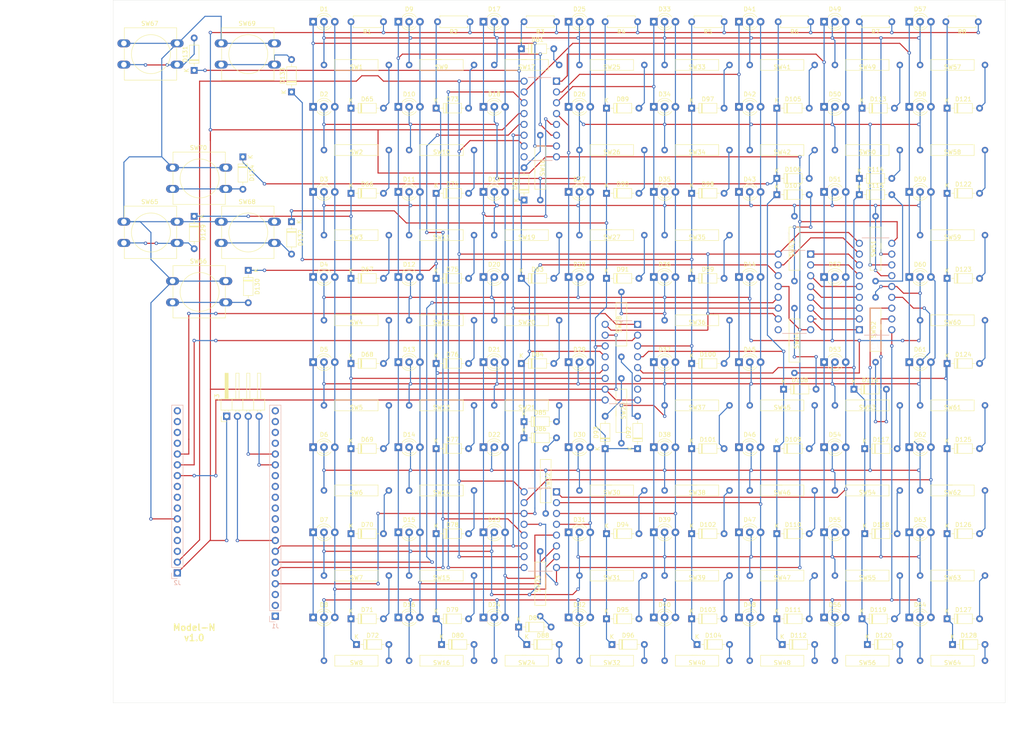
<source format=kicad_pcb>
(kicad_pcb (version 20171130) (host pcbnew 5.1.6-c6e7f7d~86~ubuntu18.04.1)
  (layers (0 F.Cu signal) (31 B.Cu signal) (34 B.Paste user) (35 F.Paste user) (36 B.SilkS user) (37 F.SilkS user) (38 B.Mask user) (39 F.Mask user) (44 Edge.Cuts user))
  (net 0 "")
  (net 1 /LedMatrix/LedRC0)
  (net 2 /LedMatrix/LedR0)
  (net 3 /LedMatrix/LedGC0)
  (net 4 /LedMatrix/LedR1)
  (net 5 /LedMatrix/LedR2)
  (net 6 /LedMatrix/LedR3)
  (net 7 /LedMatrix/LedR4)
  (net 8 /LedMatrix/LedR5)
  (net 9 /LedMatrix/LedR6)
  (net 10 /LedMatrix/LedR7)
  (net 11 /LedMatrix/LedRC1)
  (net 12 /LedMatrix/LedGC1)
  (net 13 /LedMatrix/LedRC2)
  (net 14 /LedMatrix/LedGC2)
  (net 15 /LedMatrix/LedRC3)
  (net 16 /LedMatrix/LedGC3)
  (net 17 /LedMatrix/LedRC4)
  (net 18 /LedMatrix/LedGC4)
  (net 19 /LedMatrix/LedRC5)
  (net 20 /LedMatrix/LedGC5)
  (net 21 /LedMatrix/LedRC6)
  (net 22 /LedMatrix/LedGC6)
  (net 23 /LedMatrix/LedRC7)
  (net 24 /LedMatrix/LedGC7)
  (net 25 "Net-(U1-Pad1)")
  (net 26 "Net-(U1-Pad2)")
  (net 27 "Net-(U1-Pad3)")
  (net 28 "Net-(U1-Pad4)")
  (net 29 "Net-(U1-Pad5)")
  (net 30 "Net-(U1-Pad6)")
  (net 31 "Net-(U1-Pad7)")
  (net 32 GND)
  (net 33 "Net-(U1-Pad9)")
  (net 34 "Net-(U1-Pad15)")
  (net 35 VCC)
  (net 36 "Net-(U2-Pad7)")
  (net 37 "Net-(U4-Pad9)")
  (net 38 "Net-(U4-Pad14)")
  (net 39 "Net-(J1-Pad20)")
  (net 40 "Net-(J1-Pad19)")
  (net 41 "Net-(J1-Pad18)")
  (net 42 "Net-(J1-Pad17)")
  (net 43 "Net-(J1-Pad14)")
  (net 44 "Net-(J1-Pad13)")
  (net 45 "Net-(J1-Pad12)")
  (net 46 "Net-(J1-Pad11)")
  (net 47 "Net-(J1-Pad10)")
  (net 48 "Net-(J1-Pad9)")
  (net 49 SHCLK)
  (net 50 RCLK)
  (net 51 LCLK)
  (net 52 RLDS)
  (net 53 "Net-(J2-Pad16)")
  (net 54 "Net-(J2-Pad15)")
  (net 55 "Net-(J2-Pad14)")
  (net 56 "Net-(J2-Pad13)")
  (net 57 SWSL)
  (net 58 SWCLK)
  (net 59 SWDAT)
  (net 60 "Net-(J2-Pad9)")
  (net 61 "Net-(J2-Pad8)")
  (net 62 "Net-(J2-Pad7)")
  (net 63 "Net-(J2-Pad5)")
  (net 64 "Net-(J2-Pad4)")
  (net 65 "Net-(J2-Pad3)")
  (net 66 "Net-(J1-Pad3)")
  (net 67 "Net-(J1-Pad2)")
  (net 68 "Net-(J1-Pad1)")
  (net 69 SCL)
  (net 70 SDA)
  (net 71 3V3)
  (net 72 "Net-(D65-Pad2)")
  (net 73 /SwitchMatrix/SwC0)
  (net 74 "Net-(D66-Pad2)")
  (net 75 "Net-(D67-Pad2)")
  (net 76 "Net-(D68-Pad2)")
  (net 77 "Net-(D69-Pad2)")
  (net 78 "Net-(D70-Pad2)")
  (net 79 "Net-(D71-Pad2)")
  (net 80 "Net-(D72-Pad2)")
  (net 81 "Net-(D73-Pad2)")
  (net 82 /SwitchMatrix/SwC1)
  (net 83 "Net-(D74-Pad2)")
  (net 84 "Net-(D75-Pad2)")
  (net 85 "Net-(D76-Pad2)")
  (net 86 "Net-(D77-Pad2)")
  (net 87 "Net-(D78-Pad2)")
  (net 88 "Net-(D79-Pad2)")
  (net 89 "Net-(D80-Pad2)")
  (net 90 "Net-(D81-Pad2)")
  (net 91 /SwitchMatrix/SwC2)
  (net 92 "Net-(D82-Pad2)")
  (net 93 "Net-(D83-Pad2)")
  (net 94 "Net-(D84-Pad2)")
  (net 95 "Net-(D85-Pad2)")
  (net 96 "Net-(D86-Pad2)")
  (net 97 "Net-(D87-Pad2)")
  (net 98 "Net-(D88-Pad2)")
  (net 99 "Net-(D89-Pad2)")
  (net 100 /SwitchMatrix/SwC3)
  (net 101 "Net-(D90-Pad2)")
  (net 102 "Net-(D91-Pad2)")
  (net 103 "Net-(D92-Pad2)")
  (net 104 "Net-(D93-Pad2)")
  (net 105 "Net-(D94-Pad2)")
  (net 106 "Net-(D95-Pad2)")
  (net 107 "Net-(D96-Pad2)")
  (net 108 "Net-(D97-Pad2)")
  (net 109 /SwitchMatrix/SwC4)
  (net 110 "Net-(D98-Pad2)")
  (net 111 "Net-(D99-Pad2)")
  (net 112 "Net-(D100-Pad2)")
  (net 113 "Net-(D101-Pad2)")
  (net 114 "Net-(D102-Pad2)")
  (net 115 "Net-(D103-Pad2)")
  (net 116 "Net-(D104-Pad2)")
  (net 117 "Net-(D105-Pad2)")
  (net 118 /SwitchMatrix/SwC5)
  (net 119 "Net-(D106-Pad2)")
  (net 120 "Net-(D107-Pad2)")
  (net 121 "Net-(D108-Pad2)")
  (net 122 "Net-(D109-Pad2)")
  (net 123 "Net-(D110-Pad2)")
  (net 124 "Net-(D111-Pad2)")
  (net 125 "Net-(D112-Pad2)")
  (net 126 "Net-(D113-Pad2)")
  (net 127 /SwitchMatrix/SwC6)
  (net 128 "Net-(D114-Pad2)")
  (net 129 "Net-(D115-Pad2)")
  (net 130 "Net-(D116-Pad2)")
  (net 131 "Net-(D117-Pad2)")
  (net 132 "Net-(D118-Pad2)")
  (net 133 "Net-(D119-Pad2)")
  (net 134 "Net-(D120-Pad2)")
  (net 135 "Net-(D121-Pad2)")
  (net 136 /SwitchMatrix/SwC7)
  (net 137 "Net-(D122-Pad2)")
  (net 138 "Net-(D123-Pad2)")
  (net 139 "Net-(D124-Pad2)")
  (net 140 "Net-(D125-Pad2)")
  (net 141 "Net-(D126-Pad2)")
  (net 142 "Net-(D127-Pad2)")
  (net 143 "Net-(D128-Pad2)")
  (net 144 "Net-(D129-Pad2)")
  (net 145 "Net-(D130-Pad2)")
  (net 146 "Net-(D131-Pad2)")
  (net 147 "Net-(D132-Pad2)")
  (net 148 "Net-(D133-Pad2)")
  (net 149 "Net-(D134-Pad2)")
  (net 150 SWRCP)
  (module MountingHole:MountingHole_2.2mm_M2 (layer F.Cu) (at 80.01 52.07)
    (fp_text reference "" (at 0 -3.2) (layer F.SilkS))
    (fp_text value MountingHole_2.2mm_M2)
    (pad 1 np_thru_hole circle (at 0 0) (size 2.2 2.2) (drill 2.2) (layers *.Cu *.Mask))
  )
  (module MountingHole:MountingHole_2.2mm_M2 (layer F.Cu) (at 49.53 52.07)
    (fp_text reference "" (at 0 -3.2) (layer F.SilkS))
    (fp_text value MountingHole_2.2mm_M2)
    (pad 1 np_thru_hole circle (at 0 0) (size 2.2 2.2) (drill 2.2) (layers *.Cu *.Mask))
  )
  (module MountingHole:MountingHole_2.2mm_M2 (layer F.Cu) (at 49.53 185.42)
    (fp_text reference "" (at 0 -3.2) (layer F.SilkS))
    (fp_text value MountingHole_2.2mm_M2)
    (pad 1 np_thru_hole circle (at 0 0) (size 2.2 2.2) (drill 2.2) (layers *.Cu *.Mask))
  )
  (module MountingHole:MountingHole_2.2mm_M2 (layer F.Cu) (at 80.01 185.42)
    (fp_text reference "" (at 0 -3.2) (layer F.SilkS))
    (fp_text value MountingHole_2.2mm_M2)
    (pad 1 np_thru_hole circle (at 0 0) (size 2.2 2.2) (drill 2.2) (layers *.Cu *.Mask))
  )
  (module MountingHole:MountingHole_2.2mm_M2 (layer F.Cu) (at 104.14 46.49)
    (fp_text reference "" (at 0 -3.2) (layer F.SilkS))
    (fp_text value MountingHole_2.2mm_M2)
    (pad 1 np_thru_hole circle (at 0 0) (size 2.2 2.2) (drill 2.2) (layers *.Cu *.Mask))
  )
  (module MountingHole:MountingHole_2.2mm_M2 (layer F.Cu) (at 248.92 36.83)
    (fp_text reference "" (at 0 -3.2) (layer F.SilkS))
    (fp_text value MountingHole_2.2mm_M2)
    (pad 1 np_thru_hole circle (at 0 0) (size 2.2 2.2) (drill 2.2) (layers *.Cu *.Mask))
  )
  (module MountingHole:MountingHole_2.2mm_M2 (layer F.Cu) (at 248.92 185.42)
    (fp_text reference "" (at 0 -3.2) (layer F.SilkS))
    (fp_text value MountingHole_2.2mm_M2)
    (pad 1 np_thru_hole circle (at 0 0) (size 2.2 2.2) (drill 2.2) (layers *.Cu *.Mask))
  )
  (module MountingHole:MountingHole_2.2mm_M2 (layer F.Cu) (at 93.98 185.42)
    (fp_text reference "" (at 0 -3.2) (layer F.SilkS))
    (fp_text value MountingHole_2.2mm_M2)
    (pad 1 np_thru_hole circle (at 0 0) (size 2.2 2.2) (drill 2.2) (layers *.Cu *.Mask))
  )
  (module Button_Switch_THT:SW_PUSH-12mm (layer F.Cu) (at 58.42 64.77)
    (fp_text reference SW70 (at 6.08 -4.66) (layer F.SilkS))
    (fp_text value SW_Push_Dual)
    (pad 2 thru_hole oval (at 0 5) (size 3.048 1.85) (drill 1.3) (layers *.Cu *.Mask) (net 149 "Net-(D134-Pad2)"))
    (pad 1 thru_hole oval (at 0 0) (size 3.048 1.85) (drill 1.3) (layers *.Cu *.Mask) (net 150 SWRCP))
    (pad 2 thru_hole oval (at 12.5 5) (size 3.048 1.85) (drill 1.3) (layers *.Cu *.Mask) (net 149 "Net-(D134-Pad2)"))
    (pad 1 thru_hole oval (at 12.5 0) (size 3.048 1.85) (drill 1.3) (layers *.Cu *.Mask) (net 150 SWRCP))
  )
  (module Button_Switch_THT:SW_PUSH-12mm (layer F.Cu) (at 69.85 35.56)
    (fp_text reference SW69 (at 6.08 -4.66) (layer F.SilkS))
    (fp_text value SW_Push_Dual)
    (pad 2 thru_hole oval (at 0 5) (size 3.048 1.85) (drill 1.3) (layers *.Cu *.Mask) (net 148 "Net-(D133-Pad2)"))
    (pad 1 thru_hole oval (at 0 0) (size 3.048 1.85) (drill 1.3) (layers *.Cu *.Mask) (net 150 SWRCP))
    (pad 2 thru_hole oval (at 12.5 5) (size 3.048 1.85) (drill 1.3) (layers *.Cu *.Mask) (net 148 "Net-(D133-Pad2)"))
    (pad 1 thru_hole oval (at 12.5 0) (size 3.048 1.85) (drill 1.3) (layers *.Cu *.Mask) (net 150 SWRCP))
  )
  (module Button_Switch_THT:SW_PUSH-12mm (layer F.Cu) (at 69.85 77.47)
    (fp_text reference SW68 (at 6.08 -4.66) (layer F.SilkS))
    (fp_text value SW_Push_Dual)
    (pad 2 thru_hole oval (at 0 5) (size 3.048 1.85) (drill 1.3) (layers *.Cu *.Mask) (net 147 "Net-(D132-Pad2)"))
    (pad 1 thru_hole oval (at 0 0) (size 3.048 1.85) (drill 1.3) (layers *.Cu *.Mask) (net 150 SWRCP))
    (pad 2 thru_hole oval (at 12.5 5) (size 3.048 1.85) (drill 1.3) (layers *.Cu *.Mask) (net 147 "Net-(D132-Pad2)"))
    (pad 1 thru_hole oval (at 12.5 0) (size 3.048 1.85) (drill 1.3) (layers *.Cu *.Mask) (net 150 SWRCP))
  )
  (module Button_Switch_THT:SW_PUSH-12mm (layer F.Cu) (at 46.99 35.56)
    (fp_text reference SW67 (at 6.08 -4.66) (layer F.SilkS))
    (fp_text value SW_Push_Dual)
    (pad 2 thru_hole oval (at 0 5) (size 3.048 1.85) (drill 1.3) (layers *.Cu *.Mask) (net 146 "Net-(D131-Pad2)"))
    (pad 1 thru_hole oval (at 0 0) (size 3.048 1.85) (drill 1.3) (layers *.Cu *.Mask) (net 150 SWRCP))
    (pad 2 thru_hole oval (at 12.5 5) (size 3.048 1.85) (drill 1.3) (layers *.Cu *.Mask) (net 146 "Net-(D131-Pad2)"))
    (pad 1 thru_hole oval (at 12.5 0) (size 3.048 1.85) (drill 1.3) (layers *.Cu *.Mask) (net 150 SWRCP))
  )
  (module Button_Switch_THT:SW_PUSH-12mm (layer F.Cu) (at 58.42 91.44)
    (fp_text reference SW66 (at 6.08 -4.66) (layer F.SilkS))
    (fp_text value SW_Push_Dual)
    (pad 2 thru_hole oval (at 0 5) (size 3.048 1.85) (drill 1.3) (layers *.Cu *.Mask) (net 145 "Net-(D130-Pad2)"))
    (pad 1 thru_hole oval (at 0 0) (size 3.048 1.85) (drill 1.3) (layers *.Cu *.Mask) (net 150 SWRCP))
    (pad 2 thru_hole oval (at 12.5 5) (size 3.048 1.85) (drill 1.3) (layers *.Cu *.Mask) (net 145 "Net-(D130-Pad2)"))
    (pad 1 thru_hole oval (at 12.5 0) (size 3.048 1.85) (drill 1.3) (layers *.Cu *.Mask) (net 150 SWRCP))
  )
  (module Button_Switch_THT:SW_PUSH-12mm (layer F.Cu) (at 46.99 77.47)
    (fp_text reference SW65 (at 6.08 -4.66) (layer F.SilkS))
    (fp_text value SW_Push_Dual)
    (pad 2 thru_hole oval (at 0 5) (size 3.048 1.85) (drill 1.3) (layers *.Cu *.Mask) (net 144 "Net-(D129-Pad2)"))
    (pad 1 thru_hole oval (at 0 0) (size 3.048 1.85) (drill 1.3) (layers *.Cu *.Mask) (net 150 SWRCP))
    (pad 2 thru_hole oval (at 12.5 5) (size 3.048 1.85) (drill 1.3) (layers *.Cu *.Mask) (net 144 "Net-(D129-Pad2)"))
    (pad 1 thru_hole oval (at 12.5 0) (size 3.048 1.85) (drill 1.3) (layers *.Cu *.Mask) (net 150 SWRCP))
  )
  (module Diode_THT:D_DO-35_SOD27_P7.62mm_Horizontal (layer F.Cu) (at 74.93 62.23 270)
    (fp_text reference D134 (at 3.81 -2.12 90) (layer F.SilkS))
    (fp_text value 1N4148)
    (fp_text user K (at 0 -1.8 90) (layer F.SilkS))
    (pad 2 thru_hole oval (at 7.62 0 270) (size 1.6 1.6) (drill 0.8) (layers *.Cu *.Mask) (net 149 "Net-(D134-Pad2)"))
    (pad 1 thru_hole rect (at 0 0 270) (size 1.6 1.6) (drill 0.8) (layers *.Cu *.Mask) (net 118 /SwitchMatrix/SwC5))
  )
  (module Diode_THT:D_DO-35_SOD27_P7.62mm_Horizontal (layer F.Cu) (at 86.36 46.99 90)
    (fp_text reference D133 (at 3.81 -2.12 90) (layer F.SilkS))
    (fp_text value 1N4148)
    (fp_text user K (at 0 -1.8 90) (layer F.SilkS))
    (pad 2 thru_hole oval (at 7.62 0 90) (size 1.6 1.6) (drill 0.8) (layers *.Cu *.Mask) (net 148 "Net-(D133-Pad2)"))
    (pad 1 thru_hole rect (at 0 0 90) (size 1.6 1.6) (drill 0.8) (layers *.Cu *.Mask) (net 109 /SwitchMatrix/SwC4))
  )
  (module Diode_THT:D_DO-35_SOD27_P7.62mm_Horizontal (layer F.Cu) (at 86.36 77.47 270)
    (fp_text reference D132 (at 3.81 -2.12 90) (layer F.SilkS))
    (fp_text value 1N4148)
    (fp_text user K (at 0 -1.8 90) (layer F.SilkS))
    (pad 2 thru_hole oval (at 7.62 0 270) (size 1.6 1.6) (drill 0.8) (layers *.Cu *.Mask) (net 147 "Net-(D132-Pad2)"))
    (pad 1 thru_hole rect (at 0 0 270) (size 1.6 1.6) (drill 0.8) (layers *.Cu *.Mask) (net 100 /SwitchMatrix/SwC3))
  )
  (module Diode_THT:D_DO-35_SOD27_P7.62mm_Horizontal (layer F.Cu) (at 63.5 41.91 90)
    (fp_text reference D131 (at 3.81 -2.12 90) (layer F.SilkS))
    (fp_text value 1N4148)
    (fp_text user K (at 0 -1.8 90) (layer F.SilkS))
    (pad 2 thru_hole oval (at 7.62 0 90) (size 1.6 1.6) (drill 0.8) (layers *.Cu *.Mask) (net 146 "Net-(D131-Pad2)"))
    (pad 1 thru_hole rect (at 0 0 90) (size 1.6 1.6) (drill 0.8) (layers *.Cu *.Mask) (net 91 /SwitchMatrix/SwC2))
  )
  (module Diode_THT:D_DO-35_SOD27_P7.62mm_Horizontal (layer F.Cu) (at 76.2 88.9 270)
    (fp_text reference D130 (at 3.81 -2.12 90) (layer F.SilkS))
    (fp_text value 1N4148)
    (fp_text user K (at 0 -1.8 90) (layer F.SilkS))
    (pad 2 thru_hole oval (at 7.62 0 270) (size 1.6 1.6) (drill 0.8) (layers *.Cu *.Mask) (net 145 "Net-(D130-Pad2)"))
    (pad 1 thru_hole rect (at 0 0 270) (size 1.6 1.6) (drill 0.8) (layers *.Cu *.Mask) (net 82 /SwitchMatrix/SwC1))
  )
  (module Diode_THT:D_DO-35_SOD27_P7.62mm_Horizontal (layer F.Cu) (at 63.5 76.2 270)
    (fp_text reference D129 (at 3.81 -2.12 90) (layer F.SilkS))
    (fp_text value 1N4148)
    (fp_text user K (at 0 -1.8 90) (layer F.SilkS))
    (pad 2 thru_hole oval (at 7.62 0 270) (size 1.6 1.6) (drill 0.8) (layers *.Cu *.Mask) (net 144 "Net-(D129-Pad2)"))
    (pad 1 thru_hole rect (at 0 0 270) (size 1.6 1.6) (drill 0.8) (layers *.Cu *.Mask) (net 73 /SwitchMatrix/SwC0))
  )
  (module eldan_imported_footprints:ReedSw16mm (layer F.Cu) (at 241.6 180.64)
    (fp_text reference SW64 (at 0 0.5) (layer F.SilkS))
    (fp_text value SW_Reed)
    (pad 2 thru_hole circle (at 7.62 0) (size 1.524 1.524) (drill 0.762) (layers *.Cu *.Mask) (net 143 "Net-(D128-Pad2)"))
    (pad 1 thru_hole circle (at -7.62 0) (size 1.524 1.524) (drill 0.762) (layers *.Cu *.Mask) (net 10 /LedMatrix/LedR7))
  )
  (module eldan_imported_footprints:ReedSw16mm (layer F.Cu) (at 241.6 160.64)
    (fp_text reference SW63 (at 0 0.5) (layer F.SilkS))
    (fp_text value SW_Reed)
    (pad 2 thru_hole circle (at 7.62 0) (size 1.524 1.524) (drill 0.762) (layers *.Cu *.Mask) (net 142 "Net-(D127-Pad2)"))
    (pad 1 thru_hole circle (at -7.62 0) (size 1.524 1.524) (drill 0.762) (layers *.Cu *.Mask) (net 9 /LedMatrix/LedR6))
  )
  (module eldan_imported_footprints:ReedSw16mm (layer F.Cu) (at 241.6 140.64)
    (fp_text reference SW62 (at 0 0.5) (layer F.SilkS))
    (fp_text value SW_Reed)
    (pad 2 thru_hole circle (at 7.62 0) (size 1.524 1.524) (drill 0.762) (layers *.Cu *.Mask) (net 141 "Net-(D126-Pad2)"))
    (pad 1 thru_hole circle (at -7.62 0) (size 1.524 1.524) (drill 0.762) (layers *.Cu *.Mask) (net 8 /LedMatrix/LedR5))
  )
  (module eldan_imported_footprints:ReedSw16mm (layer F.Cu) (at 241.6 120.64)
    (fp_text reference SW61 (at 0 0.5) (layer F.SilkS))
    (fp_text value SW_Reed)
    (pad 2 thru_hole circle (at 7.62 0) (size 1.524 1.524) (drill 0.762) (layers *.Cu *.Mask) (net 140 "Net-(D125-Pad2)"))
    (pad 1 thru_hole circle (at -7.62 0) (size 1.524 1.524) (drill 0.762) (layers *.Cu *.Mask) (net 7 /LedMatrix/LedR4))
  )
  (module eldan_imported_footprints:ReedSw16mm (layer F.Cu) (at 241.6 100.64)
    (fp_text reference SW60 (at 0 0.5) (layer F.SilkS))
    (fp_text value SW_Reed)
    (pad 2 thru_hole circle (at 7.62 0) (size 1.524 1.524) (drill 0.762) (layers *.Cu *.Mask) (net 139 "Net-(D124-Pad2)"))
    (pad 1 thru_hole circle (at -7.62 0) (size 1.524 1.524) (drill 0.762) (layers *.Cu *.Mask) (net 6 /LedMatrix/LedR3))
  )
  (module eldan_imported_footprints:ReedSw16mm (layer F.Cu) (at 241.6 80.64)
    (fp_text reference SW59 (at 0 0.5) (layer F.SilkS))
    (fp_text value SW_Reed)
    (pad 2 thru_hole circle (at 7.62 0) (size 1.524 1.524) (drill 0.762) (layers *.Cu *.Mask) (net 138 "Net-(D123-Pad2)"))
    (pad 1 thru_hole circle (at -7.62 0) (size 1.524 1.524) (drill 0.762) (layers *.Cu *.Mask) (net 5 /LedMatrix/LedR2))
  )
  (module eldan_imported_footprints:ReedSw16mm (layer F.Cu) (at 241.6 60.64)
    (fp_text reference SW58 (at 0 0.5) (layer F.SilkS))
    (fp_text value SW_Reed)
    (pad 2 thru_hole circle (at 7.62 0) (size 1.524 1.524) (drill 0.762) (layers *.Cu *.Mask) (net 137 "Net-(D122-Pad2)"))
    (pad 1 thru_hole circle (at -7.62 0) (size 1.524 1.524) (drill 0.762) (layers *.Cu *.Mask) (net 4 /LedMatrix/LedR1))
  )
  (module eldan_imported_footprints:ReedSw16mm (layer F.Cu) (at 241.6 40.64)
    (fp_text reference SW57 (at 0 0.5) (layer F.SilkS))
    (fp_text value SW_Reed)
    (pad 2 thru_hole circle (at 7.62 0) (size 1.524 1.524) (drill 0.762) (layers *.Cu *.Mask) (net 135 "Net-(D121-Pad2)"))
    (pad 1 thru_hole circle (at -7.62 0) (size 1.524 1.524) (drill 0.762) (layers *.Cu *.Mask) (net 2 /LedMatrix/LedR0))
  )
  (module eldan_imported_footprints:ReedSw16mm (layer F.Cu) (at 221.6 180.64)
    (fp_text reference SW56 (at 0 0.5) (layer F.SilkS))
    (fp_text value SW_Reed)
    (pad 2 thru_hole circle (at 7.62 0) (size 1.524 1.524) (drill 0.762) (layers *.Cu *.Mask) (net 134 "Net-(D120-Pad2)"))
    (pad 1 thru_hole circle (at -7.62 0) (size 1.524 1.524) (drill 0.762) (layers *.Cu *.Mask) (net 10 /LedMatrix/LedR7))
  )
  (module eldan_imported_footprints:ReedSw16mm (layer F.Cu) (at 221.6 160.64)
    (fp_text reference SW55 (at 0 0.5) (layer F.SilkS))
    (fp_text value SW_Reed)
    (pad 2 thru_hole circle (at 7.62 0) (size 1.524 1.524) (drill 0.762) (layers *.Cu *.Mask) (net 133 "Net-(D119-Pad2)"))
    (pad 1 thru_hole circle (at -7.62 0) (size 1.524 1.524) (drill 0.762) (layers *.Cu *.Mask) (net 9 /LedMatrix/LedR6))
  )
  (module eldan_imported_footprints:ReedSw16mm (layer F.Cu) (at 221.6 140.64)
    (fp_text reference SW54 (at 0 0.5) (layer F.SilkS))
    (fp_text value SW_Reed)
    (pad 2 thru_hole circle (at 7.62 0) (size 1.524 1.524) (drill 0.762) (layers *.Cu *.Mask) (net 132 "Net-(D118-Pad2)"))
    (pad 1 thru_hole circle (at -7.62 0) (size 1.524 1.524) (drill 0.762) (layers *.Cu *.Mask) (net 8 /LedMatrix/LedR5))
  )
  (module eldan_imported_footprints:ReedSw16mm (layer F.Cu) (at 221.6 120.64)
    (fp_text reference SW53 (at 0 0.5) (layer F.SilkS))
    (fp_text value SW_Reed)
    (pad 2 thru_hole circle (at 7.62 0) (size 1.524 1.524) (drill 0.762) (layers *.Cu *.Mask) (net 131 "Net-(D117-Pad2)"))
    (pad 1 thru_hole circle (at -7.62 0) (size 1.524 1.524) (drill 0.762) (layers *.Cu *.Mask) (net 7 /LedMatrix/LedR4))
  )
  (module eldan_imported_footprints:ReedSw16mm (layer F.Cu) (at 223.52 102.87 270)
    (fp_text reference SW52 (at 0 0.5 90) (layer F.SilkS))
    (fp_text value SW_Reed)
    (pad 2 thru_hole circle (at 7.62 0 270) (size 1.524 1.524) (drill 0.762) (layers *.Cu *.Mask) (net 130 "Net-(D116-Pad2)"))
    (pad 1 thru_hole circle (at -7.62 0 270) (size 1.524 1.524) (drill 0.762) (layers *.Cu *.Mask) (net 6 /LedMatrix/LedR3))
  )
  (module eldan_imported_footprints:ReedSw16mm (layer F.Cu) (at 223.52 83.82 270)
    (fp_text reference SW51 (at 0 0.5 90) (layer F.SilkS))
    (fp_text value SW_Reed)
    (pad 2 thru_hole circle (at 7.62 0 270) (size 1.524 1.524) (drill 0.762) (layers *.Cu *.Mask) (net 129 "Net-(D115-Pad2)"))
    (pad 1 thru_hole circle (at -7.62 0 270) (size 1.524 1.524) (drill 0.762) (layers *.Cu *.Mask) (net 5 /LedMatrix/LedR2))
  )
  (module eldan_imported_footprints:ReedSw16mm (layer F.Cu) (at 221.6 60.64)
    (fp_text reference SW50 (at 0 0.5) (layer F.SilkS))
    (fp_text value SW_Reed)
    (pad 2 thru_hole circle (at 7.62 0) (size 1.524 1.524) (drill 0.762) (layers *.Cu *.Mask) (net 128 "Net-(D114-Pad2)"))
    (pad 1 thru_hole circle (at -7.62 0) (size 1.524 1.524) (drill 0.762) (layers *.Cu *.Mask) (net 4 /LedMatrix/LedR1))
  )
  (module eldan_imported_footprints:ReedSw16mm (layer F.Cu) (at 221.6 40.64)
    (fp_text reference SW49 (at 0 0.5) (layer F.SilkS))
    (fp_text value SW_Reed)
    (pad 2 thru_hole circle (at 7.62 0) (size 1.524 1.524) (drill 0.762) (layers *.Cu *.Mask) (net 126 "Net-(D113-Pad2)"))
    (pad 1 thru_hole circle (at -7.62 0) (size 1.524 1.524) (drill 0.762) (layers *.Cu *.Mask) (net 2 /LedMatrix/LedR0))
  )
  (module eldan_imported_footprints:ReedSw16mm (layer F.Cu) (at 201.6 180.64)
    (fp_text reference SW48 (at 0 0.5) (layer F.SilkS))
    (fp_text value SW_Reed)
    (pad 2 thru_hole circle (at 7.62 0) (size 1.524 1.524) (drill 0.762) (layers *.Cu *.Mask) (net 125 "Net-(D112-Pad2)"))
    (pad 1 thru_hole circle (at -7.62 0) (size 1.524 1.524) (drill 0.762) (layers *.Cu *.Mask) (net 10 /LedMatrix/LedR7))
  )
  (module eldan_imported_footprints:ReedSw16mm (layer F.Cu) (at 201.6 160.64)
    (fp_text reference SW47 (at 0 0.5) (layer F.SilkS))
    (fp_text value SW_Reed)
    (pad 2 thru_hole circle (at 7.62 0) (size 1.524 1.524) (drill 0.762) (layers *.Cu *.Mask) (net 124 "Net-(D111-Pad2)"))
    (pad 1 thru_hole circle (at -7.62 0) (size 1.524 1.524) (drill 0.762) (layers *.Cu *.Mask) (net 9 /LedMatrix/LedR6))
  )
  (module eldan_imported_footprints:ReedSw16mm (layer F.Cu) (at 201.6 140.64)
    (fp_text reference SW46 (at 0 0.5) (layer F.SilkS))
    (fp_text value SW_Reed)
    (pad 2 thru_hole circle (at 7.62 0) (size 1.524 1.524) (drill 0.762) (layers *.Cu *.Mask) (net 123 "Net-(D110-Pad2)"))
    (pad 1 thru_hole circle (at -7.62 0) (size 1.524 1.524) (drill 0.762) (layers *.Cu *.Mask) (net 8 /LedMatrix/LedR5))
  )
  (module eldan_imported_footprints:ReedSw16mm (layer F.Cu) (at 201.6 120.64)
    (fp_text reference SW45 (at 0 0.5) (layer F.SilkS))
    (fp_text value SW_Reed)
    (pad 2 thru_hole circle (at 7.62 0) (size 1.524 1.524) (drill 0.762) (layers *.Cu *.Mask) (net 122 "Net-(D109-Pad2)"))
    (pad 1 thru_hole circle (at -7.62 0) (size 1.524 1.524) (drill 0.762) (layers *.Cu *.Mask) (net 7 /LedMatrix/LedR4))
  )
  (module eldan_imported_footprints:ReedSw16mm (layer F.Cu) (at 204.47 105.41 90)
    (fp_text reference SW44 (at 0 0.5 90) (layer F.SilkS))
    (fp_text value SW_Reed)
    (pad 2 thru_hole circle (at 7.62 0 90) (size 1.524 1.524) (drill 0.762) (layers *.Cu *.Mask) (net 121 "Net-(D108-Pad2)"))
    (pad 1 thru_hole circle (at -7.62 0 90) (size 1.524 1.524) (drill 0.762) (layers *.Cu *.Mask) (net 6 /LedMatrix/LedR3))
  )
  (module eldan_imported_footprints:ReedSw16mm (layer F.Cu) (at 204.47 83.82 270)
    (fp_text reference SW43 (at 0 0.5 90) (layer F.SilkS))
    (fp_text value SW_Reed)
    (pad 2 thru_hole circle (at 7.62 0 270) (size 1.524 1.524) (drill 0.762) (layers *.Cu *.Mask) (net 120 "Net-(D107-Pad2)"))
    (pad 1 thru_hole circle (at -7.62 0 270) (size 1.524 1.524) (drill 0.762) (layers *.Cu *.Mask) (net 5 /LedMatrix/LedR2))
  )
  (module eldan_imported_footprints:ReedSw16mm (layer F.Cu) (at 201.6 60.64)
    (fp_text reference SW42 (at 0 0.5) (layer F.SilkS))
    (fp_text value SW_Reed)
    (pad 2 thru_hole circle (at 7.62 0) (size 1.524 1.524) (drill 0.762) (layers *.Cu *.Mask) (net 119 "Net-(D106-Pad2)"))
    (pad 1 thru_hole circle (at -7.62 0) (size 1.524 1.524) (drill 0.762) (layers *.Cu *.Mask) (net 4 /LedMatrix/LedR1))
  )
  (module eldan_imported_footprints:ReedSw16mm (layer F.Cu) (at 201.6 40.64)
    (fp_text reference SW41 (at 0 0.5) (layer F.SilkS))
    (fp_text value SW_Reed)
    (pad 2 thru_hole circle (at 7.62 0) (size 1.524 1.524) (drill 0.762) (layers *.Cu *.Mask) (net 117 "Net-(D105-Pad2)"))
    (pad 1 thru_hole circle (at -7.62 0) (size 1.524 1.524) (drill 0.762) (layers *.Cu *.Mask) (net 2 /LedMatrix/LedR0))
  )
  (module eldan_imported_footprints:ReedSw16mm (layer F.Cu) (at 181.6 180.64)
    (fp_text reference SW40 (at 0 0.5) (layer F.SilkS))
    (fp_text value SW_Reed)
    (pad 2 thru_hole circle (at 7.62 0) (size 1.524 1.524) (drill 0.762) (layers *.Cu *.Mask) (net 116 "Net-(D104-Pad2)"))
    (pad 1 thru_hole circle (at -7.62 0) (size 1.524 1.524) (drill 0.762) (layers *.Cu *.Mask) (net 10 /LedMatrix/LedR7))
  )
  (module eldan_imported_footprints:ReedSw16mm (layer F.Cu) (at 181.6 160.64)
    (fp_text reference SW39 (at 0 0.5) (layer F.SilkS))
    (fp_text value SW_Reed)
    (pad 2 thru_hole circle (at 7.62 0) (size 1.524 1.524) (drill 0.762) (layers *.Cu *.Mask) (net 115 "Net-(D103-Pad2)"))
    (pad 1 thru_hole circle (at -7.62 0) (size 1.524 1.524) (drill 0.762) (layers *.Cu *.Mask) (net 9 /LedMatrix/LedR6))
  )
  (module eldan_imported_footprints:ReedSw16mm (layer F.Cu) (at 181.6 140.64)
    (fp_text reference SW38 (at 0 0.5) (layer F.SilkS))
    (fp_text value SW_Reed)
    (pad 2 thru_hole circle (at 7.62 0) (size 1.524 1.524) (drill 0.762) (layers *.Cu *.Mask) (net 114 "Net-(D102-Pad2)"))
    (pad 1 thru_hole circle (at -7.62 0) (size 1.524 1.524) (drill 0.762) (layers *.Cu *.Mask) (net 8 /LedMatrix/LedR5))
  )
  (module eldan_imported_footprints:ReedSw16mm (layer F.Cu) (at 181.6 120.64)
    (fp_text reference SW37 (at 0 0.5) (layer F.SilkS))
    (fp_text value SW_Reed)
    (pad 2 thru_hole circle (at 7.62 0) (size 1.524 1.524) (drill 0.762) (layers *.Cu *.Mask) (net 113 "Net-(D101-Pad2)"))
    (pad 1 thru_hole circle (at -7.62 0) (size 1.524 1.524) (drill 0.762) (layers *.Cu *.Mask) (net 7 /LedMatrix/LedR4))
  )
  (module eldan_imported_footprints:ReedSw16mm (layer F.Cu) (at 181.6 100.64)
    (fp_text reference SW36 (at 0 0.5) (layer F.SilkS))
    (fp_text value SW_Reed)
    (pad 2 thru_hole circle (at 7.62 0) (size 1.524 1.524) (drill 0.762) (layers *.Cu *.Mask) (net 112 "Net-(D100-Pad2)"))
    (pad 1 thru_hole circle (at -7.62 0) (size 1.524 1.524) (drill 0.762) (layers *.Cu *.Mask) (net 6 /LedMatrix/LedR3))
  )
  (module eldan_imported_footprints:ReedSw16mm (layer F.Cu) (at 181.6 80.64)
    (fp_text reference SW35 (at 0 0.5) (layer F.SilkS))
    (fp_text value SW_Reed)
    (pad 2 thru_hole circle (at 7.62 0) (size 1.524 1.524) (drill 0.762) (layers *.Cu *.Mask) (net 111 "Net-(D99-Pad2)"))
    (pad 1 thru_hole circle (at -7.62 0) (size 1.524 1.524) (drill 0.762) (layers *.Cu *.Mask) (net 5 /LedMatrix/LedR2))
  )
  (module eldan_imported_footprints:ReedSw16mm (layer F.Cu) (at 181.6 60.64)
    (fp_text reference SW34 (at 0 0.5) (layer F.SilkS))
    (fp_text value SW_Reed)
    (pad 2 thru_hole circle (at 7.62 0) (size 1.524 1.524) (drill 0.762) (layers *.Cu *.Mask) (net 110 "Net-(D98-Pad2)"))
    (pad 1 thru_hole circle (at -7.62 0) (size 1.524 1.524) (drill 0.762) (layers *.Cu *.Mask) (net 4 /LedMatrix/LedR1))
  )
  (module eldan_imported_footprints:ReedSw16mm (layer F.Cu) (at 181.6 40.64)
    (fp_text reference SW33 (at 0 0.5) (layer F.SilkS))
    (fp_text value SW_Reed)
    (pad 2 thru_hole circle (at 7.62 0) (size 1.524 1.524) (drill 0.762) (layers *.Cu *.Mask) (net 108 "Net-(D97-Pad2)"))
    (pad 1 thru_hole circle (at -7.62 0) (size 1.524 1.524) (drill 0.762) (layers *.Cu *.Mask) (net 2 /LedMatrix/LedR0))
  )
  (module eldan_imported_footprints:ReedSw16mm (layer F.Cu) (at 161.6 180.64)
    (fp_text reference SW32 (at 0 0.5) (layer F.SilkS))
    (fp_text value SW_Reed)
    (pad 2 thru_hole circle (at 7.62 0) (size 1.524 1.524) (drill 0.762) (layers *.Cu *.Mask) (net 107 "Net-(D96-Pad2)"))
    (pad 1 thru_hole circle (at -7.62 0) (size 1.524 1.524) (drill 0.762) (layers *.Cu *.Mask) (net 10 /LedMatrix/LedR7))
  )
  (module eldan_imported_footprints:ReedSw16mm (layer F.Cu) (at 161.6 160.64)
    (fp_text reference SW31 (at 0 0.5) (layer F.SilkS))
    (fp_text value SW_Reed)
    (pad 2 thru_hole circle (at 7.62 0) (size 1.524 1.524) (drill 0.762) (layers *.Cu *.Mask) (net 106 "Net-(D95-Pad2)"))
    (pad 1 thru_hole circle (at -7.62 0) (size 1.524 1.524) (drill 0.762) (layers *.Cu *.Mask) (net 9 /LedMatrix/LedR6))
  )
  (module eldan_imported_footprints:ReedSw16mm (layer F.Cu) (at 161.6 140.64)
    (fp_text reference SW30 (at 0 0.5) (layer F.SilkS))
    (fp_text value SW_Reed)
    (pad 2 thru_hole circle (at 7.62 0) (size 1.524 1.524) (drill 0.762) (layers *.Cu *.Mask) (net 105 "Net-(D94-Pad2)"))
    (pad 1 thru_hole circle (at -7.62 0) (size 1.524 1.524) (drill 0.762) (layers *.Cu *.Mask) (net 8 /LedMatrix/LedR5))
  )
  (module eldan_imported_footprints:ReedSw16mm (layer F.Cu) (at 163.83 121.92 90)
    (fp_text reference SW29 (at 0 0.5 90) (layer F.SilkS))
    (fp_text value SW_Reed)
    (pad 2 thru_hole circle (at 7.62 0 90) (size 1.524 1.524) (drill 0.762) (layers *.Cu *.Mask) (net 104 "Net-(D93-Pad2)"))
    (pad 1 thru_hole circle (at -7.62 0 90) (size 1.524 1.524) (drill 0.762) (layers *.Cu *.Mask) (net 7 /LedMatrix/LedR4))
  )
  (module eldan_imported_footprints:ReedSw16mm (layer F.Cu) (at 163.83 101.6 270)
    (fp_text reference SW28 (at 0 0.5 90) (layer F.SilkS))
    (fp_text value SW_Reed)
    (pad 2 thru_hole circle (at 7.62 0 270) (size 1.524 1.524) (drill 0.762) (layers *.Cu *.Mask) (net 103 "Net-(D92-Pad2)"))
    (pad 1 thru_hole circle (at -7.62 0 270) (size 1.524 1.524) (drill 0.762) (layers *.Cu *.Mask) (net 6 /LedMatrix/LedR3))
  )
  (module eldan_imported_footprints:ReedSw16mm (layer F.Cu) (at 161.6 80.64)
    (fp_text reference SW27 (at 0 0.5) (layer F.SilkS))
    (fp_text value SW_Reed)
    (pad 2 thru_hole circle (at 7.62 0) (size 1.524 1.524) (drill 0.762) (layers *.Cu *.Mask) (net 102 "Net-(D91-Pad2)"))
    (pad 1 thru_hole circle (at -7.62 0) (size 1.524 1.524) (drill 0.762) (layers *.Cu *.Mask) (net 5 /LedMatrix/LedR2))
  )
  (module eldan_imported_footprints:ReedSw16mm (layer F.Cu) (at 161.6 60.64)
    (fp_text reference SW26 (at 0 0.5) (layer F.SilkS))
    (fp_text value SW_Reed)
    (pad 2 thru_hole circle (at 7.62 0) (size 1.524 1.524) (drill 0.762) (layers *.Cu *.Mask) (net 101 "Net-(D90-Pad2)"))
    (pad 1 thru_hole circle (at -7.62 0) (size 1.524 1.524) (drill 0.762) (layers *.Cu *.Mask) (net 4 /LedMatrix/LedR1))
  )
  (module eldan_imported_footprints:ReedSw16mm (layer F.Cu) (at 161.6 40.64)
    (fp_text reference SW25 (at 0 0.5) (layer F.SilkS))
    (fp_text value SW_Reed)
    (pad 2 thru_hole circle (at 7.62 0) (size 1.524 1.524) (drill 0.762) (layers *.Cu *.Mask) (net 99 "Net-(D89-Pad2)"))
    (pad 1 thru_hole circle (at -7.62 0) (size 1.524 1.524) (drill 0.762) (layers *.Cu *.Mask) (net 2 /LedMatrix/LedR0))
  )
  (module eldan_imported_footprints:ReedSw16mm (layer F.Cu) (at 141.6 180.64)
    (fp_text reference SW24 (at 0 0.5) (layer F.SilkS))
    (fp_text value SW_Reed)
    (pad 2 thru_hole circle (at 7.62 0) (size 1.524 1.524) (drill 0.762) (layers *.Cu *.Mask) (net 98 "Net-(D88-Pad2)"))
    (pad 1 thru_hole circle (at -7.62 0) (size 1.524 1.524) (drill 0.762) (layers *.Cu *.Mask) (net 10 /LedMatrix/LedR7))
  )
  (module eldan_imported_footprints:ReedSw16mm (layer F.Cu) (at 144.78 162.56 270)
    (fp_text reference SW23 (at 0 0.5 90) (layer F.SilkS))
    (fp_text value SW_Reed)
    (pad 2 thru_hole circle (at 7.62 0 270) (size 1.524 1.524) (drill 0.762) (layers *.Cu *.Mask) (net 97 "Net-(D87-Pad2)"))
    (pad 1 thru_hole circle (at -7.62 0 270) (size 1.524 1.524) (drill 0.762) (layers *.Cu *.Mask) (net 9 /LedMatrix/LedR6))
  )
  (module eldan_imported_footprints:ReedSw16mm (layer F.Cu) (at 146.05 138.43 90)
    (fp_text reference SW22 (at 0 0.5 90) (layer F.SilkS))
    (fp_text value SW_Reed)
    (pad 2 thru_hole circle (at 7.62 0 90) (size 1.524 1.524) (drill 0.762) (layers *.Cu *.Mask) (net 96 "Net-(D86-Pad2)"))
    (pad 1 thru_hole circle (at -7.62 0 90) (size 1.524 1.524) (drill 0.762) (layers *.Cu *.Mask) (net 8 /LedMatrix/LedR5))
  )
  (module eldan_imported_footprints:ReedSw16mm (layer F.Cu) (at 141.6 120.64)
    (fp_text reference SW21 (at 0 0.5) (layer F.SilkS))
    (fp_text value SW_Reed)
    (pad 2 thru_hole circle (at 7.62 0) (size 1.524 1.524) (drill 0.762) (layers *.Cu *.Mask) (net 95 "Net-(D85-Pad2)"))
    (pad 1 thru_hole circle (at -7.62 0) (size 1.524 1.524) (drill 0.762) (layers *.Cu *.Mask) (net 7 /LedMatrix/LedR4))
  )
  (module eldan_imported_footprints:ReedSw16mm (layer F.Cu) (at 141.6 100.64)
    (fp_text reference SW20 (at 0 0.5) (layer F.SilkS))
    (fp_text value SW_Reed)
    (pad 2 thru_hole circle (at 7.62 0) (size 1.524 1.524) (drill 0.762) (layers *.Cu *.Mask) (net 94 "Net-(D84-Pad2)"))
    (pad 1 thru_hole circle (at -7.62 0) (size 1.524 1.524) (drill 0.762) (layers *.Cu *.Mask) (net 6 /LedMatrix/LedR3))
  )
  (module eldan_imported_footprints:ReedSw16mm (layer F.Cu) (at 141.6 80.64)
    (fp_text reference SW19 (at 0 0.5) (layer F.SilkS))
    (fp_text value SW_Reed)
    (pad 2 thru_hole circle (at 7.62 0) (size 1.524 1.524) (drill 0.762) (layers *.Cu *.Mask) (net 93 "Net-(D83-Pad2)"))
    (pad 1 thru_hole circle (at -7.62 0) (size 1.524 1.524) (drill 0.762) (layers *.Cu *.Mask) (net 5 /LedMatrix/LedR2))
  )
  (module eldan_imported_footprints:ReedSw16mm (layer F.Cu) (at 144.78 64.77 90)
    (fp_text reference SW18 (at 0 0.5 90) (layer F.SilkS))
    (fp_text value SW_Reed)
    (pad 2 thru_hole circle (at 7.62 0 90) (size 1.524 1.524) (drill 0.762) (layers *.Cu *.Mask) (net 92 "Net-(D82-Pad2)"))
    (pad 1 thru_hole circle (at -7.62 0 90) (size 1.524 1.524) (drill 0.762) (layers *.Cu *.Mask) (net 4 /LedMatrix/LedR1))
  )
  (module eldan_imported_footprints:ReedSw16mm (layer F.Cu) (at 141.6 40.64)
    (fp_text reference SW17 (at 0 0.5) (layer F.SilkS))
    (fp_text value SW_Reed)
    (pad 2 thru_hole circle (at 7.62 0) (size 1.524 1.524) (drill 0.762) (layers *.Cu *.Mask) (net 90 "Net-(D81-Pad2)"))
    (pad 1 thru_hole circle (at -7.62 0) (size 1.524 1.524) (drill 0.762) (layers *.Cu *.Mask) (net 2 /LedMatrix/LedR0))
  )
  (module eldan_imported_footprints:ReedSw16mm (layer F.Cu) (at 121.6 180.64)
    (fp_text reference SW16 (at 0 0.5) (layer F.SilkS))
    (fp_text value SW_Reed)
    (pad 2 thru_hole circle (at 7.62 0) (size 1.524 1.524) (drill 0.762) (layers *.Cu *.Mask) (net 89 "Net-(D80-Pad2)"))
    (pad 1 thru_hole circle (at -7.62 0) (size 1.524 1.524) (drill 0.762) (layers *.Cu *.Mask) (net 10 /LedMatrix/LedR7))
  )
  (module eldan_imported_footprints:ReedSw16mm (layer F.Cu) (at 121.6 160.64)
    (fp_text reference SW15 (at 0 0.5) (layer F.SilkS))
    (fp_text value SW_Reed)
    (pad 2 thru_hole circle (at 7.62 0) (size 1.524 1.524) (drill 0.762) (layers *.Cu *.Mask) (net 88 "Net-(D79-Pad2)"))
    (pad 1 thru_hole circle (at -7.62 0) (size 1.524 1.524) (drill 0.762) (layers *.Cu *.Mask) (net 9 /LedMatrix/LedR6))
  )
  (module eldan_imported_footprints:ReedSw16mm (layer F.Cu) (at 121.6 140.64)
    (fp_text reference SW14 (at 0 0.5) (layer F.SilkS))
    (fp_text value SW_Reed)
    (pad 2 thru_hole circle (at 7.62 0) (size 1.524 1.524) (drill 0.762) (layers *.Cu *.Mask) (net 87 "Net-(D78-Pad2)"))
    (pad 1 thru_hole circle (at -7.62 0) (size 1.524 1.524) (drill 0.762) (layers *.Cu *.Mask) (net 8 /LedMatrix/LedR5))
  )
  (module eldan_imported_footprints:ReedSw16mm (layer F.Cu) (at 121.6 120.64)
    (fp_text reference SW13 (at 0 0.5) (layer F.SilkS))
    (fp_text value SW_Reed)
    (pad 2 thru_hole circle (at 7.62 0) (size 1.524 1.524) (drill 0.762) (layers *.Cu *.Mask) (net 86 "Net-(D77-Pad2)"))
    (pad 1 thru_hole circle (at -7.62 0) (size 1.524 1.524) (drill 0.762) (layers *.Cu *.Mask) (net 7 /LedMatrix/LedR4))
  )
  (module eldan_imported_footprints:ReedSw16mm (layer F.Cu) (at 121.6 100.64)
    (fp_text reference SW12 (at 0 0.5) (layer F.SilkS))
    (fp_text value SW_Reed)
    (pad 2 thru_hole circle (at 7.62 0) (size 1.524 1.524) (drill 0.762) (layers *.Cu *.Mask) (net 85 "Net-(D76-Pad2)"))
    (pad 1 thru_hole circle (at -7.62 0) (size 1.524 1.524) (drill 0.762) (layers *.Cu *.Mask) (net 6 /LedMatrix/LedR3))
  )
  (module eldan_imported_footprints:ReedSw16mm (layer F.Cu) (at 121.6 80.64)
    (fp_text reference SW11 (at 0 0.5) (layer F.SilkS))
    (fp_text value SW_Reed)
    (pad 2 thru_hole circle (at 7.62 0) (size 1.524 1.524) (drill 0.762) (layers *.Cu *.Mask) (net 84 "Net-(D75-Pad2)"))
    (pad 1 thru_hole circle (at -7.62 0) (size 1.524 1.524) (drill 0.762) (layers *.Cu *.Mask) (net 5 /LedMatrix/LedR2))
  )
  (module eldan_imported_footprints:ReedSw16mm (layer F.Cu) (at 121.6 60.64)
    (fp_text reference SW10 (at 0 0.5) (layer F.SilkS))
    (fp_text value SW_Reed)
    (pad 2 thru_hole circle (at 7.62 0) (size 1.524 1.524) (drill 0.762) (layers *.Cu *.Mask) (net 83 "Net-(D74-Pad2)"))
    (pad 1 thru_hole circle (at -7.62 0) (size 1.524 1.524) (drill 0.762) (layers *.Cu *.Mask) (net 4 /LedMatrix/LedR1))
  )
  (module eldan_imported_footprints:ReedSw16mm (layer F.Cu) (at 121.6 40.64)
    (fp_text reference SW9 (at 0 0.5) (layer F.SilkS))
    (fp_text value SW_Reed)
    (pad 2 thru_hole circle (at 7.62 0) (size 1.524 1.524) (drill 0.762) (layers *.Cu *.Mask) (net 81 "Net-(D73-Pad2)"))
    (pad 1 thru_hole circle (at -7.62 0) (size 1.524 1.524) (drill 0.762) (layers *.Cu *.Mask) (net 2 /LedMatrix/LedR0))
  )
  (module eldan_imported_footprints:ReedSw16mm (layer F.Cu) (at 101.6 180.64)
    (fp_text reference SW8 (at 0 0.5) (layer F.SilkS))
    (fp_text value SW_Reed)
    (pad 2 thru_hole circle (at 7.62 0) (size 1.524 1.524) (drill 0.762) (layers *.Cu *.Mask) (net 80 "Net-(D72-Pad2)"))
    (pad 1 thru_hole circle (at -7.62 0) (size 1.524 1.524) (drill 0.762) (layers *.Cu *.Mask) (net 10 /LedMatrix/LedR7))
  )
  (module eldan_imported_footprints:ReedSw16mm (layer F.Cu) (at 101.6 160.64)
    (fp_text reference SW7 (at 0 0.5) (layer F.SilkS))
    (fp_text value SW_Reed)
    (pad 2 thru_hole circle (at 7.62 0) (size 1.524 1.524) (drill 0.762) (layers *.Cu *.Mask) (net 79 "Net-(D71-Pad2)"))
    (pad 1 thru_hole circle (at -7.62 0) (size 1.524 1.524) (drill 0.762) (layers *.Cu *.Mask) (net 9 /LedMatrix/LedR6))
  )
  (module eldan_imported_footprints:ReedSw16mm (layer F.Cu) (at 101.6 140.64)
    (fp_text reference SW6 (at 0 0.5) (layer F.SilkS))
    (fp_text value SW_Reed)
    (pad 2 thru_hole circle (at 7.62 0) (size 1.524 1.524) (drill 0.762) (layers *.Cu *.Mask) (net 78 "Net-(D70-Pad2)"))
    (pad 1 thru_hole circle (at -7.62 0) (size 1.524 1.524) (drill 0.762) (layers *.Cu *.Mask) (net 8 /LedMatrix/LedR5))
  )
  (module eldan_imported_footprints:ReedSw16mm (layer F.Cu) (at 101.6 120.64)
    (fp_text reference SW5 (at 0 0.5) (layer F.SilkS))
    (fp_text value SW_Reed)
    (pad 2 thru_hole circle (at 7.62 0) (size 1.524 1.524) (drill 0.762) (layers *.Cu *.Mask) (net 77 "Net-(D69-Pad2)"))
    (pad 1 thru_hole circle (at -7.62 0) (size 1.524 1.524) (drill 0.762) (layers *.Cu *.Mask) (net 7 /LedMatrix/LedR4))
  )
  (module eldan_imported_footprints:ReedSw16mm (layer F.Cu) (at 101.6 100.64)
    (fp_text reference SW4 (at 0 0.5) (layer F.SilkS))
    (fp_text value SW_Reed)
    (pad 2 thru_hole circle (at 7.62 0) (size 1.524 1.524) (drill 0.762) (layers *.Cu *.Mask) (net 76 "Net-(D68-Pad2)"))
    (pad 1 thru_hole circle (at -7.62 0) (size 1.524 1.524) (drill 0.762) (layers *.Cu *.Mask) (net 6 /LedMatrix/LedR3))
  )
  (module eldan_imported_footprints:ReedSw16mm (layer F.Cu) (at 101.6 80.64)
    (fp_text reference SW3 (at 0 0.5) (layer F.SilkS))
    (fp_text value SW_Reed)
    (pad 2 thru_hole circle (at 7.62 0) (size 1.524 1.524) (drill 0.762) (layers *.Cu *.Mask) (net 75 "Net-(D67-Pad2)"))
    (pad 1 thru_hole circle (at -7.62 0) (size 1.524 1.524) (drill 0.762) (layers *.Cu *.Mask) (net 5 /LedMatrix/LedR2))
  )
  (module eldan_imported_footprints:ReedSw16mm (layer F.Cu) (at 101.6 60.64)
    (fp_text reference SW2 (at 0 0.5) (layer F.SilkS))
    (fp_text value SW_Reed)
    (pad 2 thru_hole circle (at 7.62 0) (size 1.524 1.524) (drill 0.762) (layers *.Cu *.Mask) (net 74 "Net-(D66-Pad2)"))
    (pad 1 thru_hole circle (at -7.62 0) (size 1.524 1.524) (drill 0.762) (layers *.Cu *.Mask) (net 4 /LedMatrix/LedR1))
  )
  (module eldan_imported_footprints:ReedSw16mm (layer F.Cu) (at 101.6 40.64)
    (fp_text reference SW1 (at 0 0.5) (layer F.SilkS))
    (fp_text value SW_Reed)
    (pad 2 thru_hole circle (at 7.62 0) (size 1.524 1.524) (drill 0.762) (layers *.Cu *.Mask) (net 72 "Net-(D65-Pad2)"))
    (pad 1 thru_hole circle (at -7.62 0) (size 1.524 1.524) (drill 0.762) (layers *.Cu *.Mask) (net 2 /LedMatrix/LedR0))
  )
  (module Resistor_THT:R_Axial_DIN0207_L6.3mm_D2.5mm_P7.62mm_Horizontal (layer F.Cu) (at 247.65 30.48 180)
    (fp_text reference R8 (at 3.81 -2.37) (layer F.SilkS))
    (fp_text value 10K)
    (pad 2 thru_hole oval (at 7.62 0 180) (size 1.6 1.6) (drill 0.8) (layers *.Cu *.Mask) (net 136 /SwitchMatrix/SwC7))
    (pad 1 thru_hole circle (at 0 0 180) (size 1.6 1.6) (drill 0.8) (layers *.Cu *.Mask) (net 32 GND))
  )
  (module Resistor_THT:R_Axial_DIN0207_L6.3mm_D2.5mm_P7.62mm_Horizontal (layer F.Cu) (at 227.33 30.48 180)
    (fp_text reference R7 (at 3.81 -2.37) (layer F.SilkS))
    (fp_text value 10K)
    (pad 2 thru_hole oval (at 7.62 0 180) (size 1.6 1.6) (drill 0.8) (layers *.Cu *.Mask) (net 127 /SwitchMatrix/SwC6))
    (pad 1 thru_hole circle (at 0 0 180) (size 1.6 1.6) (drill 0.8) (layers *.Cu *.Mask) (net 32 GND))
  )
  (module Resistor_THT:R_Axial_DIN0207_L6.3mm_D2.5mm_P7.62mm_Horizontal (layer F.Cu) (at 208.28 30.48 180)
    (fp_text reference R6 (at 3.81 -2.37) (layer F.SilkS))
    (fp_text value 10K)
    (pad 2 thru_hole oval (at 7.62 0 180) (size 1.6 1.6) (drill 0.8) (layers *.Cu *.Mask) (net 118 /SwitchMatrix/SwC5))
    (pad 1 thru_hole circle (at 0 0 180) (size 1.6 1.6) (drill 0.8) (layers *.Cu *.Mask) (net 32 GND))
  )
  (module Resistor_THT:R_Axial_DIN0207_L6.3mm_D2.5mm_P7.62mm_Horizontal (layer F.Cu) (at 187.96 30.48 180)
    (fp_text reference R5 (at 3.81 -2.37) (layer F.SilkS))
    (fp_text value 10K)
    (pad 2 thru_hole oval (at 7.62 0 180) (size 1.6 1.6) (drill 0.8) (layers *.Cu *.Mask) (net 109 /SwitchMatrix/SwC4))
    (pad 1 thru_hole circle (at 0 0 180) (size 1.6 1.6) (drill 0.8) (layers *.Cu *.Mask) (net 32 GND))
  )
  (module Resistor_THT:R_Axial_DIN0207_L6.3mm_D2.5mm_P7.62mm_Horizontal (layer F.Cu) (at 167.64 30.48 180)
    (fp_text reference R4 (at 3.81 -2.37) (layer F.SilkS))
    (fp_text value 10K)
    (pad 2 thru_hole oval (at 7.62 0 180) (size 1.6 1.6) (drill 0.8) (layers *.Cu *.Mask) (net 100 /SwitchMatrix/SwC3))
    (pad 1 thru_hole circle (at 0 0 180) (size 1.6 1.6) (drill 0.8) (layers *.Cu *.Mask) (net 32 GND))
  )
  (module Resistor_THT:R_Axial_DIN0207_L6.3mm_D2.5mm_P7.62mm_Horizontal (layer F.Cu) (at 148.59 30.48 180)
    (fp_text reference R3 (at 3.81 -2.37) (layer F.SilkS))
    (fp_text value 10K)
    (pad 2 thru_hole oval (at 7.62 0 180) (size 1.6 1.6) (drill 0.8) (layers *.Cu *.Mask) (net 91 /SwitchMatrix/SwC2))
    (pad 1 thru_hole circle (at 0 0 180) (size 1.6 1.6) (drill 0.8) (layers *.Cu *.Mask) (net 32 GND))
  )
  (module Resistor_THT:R_Axial_DIN0207_L6.3mm_D2.5mm_P7.62mm_Horizontal (layer F.Cu) (at 128.27 30.48 180)
    (fp_text reference R2 (at 3.81 -2.37) (layer F.SilkS))
    (fp_text value 10K)
    (pad 2 thru_hole oval (at 7.62 0 180) (size 1.6 1.6) (drill 0.8) (layers *.Cu *.Mask) (net 82 /SwitchMatrix/SwC1))
    (pad 1 thru_hole circle (at 0 0 180) (size 1.6 1.6) (drill 0.8) (layers *.Cu *.Mask) (net 32 GND))
  )
  (module Resistor_THT:R_Axial_DIN0207_L6.3mm_D2.5mm_P7.62mm_Horizontal (layer F.Cu) (at 107.95 30.48 180)
    (fp_text reference R1 (at 3.81 -2.37) (layer F.SilkS))
    (fp_text value 10K)
    (pad 2 thru_hole oval (at 7.62 0 180) (size 1.6 1.6) (drill 0.8) (layers *.Cu *.Mask) (net 73 /SwitchMatrix/SwC0))
    (pad 1 thru_hole circle (at 0 0 180) (size 1.6 1.6) (drill 0.8) (layers *.Cu *.Mask) (net 32 GND))
  )
  (module Diode_THT:D_DO-35_SOD27_P7.62mm_Horizontal (layer F.Cu) (at 241.6 176.83)
    (fp_text reference D128 (at 3.81 -2.12) (layer F.SilkS))
    (fp_text value 1N4148)
    (fp_text user K (at 0 -1.8) (layer F.SilkS))
    (pad 2 thru_hole oval (at 7.62 0) (size 1.6 1.6) (drill 0.8) (layers *.Cu *.Mask) (net 143 "Net-(D128-Pad2)"))
    (pad 1 thru_hole rect (at 0 0) (size 1.6 1.6) (drill 0.8) (layers *.Cu *.Mask) (net 136 /SwitchMatrix/SwC7))
  )
  (module Diode_THT:D_DO-35_SOD27_P7.62mm_Horizontal (layer F.Cu) (at 240.33 170.8)
    (fp_text reference D127 (at 3.81 -2.12) (layer F.SilkS))
    (fp_text value 1N4148)
    (fp_text user K (at 0 -1.8) (layer F.SilkS))
    (pad 2 thru_hole oval (at 7.62 0) (size 1.6 1.6) (drill 0.8) (layers *.Cu *.Mask) (net 142 "Net-(D127-Pad2)"))
    (pad 1 thru_hole rect (at 0 0) (size 1.6 1.6) (drill 0.8) (layers *.Cu *.Mask) (net 136 /SwitchMatrix/SwC7))
  )
  (module Diode_THT:D_DO-35_SOD27_P7.62mm_Horizontal (layer F.Cu) (at 240.33 150.8)
    (fp_text reference D126 (at 3.81 -2.12) (layer F.SilkS))
    (fp_text value 1N4148)
    (fp_text user K (at 0 -1.8) (layer F.SilkS))
    (pad 2 thru_hole oval (at 7.62 0) (size 1.6 1.6) (drill 0.8) (layers *.Cu *.Mask) (net 141 "Net-(D126-Pad2)"))
    (pad 1 thru_hole rect (at 0 0) (size 1.6 1.6) (drill 0.8) (layers *.Cu *.Mask) (net 136 /SwitchMatrix/SwC7))
  )
  (module Diode_THT:D_DO-35_SOD27_P7.62mm_Horizontal (layer F.Cu) (at 240.33 130.8)
    (fp_text reference D125 (at 3.81 -2.12) (layer F.SilkS))
    (fp_text value 1N4148)
    (fp_text user K (at 0 -1.8) (layer F.SilkS))
    (pad 2 thru_hole oval (at 7.62 0) (size 1.6 1.6) (drill 0.8) (layers *.Cu *.Mask) (net 140 "Net-(D125-Pad2)"))
    (pad 1 thru_hole rect (at 0 0) (size 1.6 1.6) (drill 0.8) (layers *.Cu *.Mask) (net 136 /SwitchMatrix/SwC7))
  )
  (module Diode_THT:D_DO-35_SOD27_P7.62mm_Horizontal (layer F.Cu) (at 240.33 110.8)
    (fp_text reference D124 (at 3.81 -2.12) (layer F.SilkS))
    (fp_text value 1N4148)
    (fp_text user K (at 0 -1.8) (layer F.SilkS))
    (pad 2 thru_hole oval (at 7.62 0) (size 1.6 1.6) (drill 0.8) (layers *.Cu *.Mask) (net 139 "Net-(D124-Pad2)"))
    (pad 1 thru_hole rect (at 0 0) (size 1.6 1.6) (drill 0.8) (layers *.Cu *.Mask) (net 136 /SwitchMatrix/SwC7))
  )
  (module Diode_THT:D_DO-35_SOD27_P7.62mm_Horizontal (layer F.Cu) (at 240.33 90.8)
    (fp_text reference D123 (at 3.81 -2.12) (layer F.SilkS))
    (fp_text value 1N4148)
    (fp_text user K (at 0 -1.8) (layer F.SilkS))
    (pad 2 thru_hole oval (at 7.62 0) (size 1.6 1.6) (drill 0.8) (layers *.Cu *.Mask) (net 138 "Net-(D123-Pad2)"))
    (pad 1 thru_hole rect (at 0 0) (size 1.6 1.6) (drill 0.8) (layers *.Cu *.Mask) (net 136 /SwitchMatrix/SwC7))
  )
  (module Diode_THT:D_DO-35_SOD27_P7.62mm_Horizontal (layer F.Cu) (at 240.33 70.8)
    (fp_text reference D122 (at 3.81 -2.12) (layer F.SilkS))
    (fp_text value 1N4148)
    (fp_text user K (at 0 -1.8) (layer F.SilkS))
    (pad 2 thru_hole oval (at 7.62 0) (size 1.6 1.6) (drill 0.8) (layers *.Cu *.Mask) (net 137 "Net-(D122-Pad2)"))
    (pad 1 thru_hole rect (at 0 0) (size 1.6 1.6) (drill 0.8) (layers *.Cu *.Mask) (net 136 /SwitchMatrix/SwC7))
  )
  (module Diode_THT:D_DO-35_SOD27_P7.62mm_Horizontal (layer F.Cu) (at 240.33 50.8)
    (fp_text reference D121 (at 3.81 -2.12) (layer F.SilkS))
    (fp_text value 1N4148)
    (fp_text user K (at 0 -1.8) (layer F.SilkS))
    (pad 2 thru_hole oval (at 7.62 0) (size 1.6 1.6) (drill 0.8) (layers *.Cu *.Mask) (net 135 "Net-(D121-Pad2)"))
    (pad 1 thru_hole rect (at 0 0) (size 1.6 1.6) (drill 0.8) (layers *.Cu *.Mask) (net 136 /SwitchMatrix/SwC7))
  )
  (module Diode_THT:D_DO-35_SOD27_P7.62mm_Horizontal (layer F.Cu) (at 221.6 176.83)
    (fp_text reference D120 (at 3.81 -2.12) (layer F.SilkS))
    (fp_text value 1N4148)
    (fp_text user K (at 0 -1.8) (layer F.SilkS))
    (pad 2 thru_hole oval (at 7.62 0) (size 1.6 1.6) (drill 0.8) (layers *.Cu *.Mask) (net 134 "Net-(D120-Pad2)"))
    (pad 1 thru_hole rect (at 0 0) (size 1.6 1.6) (drill 0.8) (layers *.Cu *.Mask) (net 127 /SwitchMatrix/SwC6))
  )
  (module Diode_THT:D_DO-35_SOD27_P7.62mm_Horizontal (layer F.Cu) (at 220.33 170.8)
    (fp_text reference D119 (at 3.81 -2.12) (layer F.SilkS))
    (fp_text value 1N4148)
    (fp_text user K (at 0 -1.8) (layer F.SilkS))
    (pad 2 thru_hole oval (at 7.62 0) (size 1.6 1.6) (drill 0.8) (layers *.Cu *.Mask) (net 133 "Net-(D119-Pad2)"))
    (pad 1 thru_hole rect (at 0 0) (size 1.6 1.6) (drill 0.8) (layers *.Cu *.Mask) (net 127 /SwitchMatrix/SwC6))
  )
  (module Diode_THT:D_DO-35_SOD27_P7.62mm_Horizontal (layer F.Cu) (at 220.98 150.8)
    (fp_text reference D118 (at 3.81 -2.12) (layer F.SilkS))
    (fp_text value 1N4148)
    (fp_text user K (at 0 -1.8) (layer F.SilkS))
    (pad 2 thru_hole oval (at 7.62 0) (size 1.6 1.6) (drill 0.8) (layers *.Cu *.Mask) (net 132 "Net-(D118-Pad2)"))
    (pad 1 thru_hole rect (at 0 0) (size 1.6 1.6) (drill 0.8) (layers *.Cu *.Mask) (net 127 /SwitchMatrix/SwC6))
  )
  (module Diode_THT:D_DO-35_SOD27_P7.62mm_Horizontal (layer F.Cu) (at 220.98 130.81)
    (fp_text reference D117 (at 3.81 -2.12) (layer F.SilkS))
    (fp_text value 1N4148)
    (fp_text user K (at 0 -1.8) (layer F.SilkS))
    (pad 2 thru_hole oval (at 7.62 0) (size 1.6 1.6) (drill 0.8) (layers *.Cu *.Mask) (net 131 "Net-(D117-Pad2)"))
    (pad 1 thru_hole rect (at 0 0) (size 1.6 1.6) (drill 0.8) (layers *.Cu *.Mask) (net 127 /SwitchMatrix/SwC6))
  )
  (module Diode_THT:D_DO-35_SOD27_P7.62mm_Horizontal (layer F.Cu) (at 218.44 116.84)
    (fp_text reference D116 (at 3.81 -2.12) (layer F.SilkS))
    (fp_text value 1N4148)
    (fp_text user K (at 0 -1.8) (layer F.SilkS))
    (pad 2 thru_hole oval (at 7.62 0) (size 1.6 1.6) (drill 0.8) (layers *.Cu *.Mask) (net 130 "Net-(D116-Pad2)"))
    (pad 1 thru_hole rect (at 0 0) (size 1.6 1.6) (drill 0.8) (layers *.Cu *.Mask) (net 127 /SwitchMatrix/SwC6))
  )
  (module Diode_THT:D_DO-35_SOD27_P7.62mm_Horizontal (layer F.Cu) (at 219.71 71.12)
    (fp_text reference D115 (at 3.81 -2.12) (layer F.SilkS))
    (fp_text value 1N4148)
    (fp_text user K (at 0 -1.8) (layer F.SilkS))
    (pad 2 thru_hole oval (at 7.62 0) (size 1.6 1.6) (drill 0.8) (layers *.Cu *.Mask) (net 129 "Net-(D115-Pad2)"))
    (pad 1 thru_hole rect (at 0 0) (size 1.6 1.6) (drill 0.8) (layers *.Cu *.Mask) (net 127 /SwitchMatrix/SwC6))
  )
  (module Diode_THT:D_DO-35_SOD27_P7.62mm_Horizontal (layer F.Cu) (at 219.71 67.31)
    (fp_text reference D114 (at 3.81 -2.12) (layer F.SilkS))
    (fp_text value 1N4148)
    (fp_text user K (at 0 -1.8) (layer F.SilkS))
    (pad 2 thru_hole oval (at 7.62 0) (size 1.6 1.6) (drill 0.8) (layers *.Cu *.Mask) (net 128 "Net-(D114-Pad2)"))
    (pad 1 thru_hole rect (at 0 0) (size 1.6 1.6) (drill 0.8) (layers *.Cu *.Mask) (net 127 /SwitchMatrix/SwC6))
  )
  (module Diode_THT:D_DO-35_SOD27_P7.62mm_Horizontal (layer F.Cu) (at 220.33 50.8)
    (fp_text reference D113 (at 3.81 -2.12) (layer F.SilkS))
    (fp_text value 1N4148)
    (fp_text user K (at 0 -1.8) (layer F.SilkS))
    (pad 2 thru_hole oval (at 7.62 0) (size 1.6 1.6) (drill 0.8) (layers *.Cu *.Mask) (net 126 "Net-(D113-Pad2)"))
    (pad 1 thru_hole rect (at 0 0) (size 1.6 1.6) (drill 0.8) (layers *.Cu *.Mask) (net 127 /SwitchMatrix/SwC6))
  )
  (module Diode_THT:D_DO-35_SOD27_P7.62mm_Horizontal (layer F.Cu) (at 201.6 176.83)
    (fp_text reference D112 (at 3.81 -2.12) (layer F.SilkS))
    (fp_text value 1N4148)
    (fp_text user K (at 0 -1.8) (layer F.SilkS))
    (pad 2 thru_hole oval (at 7.62 0) (size 1.6 1.6) (drill 0.8) (layers *.Cu *.Mask) (net 125 "Net-(D112-Pad2)"))
    (pad 1 thru_hole rect (at 0 0) (size 1.6 1.6) (drill 0.8) (layers *.Cu *.Mask) (net 118 /SwitchMatrix/SwC5))
  )
  (module Diode_THT:D_DO-35_SOD27_P7.62mm_Horizontal (layer F.Cu) (at 200.33 170.8)
    (fp_text reference D111 (at 3.81 -2.12) (layer F.SilkS))
    (fp_text value 1N4148)
    (fp_text user K (at 0 -1.8) (layer F.SilkS))
    (pad 2 thru_hole oval (at 7.62 0) (size 1.6 1.6) (drill 0.8) (layers *.Cu *.Mask) (net 124 "Net-(D111-Pad2)"))
    (pad 1 thru_hole rect (at 0 0) (size 1.6 1.6) (drill 0.8) (layers *.Cu *.Mask) (net 118 /SwitchMatrix/SwC5))
  )
  (module Diode_THT:D_DO-35_SOD27_P7.62mm_Horizontal (layer F.Cu) (at 200.33 150.8)
    (fp_text reference D110 (at 3.81 -2.12) (layer F.SilkS))
    (fp_text value 1N4148)
    (fp_text user K (at 0 -1.8) (layer F.SilkS))
    (pad 2 thru_hole oval (at 7.62 0) (size 1.6 1.6) (drill 0.8) (layers *.Cu *.Mask) (net 123 "Net-(D110-Pad2)"))
    (pad 1 thru_hole rect (at 0 0) (size 1.6 1.6) (drill 0.8) (layers *.Cu *.Mask) (net 118 /SwitchMatrix/SwC5))
  )
  (module Diode_THT:D_DO-35_SOD27_P7.62mm_Horizontal (layer F.Cu) (at 200.33 130.8)
    (fp_text reference D109 (at 3.81 -2.12) (layer F.SilkS))
    (fp_text value 1N4148)
    (fp_text user K (at 0 -1.8) (layer F.SilkS))
    (pad 2 thru_hole oval (at 7.62 0) (size 1.6 1.6) (drill 0.8) (layers *.Cu *.Mask) (net 122 "Net-(D109-Pad2)"))
    (pad 1 thru_hole rect (at 0 0) (size 1.6 1.6) (drill 0.8) (layers *.Cu *.Mask) (net 118 /SwitchMatrix/SwC5))
  )
  (module Diode_THT:D_DO-35_SOD27_P7.62mm_Horizontal (layer F.Cu) (at 201.93 116.84)
    (fp_text reference D108 (at 3.81 -2.12) (layer F.SilkS))
    (fp_text value 1N4148)
    (fp_text user K (at 0 -1.8) (layer F.SilkS))
    (pad 2 thru_hole oval (at 7.62 0) (size 1.6 1.6) (drill 0.8) (layers *.Cu *.Mask) (net 121 "Net-(D108-Pad2)"))
    (pad 1 thru_hole rect (at 0 0) (size 1.6 1.6) (drill 0.8) (layers *.Cu *.Mask) (net 118 /SwitchMatrix/SwC5))
  )
  (module Diode_THT:D_DO-35_SOD27_P7.62mm_Horizontal (layer F.Cu) (at 200.33 71.12)
    (fp_text reference D107 (at 3.81 -2.12) (layer F.SilkS))
    (fp_text value 1N4148)
    (fp_text user K (at 0 -1.8) (layer F.SilkS))
    (pad 2 thru_hole oval (at 7.62 0) (size 1.6 1.6) (drill 0.8) (layers *.Cu *.Mask) (net 120 "Net-(D107-Pad2)"))
    (pad 1 thru_hole rect (at 0 0) (size 1.6 1.6) (drill 0.8) (layers *.Cu *.Mask) (net 118 /SwitchMatrix/SwC5))
  )
  (module Diode_THT:D_DO-35_SOD27_P7.62mm_Horizontal (layer F.Cu) (at 200.33 67.31)
    (fp_text reference D106 (at 3.81 -2.12) (layer F.SilkS))
    (fp_text value 1N4148)
    (fp_text user K (at 0 -1.8) (layer F.SilkS))
    (pad 2 thru_hole oval (at 7.62 0) (size 1.6 1.6) (drill 0.8) (layers *.Cu *.Mask) (net 119 "Net-(D106-Pad2)"))
    (pad 1 thru_hole rect (at 0 0) (size 1.6 1.6) (drill 0.8) (layers *.Cu *.Mask) (net 118 /SwitchMatrix/SwC5))
  )
  (module Diode_THT:D_DO-35_SOD27_P7.62mm_Horizontal (layer F.Cu) (at 200.33 50.8)
    (fp_text reference D105 (at 3.81 -2.12) (layer F.SilkS))
    (fp_text value 1N4148)
    (fp_text user K (at 0 -1.8) (layer F.SilkS))
    (pad 2 thru_hole oval (at 7.62 0) (size 1.6 1.6) (drill 0.8) (layers *.Cu *.Mask) (net 117 "Net-(D105-Pad2)"))
    (pad 1 thru_hole rect (at 0 0) (size 1.6 1.6) (drill 0.8) (layers *.Cu *.Mask) (net 118 /SwitchMatrix/SwC5))
  )
  (module Diode_THT:D_DO-35_SOD27_P7.62mm_Horizontal (layer F.Cu) (at 181.6 176.83)
    (fp_text reference D104 (at 3.81 -2.12) (layer F.SilkS))
    (fp_text value 1N4148)
    (fp_text user K (at 0 -1.8) (layer F.SilkS))
    (pad 2 thru_hole oval (at 7.62 0) (size 1.6 1.6) (drill 0.8) (layers *.Cu *.Mask) (net 116 "Net-(D104-Pad2)"))
    (pad 1 thru_hole rect (at 0 0) (size 1.6 1.6) (drill 0.8) (layers *.Cu *.Mask) (net 109 /SwitchMatrix/SwC4))
  )
  (module Diode_THT:D_DO-35_SOD27_P7.62mm_Horizontal (layer F.Cu) (at 180.33 170.8)
    (fp_text reference D103 (at 3.81 -2.12) (layer F.SilkS))
    (fp_text value 1N4148)
    (fp_text user K (at 0 -1.8) (layer F.SilkS))
    (pad 2 thru_hole oval (at 7.62 0) (size 1.6 1.6) (drill 0.8) (layers *.Cu *.Mask) (net 115 "Net-(D103-Pad2)"))
    (pad 1 thru_hole rect (at 0 0) (size 1.6 1.6) (drill 0.8) (layers *.Cu *.Mask) (net 109 /SwitchMatrix/SwC4))
  )
  (module Diode_THT:D_DO-35_SOD27_P7.62mm_Horizontal (layer F.Cu) (at 180.33 150.8)
    (fp_text reference D102 (at 3.81 -2.12) (layer F.SilkS))
    (fp_text value 1N4148)
    (fp_text user K (at 0 -1.8) (layer F.SilkS))
    (pad 2 thru_hole oval (at 7.62 0) (size 1.6 1.6) (drill 0.8) (layers *.Cu *.Mask) (net 114 "Net-(D102-Pad2)"))
    (pad 1 thru_hole rect (at 0 0) (size 1.6 1.6) (drill 0.8) (layers *.Cu *.Mask) (net 109 /SwitchMatrix/SwC4))
  )
  (module Diode_THT:D_DO-35_SOD27_P7.62mm_Horizontal (layer F.Cu) (at 180.33 130.8)
    (fp_text reference D101 (at 3.81 -2.12) (layer F.SilkS))
    (fp_text value 1N4148)
    (fp_text user K (at 0 -1.8) (layer F.SilkS))
    (pad 2 thru_hole oval (at 7.62 0) (size 1.6 1.6) (drill 0.8) (layers *.Cu *.Mask) (net 113 "Net-(D101-Pad2)"))
    (pad 1 thru_hole rect (at 0 0) (size 1.6 1.6) (drill 0.8) (layers *.Cu *.Mask) (net 109 /SwitchMatrix/SwC4))
  )
  (module Diode_THT:D_DO-35_SOD27_P7.62mm_Horizontal (layer F.Cu) (at 180.33 110.8)
    (fp_text reference D100 (at 3.81 -2.12) (layer F.SilkS))
    (fp_text value 1N4148)
    (fp_text user K (at 0 -1.8) (layer F.SilkS))
    (pad 2 thru_hole oval (at 7.62 0) (size 1.6 1.6) (drill 0.8) (layers *.Cu *.Mask) (net 112 "Net-(D100-Pad2)"))
    (pad 1 thru_hole rect (at 0 0) (size 1.6 1.6) (drill 0.8) (layers *.Cu *.Mask) (net 109 /SwitchMatrix/SwC4))
  )
  (module Diode_THT:D_DO-35_SOD27_P7.62mm_Horizontal (layer F.Cu) (at 180.33 90.8)
    (fp_text reference D99 (at 3.81 -2.12) (layer F.SilkS))
    (fp_text value 1N4148)
    (fp_text user K (at 0 -1.8) (layer F.SilkS))
    (pad 2 thru_hole oval (at 7.62 0) (size 1.6 1.6) (drill 0.8) (layers *.Cu *.Mask) (net 111 "Net-(D99-Pad2)"))
    (pad 1 thru_hole rect (at 0 0) (size 1.6 1.6) (drill 0.8) (layers *.Cu *.Mask) (net 109 /SwitchMatrix/SwC4))
  )
  (module Diode_THT:D_DO-35_SOD27_P7.62mm_Horizontal (layer F.Cu) (at 180.33 70.8)
    (fp_text reference D98 (at 3.81 -2.12) (layer F.SilkS))
    (fp_text value 1N4148)
    (fp_text user K (at 0 -1.8) (layer F.SilkS))
    (pad 2 thru_hole oval (at 7.62 0) (size 1.6 1.6) (drill 0.8) (layers *.Cu *.Mask) (net 110 "Net-(D98-Pad2)"))
    (pad 1 thru_hole rect (at 0 0) (size 1.6 1.6) (drill 0.8) (layers *.Cu *.Mask) (net 109 /SwitchMatrix/SwC4))
  )
  (module Diode_THT:D_DO-35_SOD27_P7.62mm_Horizontal (layer F.Cu) (at 180.33 50.8)
    (fp_text reference D97 (at 3.81 -2.12) (layer F.SilkS))
    (fp_text value 1N4148)
    (fp_text user K (at 0 -1.8) (layer F.SilkS))
    (pad 2 thru_hole oval (at 7.62 0) (size 1.6 1.6) (drill 0.8) (layers *.Cu *.Mask) (net 108 "Net-(D97-Pad2)"))
    (pad 1 thru_hole rect (at 0 0) (size 1.6 1.6) (drill 0.8) (layers *.Cu *.Mask) (net 109 /SwitchMatrix/SwC4))
  )
  (module Diode_THT:D_DO-35_SOD27_P7.62mm_Horizontal (layer F.Cu) (at 161.6 176.83)
    (fp_text reference D96 (at 3.81 -2.12) (layer F.SilkS))
    (fp_text value 1N4148)
    (fp_text user K (at 0 -1.8) (layer F.SilkS))
    (pad 2 thru_hole oval (at 7.62 0) (size 1.6 1.6) (drill 0.8) (layers *.Cu *.Mask) (net 107 "Net-(D96-Pad2)"))
    (pad 1 thru_hole rect (at 0 0) (size 1.6 1.6) (drill 0.8) (layers *.Cu *.Mask) (net 100 /SwitchMatrix/SwC3))
  )
  (module Diode_THT:D_DO-35_SOD27_P7.62mm_Horizontal (layer F.Cu) (at 160.33 170.8)
    (fp_text reference D95 (at 3.81 -2.12) (layer F.SilkS))
    (fp_text value 1N4148)
    (fp_text user K (at 0 -1.8) (layer F.SilkS))
    (pad 2 thru_hole oval (at 7.62 0) (size 1.6 1.6) (drill 0.8) (layers *.Cu *.Mask) (net 106 "Net-(D95-Pad2)"))
    (pad 1 thru_hole rect (at 0 0) (size 1.6 1.6) (drill 0.8) (layers *.Cu *.Mask) (net 100 /SwitchMatrix/SwC3))
  )
  (module Diode_THT:D_DO-35_SOD27_P7.62mm_Horizontal (layer F.Cu) (at 160.33 150.8)
    (fp_text reference D94 (at 3.81 -2.12) (layer F.SilkS))
    (fp_text value 1N4148)
    (fp_text user K (at 0 -1.8) (layer F.SilkS))
    (pad 2 thru_hole oval (at 7.62 0) (size 1.6 1.6) (drill 0.8) (layers *.Cu *.Mask) (net 105 "Net-(D94-Pad2)"))
    (pad 1 thru_hole rect (at 0 0) (size 1.6 1.6) (drill 0.8) (layers *.Cu *.Mask) (net 100 /SwitchMatrix/SwC3))
  )
  (module Diode_THT:D_DO-35_SOD27_P7.62mm_Horizontal (layer F.Cu) (at 160.02 130.81 90)
    (fp_text reference D93 (at 3.81 -2.12 90) (layer F.SilkS))
    (fp_text value 1N4148)
    (fp_text user K (at 0 -1.8 90) (layer F.SilkS))
    (pad 2 thru_hole oval (at 7.62 0 90) (size 1.6 1.6) (drill 0.8) (layers *.Cu *.Mask) (net 104 "Net-(D93-Pad2)"))
    (pad 1 thru_hole rect (at 0 0 90) (size 1.6 1.6) (drill 0.8) (layers *.Cu *.Mask) (net 100 /SwitchMatrix/SwC3))
  )
  (module Diode_THT:D_DO-35_SOD27_P7.62mm_Horizontal (layer F.Cu) (at 167.64 130.81 90)
    (fp_text reference D92 (at 3.81 -2.12 90) (layer F.SilkS))
    (fp_text value 1N4148)
    (fp_text user K (at 0 -1.8 90) (layer F.SilkS))
    (pad 2 thru_hole oval (at 7.62 0 90) (size 1.6 1.6) (drill 0.8) (layers *.Cu *.Mask) (net 103 "Net-(D92-Pad2)"))
    (pad 1 thru_hole rect (at 0 0 90) (size 1.6 1.6) (drill 0.8) (layers *.Cu *.Mask) (net 100 /SwitchMatrix/SwC3))
  )
  (module Diode_THT:D_DO-35_SOD27_P7.62mm_Horizontal (layer F.Cu) (at 160.33 90.8)
    (fp_text reference D91 (at 3.81 -2.12) (layer F.SilkS))
    (fp_text value 1N4148)
    (fp_text user K (at 0 -1.8) (layer F.SilkS))
    (pad 2 thru_hole oval (at 7.62 0) (size 1.6 1.6) (drill 0.8) (layers *.Cu *.Mask) (net 102 "Net-(D91-Pad2)"))
    (pad 1 thru_hole rect (at 0 0) (size 1.6 1.6) (drill 0.8) (layers *.Cu *.Mask) (net 100 /SwitchMatrix/SwC3))
  )
  (module Diode_THT:D_DO-35_SOD27_P7.62mm_Horizontal (layer F.Cu) (at 160.33 70.8)
    (fp_text reference D90 (at 3.81 -2.12) (layer F.SilkS))
    (fp_text value 1N4148)
    (fp_text user K (at 0 -1.8) (layer F.SilkS))
    (pad 2 thru_hole oval (at 7.62 0) (size 1.6 1.6) (drill 0.8) (layers *.Cu *.Mask) (net 101 "Net-(D90-Pad2)"))
    (pad 1 thru_hole rect (at 0 0) (size 1.6 1.6) (drill 0.8) (layers *.Cu *.Mask) (net 100 /SwitchMatrix/SwC3))
  )
  (module Diode_THT:D_DO-35_SOD27_P7.62mm_Horizontal (layer F.Cu) (at 160.33 50.8)
    (fp_text reference D89 (at 3.81 -2.12) (layer F.SilkS))
    (fp_text value 1N4148)
    (fp_text user K (at 0 -1.8) (layer F.SilkS))
    (pad 2 thru_hole oval (at 7.62 0) (size 1.6 1.6) (drill 0.8) (layers *.Cu *.Mask) (net 99 "Net-(D89-Pad2)"))
    (pad 1 thru_hole rect (at 0 0) (size 1.6 1.6) (drill 0.8) (layers *.Cu *.Mask) (net 100 /SwitchMatrix/SwC3))
  )
  (module Diode_THT:D_DO-35_SOD27_P7.62mm_Horizontal (layer F.Cu) (at 141.6 176.83)
    (fp_text reference D88 (at 3.81 -2.12) (layer F.SilkS))
    (fp_text value 1N4148)
    (fp_text user K (at 0 -1.8) (layer F.SilkS))
    (pad 2 thru_hole oval (at 7.62 0) (size 1.6 1.6) (drill 0.8) (layers *.Cu *.Mask) (net 98 "Net-(D88-Pad2)"))
    (pad 1 thru_hole rect (at 0 0) (size 1.6 1.6) (drill 0.8) (layers *.Cu *.Mask) (net 91 /SwitchMatrix/SwC2))
  )
  (module Diode_THT:D_DO-35_SOD27_P7.62mm_Horizontal (layer F.Cu) (at 139.7 172.72)
    (fp_text reference D87 (at 3.81 -2.12) (layer F.SilkS))
    (fp_text value 1N4148)
    (fp_text user K (at 0 -1.8) (layer F.SilkS))
    (pad 2 thru_hole oval (at 7.62 0) (size 1.6 1.6) (drill 0.8) (layers *.Cu *.Mask) (net 97 "Net-(D87-Pad2)"))
    (pad 1 thru_hole rect (at 0 0) (size 1.6 1.6) (drill 0.8) (layers *.Cu *.Mask) (net 91 /SwitchMatrix/SwC2))
  )
  (module Diode_THT:D_DO-35_SOD27_P7.62mm_Horizontal (layer F.Cu) (at 140.97 128.27)
    (fp_text reference D86 (at 3.81 -2.12) (layer F.SilkS))
    (fp_text value 1N4148)
    (fp_text user K (at 0 -1.8) (layer F.SilkS))
    (pad 2 thru_hole oval (at 7.62 0) (size 1.6 1.6) (drill 0.8) (layers *.Cu *.Mask) (net 96 "Net-(D86-Pad2)"))
    (pad 1 thru_hole rect (at 0 0) (size 1.6 1.6) (drill 0.8) (layers *.Cu *.Mask) (net 91 /SwitchMatrix/SwC2))
  )
  (module Diode_THT:D_DO-35_SOD27_P7.62mm_Horizontal (layer F.Cu) (at 140.97 124.46)
    (fp_text reference D85 (at 3.81 -2.12) (layer F.SilkS))
    (fp_text value 1N4148)
    (fp_text user K (at 0 -1.8) (layer F.SilkS))
    (pad 2 thru_hole oval (at 7.62 0) (size 1.6 1.6) (drill 0.8) (layers *.Cu *.Mask) (net 95 "Net-(D85-Pad2)"))
    (pad 1 thru_hole rect (at 0 0) (size 1.6 1.6) (drill 0.8) (layers *.Cu *.Mask) (net 91 /SwitchMatrix/SwC2))
  )
  (module Diode_THT:D_DO-35_SOD27_P7.62mm_Horizontal (layer F.Cu) (at 140.33 110.8)
    (fp_text reference D84 (at 3.81 -2.12) (layer F.SilkS))
    (fp_text value 1N4148)
    (fp_text user K (at 0 -1.8) (layer F.SilkS))
    (pad 2 thru_hole oval (at 7.62 0) (size 1.6 1.6) (drill 0.8) (layers *.Cu *.Mask) (net 94 "Net-(D84-Pad2)"))
    (pad 1 thru_hole rect (at 0 0) (size 1.6 1.6) (drill 0.8) (layers *.Cu *.Mask) (net 91 /SwitchMatrix/SwC2))
  )
  (module Diode_THT:D_DO-35_SOD27_P7.62mm_Horizontal (layer F.Cu) (at 140.33 90.8)
    (fp_text reference D83 (at 3.81 -2.12) (layer F.SilkS))
    (fp_text value 1N4148)
    (fp_text user K (at 0 -1.8) (layer F.SilkS))
    (pad 2 thru_hole oval (at 7.62 0) (size 1.6 1.6) (drill 0.8) (layers *.Cu *.Mask) (net 93 "Net-(D83-Pad2)"))
    (pad 1 thru_hole rect (at 0 0) (size 1.6 1.6) (drill 0.8) (layers *.Cu *.Mask) (net 91 /SwitchMatrix/SwC2))
  )
  (module Diode_THT:D_DO-35_SOD27_P7.62mm_Horizontal (layer F.Cu) (at 140.97 72.39 90)
    (fp_text reference D82 (at 3.81 -2.12 90) (layer F.SilkS))
    (fp_text value 1N4148)
    (fp_text user K (at 0 -1.8 90) (layer F.SilkS))
    (pad 2 thru_hole oval (at 7.62 0 90) (size 1.6 1.6) (drill 0.8) (layers *.Cu *.Mask) (net 92 "Net-(D82-Pad2)"))
    (pad 1 thru_hole rect (at 0 0 90) (size 1.6 1.6) (drill 0.8) (layers *.Cu *.Mask) (net 91 /SwitchMatrix/SwC2))
  )
  (module Diode_THT:D_DO-35_SOD27_P7.62mm_Horizontal (layer F.Cu) (at 140.33 36.83)
    (fp_text reference D81 (at 3.81 -2.12) (layer F.SilkS))
    (fp_text value 1N4148)
    (fp_text user K (at 0 -1.8) (layer F.SilkS))
    (pad 2 thru_hole oval (at 7.62 0) (size 1.6 1.6) (drill 0.8) (layers *.Cu *.Mask) (net 90 "Net-(D81-Pad2)"))
    (pad 1 thru_hole rect (at 0 0) (size 1.6 1.6) (drill 0.8) (layers *.Cu *.Mask) (net 91 /SwitchMatrix/SwC2))
  )
  (module Diode_THT:D_DO-35_SOD27_P7.62mm_Horizontal (layer F.Cu) (at 121.6 176.83)
    (fp_text reference D80 (at 3.81 -2.12) (layer F.SilkS))
    (fp_text value 1N4148)
    (fp_text user K (at 0 -1.8) (layer F.SilkS))
    (pad 2 thru_hole oval (at 7.62 0) (size 1.6 1.6) (drill 0.8) (layers *.Cu *.Mask) (net 89 "Net-(D80-Pad2)"))
    (pad 1 thru_hole rect (at 0 0) (size 1.6 1.6) (drill 0.8) (layers *.Cu *.Mask) (net 82 /SwitchMatrix/SwC1))
  )
  (module Diode_THT:D_DO-35_SOD27_P7.62mm_Horizontal (layer F.Cu) (at 120.33 170.8)
    (fp_text reference D79 (at 3.81 -2.12) (layer F.SilkS))
    (fp_text value 1N4148)
    (fp_text user K (at 0 -1.8) (layer F.SilkS))
    (pad 2 thru_hole oval (at 7.62 0) (size 1.6 1.6) (drill 0.8) (layers *.Cu *.Mask) (net 88 "Net-(D79-Pad2)"))
    (pad 1 thru_hole rect (at 0 0) (size 1.6 1.6) (drill 0.8) (layers *.Cu *.Mask) (net 82 /SwitchMatrix/SwC1))
  )
  (module Diode_THT:D_DO-35_SOD27_P7.62mm_Horizontal (layer F.Cu) (at 120.33 150.8)
    (fp_text reference D78 (at 3.81 -2.12) (layer F.SilkS))
    (fp_text value 1N4148)
    (fp_text user K (at 0 -1.8) (layer F.SilkS))
    (pad 2 thru_hole oval (at 7.62 0) (size 1.6 1.6) (drill 0.8) (layers *.Cu *.Mask) (net 87 "Net-(D78-Pad2)"))
    (pad 1 thru_hole rect (at 0 0) (size 1.6 1.6) (drill 0.8) (layers *.Cu *.Mask) (net 82 /SwitchMatrix/SwC1))
  )
  (module Diode_THT:D_DO-35_SOD27_P7.62mm_Horizontal (layer F.Cu) (at 120.33 130.8)
    (fp_text reference D77 (at 3.81 -2.12) (layer F.SilkS))
    (fp_text value 1N4148)
    (fp_text user K (at 0 -1.8) (layer F.SilkS))
    (pad 2 thru_hole oval (at 7.62 0) (size 1.6 1.6) (drill 0.8) (layers *.Cu *.Mask) (net 86 "Net-(D77-Pad2)"))
    (pad 1 thru_hole rect (at 0 0) (size 1.6 1.6) (drill 0.8) (layers *.Cu *.Mask) (net 82 /SwitchMatrix/SwC1))
  )
  (module Diode_THT:D_DO-35_SOD27_P7.62mm_Horizontal (layer F.Cu) (at 120.33 110.8)
    (fp_text reference D76 (at 3.81 -2.12) (layer F.SilkS))
    (fp_text value 1N4148)
    (fp_text user K (at 0 -1.8) (layer F.SilkS))
    (pad 2 thru_hole oval (at 7.62 0) (size 1.6 1.6) (drill 0.8) (layers *.Cu *.Mask) (net 85 "Net-(D76-Pad2)"))
    (pad 1 thru_hole rect (at 0 0) (size 1.6 1.6) (drill 0.8) (layers *.Cu *.Mask) (net 82 /SwitchMatrix/SwC1))
  )
  (module Diode_THT:D_DO-35_SOD27_P7.62mm_Horizontal (layer F.Cu) (at 120.33 90.8)
    (fp_text reference D75 (at 3.81 -2.12) (layer F.SilkS))
    (fp_text value 1N4148)
    (fp_text user K (at 0 -1.8) (layer F.SilkS))
    (pad 2 thru_hole oval (at 7.62 0) (size 1.6 1.6) (drill 0.8) (layers *.Cu *.Mask) (net 84 "Net-(D75-Pad2)"))
    (pad 1 thru_hole rect (at 0 0) (size 1.6 1.6) (drill 0.8) (layers *.Cu *.Mask) (net 82 /SwitchMatrix/SwC1))
  )
  (module Diode_THT:D_DO-35_SOD27_P7.62mm_Horizontal (layer F.Cu) (at 120.33 70.8)
    (fp_text reference D74 (at 3.81 -2.12) (layer F.SilkS))
    (fp_text value 1N4148)
    (fp_text user K (at 0 -1.8) (layer F.SilkS))
    (pad 2 thru_hole oval (at 7.62 0) (size 1.6 1.6) (drill 0.8) (layers *.Cu *.Mask) (net 83 "Net-(D74-Pad2)"))
    (pad 1 thru_hole rect (at 0 0) (size 1.6 1.6) (drill 0.8) (layers *.Cu *.Mask) (net 82 /SwitchMatrix/SwC1))
  )
  (module Diode_THT:D_DO-35_SOD27_P7.62mm_Horizontal (layer F.Cu) (at 120.33 50.8)
    (fp_text reference D73 (at 3.81 -2.12) (layer F.SilkS))
    (fp_text value 1N4148)
    (fp_text user K (at 0 -1.8) (layer F.SilkS))
    (pad 2 thru_hole oval (at 7.62 0) (size 1.6 1.6) (drill 0.8) (layers *.Cu *.Mask) (net 81 "Net-(D73-Pad2)"))
    (pad 1 thru_hole rect (at 0 0) (size 1.6 1.6) (drill 0.8) (layers *.Cu *.Mask) (net 82 /SwitchMatrix/SwC1))
  )
  (module Diode_THT:D_DO-35_SOD27_P7.62mm_Horizontal (layer F.Cu) (at 101.6 176.83)
    (fp_text reference D72 (at 3.81 -2.12) (layer F.SilkS))
    (fp_text value 1N4148)
    (fp_text user K (at 0 -1.8) (layer F.SilkS))
    (pad 2 thru_hole oval (at 7.62 0) (size 1.6 1.6) (drill 0.8) (layers *.Cu *.Mask) (net 80 "Net-(D72-Pad2)"))
    (pad 1 thru_hole rect (at 0 0) (size 1.6 1.6) (drill 0.8) (layers *.Cu *.Mask) (net 73 /SwitchMatrix/SwC0))
  )
  (module Diode_THT:D_DO-35_SOD27_P7.62mm_Horizontal (layer F.Cu) (at 100.33 170.8)
    (fp_text reference D71 (at 3.81 -2.12) (layer F.SilkS))
    (fp_text value 1N4148)
    (fp_text user K (at 0 -1.8) (layer F.SilkS))
    (pad 2 thru_hole oval (at 7.62 0) (size 1.6 1.6) (drill 0.8) (layers *.Cu *.Mask) (net 79 "Net-(D71-Pad2)"))
    (pad 1 thru_hole rect (at 0 0) (size 1.6 1.6) (drill 0.8) (layers *.Cu *.Mask) (net 73 /SwitchMatrix/SwC0))
  )
  (module Diode_THT:D_DO-35_SOD27_P7.62mm_Horizontal (layer F.Cu) (at 100.33 150.8)
    (fp_text reference D70 (at 3.81 -2.12) (layer F.SilkS))
    (fp_text value 1N4148)
    (fp_text user K (at 0 -1.8) (layer F.SilkS))
    (pad 2 thru_hole oval (at 7.62 0) (size 1.6 1.6) (drill 0.8) (layers *.Cu *.Mask) (net 78 "Net-(D70-Pad2)"))
    (pad 1 thru_hole rect (at 0 0) (size 1.6 1.6) (drill 0.8) (layers *.Cu *.Mask) (net 73 /SwitchMatrix/SwC0))
  )
  (module Diode_THT:D_DO-35_SOD27_P7.62mm_Horizontal (layer F.Cu) (at 100.33 130.8)
    (fp_text reference D69 (at 3.81 -2.12) (layer F.SilkS))
    (fp_text value 1N4148)
    (fp_text user K (at 0 -1.8) (layer F.SilkS))
    (pad 2 thru_hole oval (at 7.62 0) (size 1.6 1.6) (drill 0.8) (layers *.Cu *.Mask) (net 77 "Net-(D69-Pad2)"))
    (pad 1 thru_hole rect (at 0 0) (size 1.6 1.6) (drill 0.8) (layers *.Cu *.Mask) (net 73 /SwitchMatrix/SwC0))
  )
  (module Diode_THT:D_DO-35_SOD27_P7.62mm_Horizontal (layer F.Cu) (at 100.33 110.8)
    (fp_text reference D68 (at 3.81 -2.12) (layer F.SilkS))
    (fp_text value 1N4148)
    (fp_text user K (at 0 -1.8) (layer F.SilkS))
    (pad 2 thru_hole oval (at 7.62 0) (size 1.6 1.6) (drill 0.8) (layers *.Cu *.Mask) (net 76 "Net-(D68-Pad2)"))
    (pad 1 thru_hole rect (at 0 0) (size 1.6 1.6) (drill 0.8) (layers *.Cu *.Mask) (net 73 /SwitchMatrix/SwC0))
  )
  (module Diode_THT:D_DO-35_SOD27_P7.62mm_Horizontal (layer F.Cu) (at 100.33 90.8)
    (fp_text reference D67 (at 3.81 -2.12) (layer F.SilkS))
    (fp_text value 1N4148)
    (fp_text user K (at 0 -1.8) (layer F.SilkS))
    (pad 2 thru_hole oval (at 7.62 0) (size 1.6 1.6) (drill 0.8) (layers *.Cu *.Mask) (net 75 "Net-(D67-Pad2)"))
    (pad 1 thru_hole rect (at 0 0) (size 1.6 1.6) (drill 0.8) (layers *.Cu *.Mask) (net 73 /SwitchMatrix/SwC0))
  )
  (module Diode_THT:D_DO-35_SOD27_P7.62mm_Horizontal (layer F.Cu) (at 100.33 70.8)
    (fp_text reference D66 (at 3.81 -2.12) (layer F.SilkS))
    (fp_text value 1N4148)
    (fp_text user K (at 0 -1.8) (layer F.SilkS))
    (pad 2 thru_hole oval (at 7.62 0) (size 1.6 1.6) (drill 0.8) (layers *.Cu *.Mask) (net 74 "Net-(D66-Pad2)"))
    (pad 1 thru_hole rect (at 0 0) (size 1.6 1.6) (drill 0.8) (layers *.Cu *.Mask) (net 73 /SwitchMatrix/SwC0))
  )
  (module Diode_THT:D_DO-35_SOD27_P7.62mm_Horizontal (layer F.Cu) (at 100.33 50.8)
    (fp_text reference D65 (at 3.81 -2.12) (layer F.SilkS))
    (fp_text value 1N4148)
    (fp_text user K (at 0 -1.8) (layer F.SilkS))
    (pad 2 thru_hole oval (at 7.62 0) (size 1.6 1.6) (drill 0.8) (layers *.Cu *.Mask) (net 72 "Net-(D65-Pad2)"))
    (pad 1 thru_hole rect (at 0 0) (size 1.6 1.6) (drill 0.8) (layers *.Cu *.Mask) (net 73 /SwitchMatrix/SwC0))
  )
  (module Connector_PinHeader_2.54mm:PinHeader_1x04_P2.54mm_Horizontal (layer F.Cu) (at 71.12 123.19 90)
    (fp_text reference J3 (at 4.385 -2.27 90) (layer F.SilkS))
    (fp_text value OLED)
    (pad 4 thru_hole oval (at 0 7.62 90) (size 1.7 1.7) (drill 1) (layers *.Cu *.Mask) (net 70 SDA))
    (pad 3 thru_hole oval (at 0 5.08 90) (size 1.7 1.7) (drill 1) (layers *.Cu *.Mask) (net 69 SCL))
    (pad 2 thru_hole oval (at 0 2.54 90) (size 1.7 1.7) (drill 1) (layers *.Cu *.Mask) (net 71 3V3))
    (pad 1 thru_hole rect (at 0 0 90) (size 1.7 1.7) (drill 1) (layers *.Cu *.Mask) (net 32 GND))
  )
  (module Connector_PinHeader_2.54mm:PinHeader_1x16_P2.54mm_Vertical (layer B.Cu) (at 59.55 160.02)
    (fp_text reference J2 (at 0 2.33) (layer B.SilkS) (effects (justify mirror)))
    (fp_text value LOLIN2)
    (pad 16 thru_hole oval (at 0 -38.1) (size 1.7 1.7) (drill 1) (layers *.Cu *.Mask) (net 53 "Net-(J2-Pad16)"))
    (pad 15 thru_hole oval (at 0 -35.56) (size 1.7 1.7) (drill 1) (layers *.Cu *.Mask) (net 54 "Net-(J2-Pad15)"))
    (pad 14 thru_hole oval (at 0 -33.02) (size 1.7 1.7) (drill 1) (layers *.Cu *.Mask) (net 55 "Net-(J2-Pad14)"))
    (pad 13 thru_hole oval (at 0 -30.48) (size 1.7 1.7) (drill 1) (layers *.Cu *.Mask) (net 56 "Net-(J2-Pad13)"))
    (pad 12 thru_hole oval (at 0 -27.94) (size 1.7 1.7) (drill 1) (layers *.Cu *.Mask) (net 57 SWSL))
    (pad 11 thru_hole oval (at 0 -25.4) (size 1.7 1.7) (drill 1) (layers *.Cu *.Mask) (net 58 SWCLK))
    (pad 10 thru_hole oval (at 0 -22.86) (size 1.7 1.7) (drill 1) (layers *.Cu *.Mask) (net 59 SWDAT))
    (pad 9 thru_hole oval (at 0 -20.32) (size 1.7 1.7) (drill 1) (layers *.Cu *.Mask) (net 60 "Net-(J2-Pad9)"))
    (pad 8 thru_hole oval (at 0 -17.78) (size 1.7 1.7) (drill 1) (layers *.Cu *.Mask) (net 61 "Net-(J2-Pad8)"))
    (pad 7 thru_hole oval (at 0 -15.24) (size 1.7 1.7) (drill 1) (layers *.Cu *.Mask) (net 62 "Net-(J2-Pad7)"))
    (pad 6 thru_hole oval (at 0 -12.7) (size 1.7 1.7) (drill 1) (layers *.Cu *.Mask) (net 150 SWRCP))
    (pad 5 thru_hole oval (at 0 -10.16) (size 1.7 1.7) (drill 1) (layers *.Cu *.Mask) (net 63 "Net-(J2-Pad5)"))
    (pad 4 thru_hole oval (at 0 -7.62) (size 1.7 1.7) (drill 1) (layers *.Cu *.Mask) (net 64 "Net-(J2-Pad4)"))
    (pad 3 thru_hole oval (at 0 -5.08) (size 1.7 1.7) (drill 1) (layers *.Cu *.Mask) (net 65 "Net-(J2-Pad3)"))
    (pad 2 thru_hole oval (at 0 -2.54) (size 1.7 1.7) (drill 1) (layers *.Cu *.Mask) (net 35 VCC))
    (pad 1 thru_hole rect (at 0 0) (size 1.7 1.7) (drill 1) (layers *.Cu *.Mask) (net 32 GND))
  )
  (module Connector_PinHeader_2.54mm:PinHeader_1x20_P2.54mm_Vertical (layer B.Cu) (at 82.55 170.18)
    (fp_text reference J1 (at 0 2.33) (layer B.SilkS) (effects (justify mirror)))
    (fp_text value LOLIN1)
    (pad 20 thru_hole oval (at 0 -48.26) (size 1.7 1.7) (drill 1) (layers *.Cu *.Mask) (net 39 "Net-(J1-Pad20)"))
    (pad 19 thru_hole oval (at 0 -45.72) (size 1.7 1.7) (drill 1) (layers *.Cu *.Mask) (net 40 "Net-(J1-Pad19)"))
    (pad 18 thru_hole oval (at 0 -43.18) (size 1.7 1.7) (drill 1) (layers *.Cu *.Mask) (net 41 "Net-(J1-Pad18)"))
    (pad 17 thru_hole oval (at 0 -40.64) (size 1.7 1.7) (drill 1) (layers *.Cu *.Mask) (net 42 "Net-(J1-Pad17)"))
    (pad 16 thru_hole oval (at 0 -38.1) (size 1.7 1.7) (drill 1) (layers *.Cu *.Mask) (net 69 SCL))
    (pad 15 thru_hole oval (at 0 -35.56) (size 1.7 1.7) (drill 1) (layers *.Cu *.Mask) (net 70 SDA))
    (pad 14 thru_hole oval (at 0 -33.02) (size 1.7 1.7) (drill 1) (layers *.Cu *.Mask) (net 43 "Net-(J1-Pad14)"))
    (pad 13 thru_hole oval (at 0 -30.48) (size 1.7 1.7) (drill 1) (layers *.Cu *.Mask) (net 44 "Net-(J1-Pad13)"))
    (pad 12 thru_hole oval (at 0 -27.94) (size 1.7 1.7) (drill 1) (layers *.Cu *.Mask) (net 45 "Net-(J1-Pad12)"))
    (pad 11 thru_hole oval (at 0 -25.4) (size 1.7 1.7) (drill 1) (layers *.Cu *.Mask) (net 46 "Net-(J1-Pad11)"))
    (pad 10 thru_hole oval (at 0 -22.86) (size 1.7 1.7) (drill 1) (layers *.Cu *.Mask) (net 47 "Net-(J1-Pad10)"))
    (pad 9 thru_hole oval (at 0 -20.32) (size 1.7 1.7) (drill 1) (layers *.Cu *.Mask) (net 48 "Net-(J1-Pad9)"))
    (pad 8 thru_hole oval (at 0 -17.78) (size 1.7 1.7) (drill 1) (layers *.Cu *.Mask) (net 71 3V3))
    (pad 7 thru_hole oval (at 0 -15.24) (size 1.7 1.7) (drill 1) (layers *.Cu *.Mask) (net 49 SHCLK))
    (pad 6 thru_hole oval (at 0 -12.7) (size 1.7 1.7) (drill 1) (layers *.Cu *.Mask) (net 50 RCLK))
    (pad 5 thru_hole oval (at 0 -10.16) (size 1.7 1.7) (drill 1) (layers *.Cu *.Mask) (net 51 LCLK))
    (pad 4 thru_hole oval (at 0 -7.62) (size 1.7 1.7) (drill 1) (layers *.Cu *.Mask) (net 52 RLDS))
    (pad 3 thru_hole oval (at 0 -5.08) (size 1.7 1.7) (drill 1) (layers *.Cu *.Mask) (net 66 "Net-(J1-Pad3)"))
    (pad 2 thru_hole oval (at 0 -2.54) (size 1.7 1.7) (drill 1) (layers *.Cu *.Mask) (net 67 "Net-(J1-Pad2)"))
    (pad 1 thru_hole rect (at 0 0) (size 1.7 1.7) (drill 1) (layers *.Cu *.Mask) (net 68 "Net-(J1-Pad1)"))
  )
  (module LED_THT:LED_D3.0mm-3 (layer F.Cu) (at 131.44 70.48)
    (fp_text reference D19 (at 2.54 -2.96) (layer F.SilkS))
    (fp_text value LED_Dual_CAC)
    (pad 3 thru_hole circle (at 5.08 0) (size 1.8 1.8) (drill 0.9) (layers *.Cu *.Mask) (net 13 /LedMatrix/LedRC2))
    (pad 2 thru_hole circle (at 2.54 0) (size 1.8 1.8) (drill 0.9) (layers *.Cu *.Mask) (net 5 /LedMatrix/LedR2))
    (pad 1 thru_hole rect (at 0 0) (size 1.8 1.8) (drill 0.9) (layers *.Cu *.Mask) (net 14 /LedMatrix/LedGC2))
  )
  (module LED_THT:LED_D3.0mm-3 (layer F.Cu) (at 151.44 70.48)
    (fp_text reference D27 (at 2.54 -2.96) (layer F.SilkS))
    (fp_text value LED_Dual_CAC)
    (pad 3 thru_hole circle (at 5.08 0) (size 1.8 1.8) (drill 0.9) (layers *.Cu *.Mask) (net 15 /LedMatrix/LedRC3))
    (pad 2 thru_hole circle (at 2.54 0) (size 1.8 1.8) (drill 0.9) (layers *.Cu *.Mask) (net 5 /LedMatrix/LedR2))
    (pad 1 thru_hole rect (at 0 0) (size 1.8 1.8) (drill 0.9) (layers *.Cu *.Mask) (net 16 /LedMatrix/LedGC3))
  )
  (module eldan_imported_footprints:DIP254P762X420-16 (layer B.Cu) (at 140.97 158.75 180)
    (fp_text reference U5 (at -3.100785 22.010465 180) (layer B.SilkS) (effects (font (size 1.641047 1.641047) (thickness 0.015)) (justify mirror)))
    (fp_text value 74HC595)
    (pad 1 thru_hole rect (at -7.62 17.78 180) (size 1.6764 1.6764) (drill 1.1176) (layers *.Cu *.Mask) (net 21 /LedMatrix/LedRC6))
    (pad 2 thru_hole circle (at -7.62 15.24 180) (size 1.6764 1.6764) (drill 1.1176) (layers *.Cu *.Mask) (net 19 /LedMatrix/LedRC5))
    (pad 3 thru_hole circle (at -7.62 12.7 180) (size 1.6764 1.6764) (drill 1.1176) (layers *.Cu *.Mask) (net 17 /LedMatrix/LedRC4))
    (pad 4 thru_hole circle (at -7.62 10.16 180) (size 1.6764 1.6764) (drill 1.1176) (layers *.Cu *.Mask) (net 15 /LedMatrix/LedRC3))
    (pad 5 thru_hole circle (at -7.62 7.62 180) (size 1.6764 1.6764) (drill 1.1176) (layers *.Cu *.Mask) (net 13 /LedMatrix/LedRC2))
    (pad 6 thru_hole circle (at -7.62 5.08 180) (size 1.6764 1.6764) (drill 1.1176) (layers *.Cu *.Mask) (net 11 /LedMatrix/LedRC1))
    (pad 7 thru_hole circle (at -7.62 2.54 180) (size 1.6764 1.6764) (drill 1.1176) (layers *.Cu *.Mask) (net 1 /LedMatrix/LedRC0))
    (pad 8 thru_hole circle (at -7.62 0 180) (size 1.6764 1.6764) (drill 1.1176) (layers *.Cu *.Mask) (net 32 GND))
    (pad 9 thru_hole circle (at 0 0 180) (size 1.6764 1.6764) (drill 1.1176) (layers *.Cu *.Mask) (net 38 "Net-(U4-Pad14)"))
    (pad 10 thru_hole circle (at 0 2.54 180) (size 1.6764 1.6764) (drill 1.1176) (layers *.Cu *.Mask) (net 35 VCC))
    (pad 11 thru_hole circle (at 0 5.08 180) (size 1.6764 1.6764) (drill 1.1176) (layers *.Cu *.Mask) (net 49 SHCLK))
    (pad 12 thru_hole circle (at 0 7.62 180) (size 1.6764 1.6764) (drill 1.1176) (layers *.Cu *.Mask) (net 51 LCLK))
    (pad 13 thru_hole circle (at 0 10.16 180) (size 1.6764 1.6764) (drill 1.1176) (layers *.Cu *.Mask) (net 32 GND))
    (pad 14 thru_hole circle (at 0 12.7 180) (size 1.6764 1.6764) (drill 1.1176) (layers *.Cu *.Mask) (net 52 RLDS))
    (pad 15 thru_hole circle (at 0 15.24 180) (size 1.6764 1.6764) (drill 1.1176) (layers *.Cu *.Mask) (net 23 /LedMatrix/LedRC7))
    (pad 16 thru_hole circle (at 0 17.78 180) (size 1.6764 1.6764) (drill 1.1176) (layers *.Cu *.Mask) (net 35 VCC))
  )
  (module eldan_imported_footprints:DIP254P762X420-16 (layer B.Cu) (at 140.97 62.23 180)
    (fp_text reference U4 (at -3.100785 22.010465 180) (layer B.SilkS) (effects (font (size 1.641047 1.641047) (thickness 0.015)) (justify mirror)))
    (fp_text value 74HC595)
    (pad 1 thru_hole rect (at -7.62 17.78 180) (size 1.6764 1.6764) (drill 1.1176) (layers *.Cu *.Mask) (net 22 /LedMatrix/LedGC6))
    (pad 2 thru_hole circle (at -7.62 15.24 180) (size 1.6764 1.6764) (drill 1.1176) (layers *.Cu *.Mask) (net 20 /LedMatrix/LedGC5))
    (pad 3 thru_hole circle (at -7.62 12.7 180) (size 1.6764 1.6764) (drill 1.1176) (layers *.Cu *.Mask) (net 18 /LedMatrix/LedGC4))
    (pad 4 thru_hole circle (at -7.62 10.16 180) (size 1.6764 1.6764) (drill 1.1176) (layers *.Cu *.Mask) (net 16 /LedMatrix/LedGC3))
    (pad 5 thru_hole circle (at -7.62 7.62 180) (size 1.6764 1.6764) (drill 1.1176) (layers *.Cu *.Mask) (net 14 /LedMatrix/LedGC2))
    (pad 6 thru_hole circle (at -7.62 5.08 180) (size 1.6764 1.6764) (drill 1.1176) (layers *.Cu *.Mask) (net 12 /LedMatrix/LedGC1))
    (pad 7 thru_hole circle (at -7.62 2.54 180) (size 1.6764 1.6764) (drill 1.1176) (layers *.Cu *.Mask) (net 3 /LedMatrix/LedGC0))
    (pad 8 thru_hole circle (at -7.62 0 180) (size 1.6764 1.6764) (drill 1.1176) (layers *.Cu *.Mask) (net 32 GND))
    (pad 9 thru_hole circle (at 0 0 180) (size 1.6764 1.6764) (drill 1.1176) (layers *.Cu *.Mask) (net 37 "Net-(U4-Pad9)"))
    (pad 10 thru_hole circle (at 0 2.54 180) (size 1.6764 1.6764) (drill 1.1176) (layers *.Cu *.Mask) (net 35 VCC))
    (pad 11 thru_hole circle (at 0 5.08 180) (size 1.6764 1.6764) (drill 1.1176) (layers *.Cu *.Mask) (net 49 SHCLK))
    (pad 12 thru_hole circle (at 0 7.62 180) (size 1.6764 1.6764) (drill 1.1176) (layers *.Cu *.Mask) (net 51 LCLK))
    (pad 13 thru_hole circle (at 0 10.16 180) (size 1.6764 1.6764) (drill 1.1176) (layers *.Cu *.Mask) (net 32 GND))
    (pad 14 thru_hole circle (at 0 12.7 180) (size 1.6764 1.6764) (drill 1.1176) (layers *.Cu *.Mask) (net 38 "Net-(U4-Pad14)"))
    (pad 15 thru_hole circle (at 0 15.24 180) (size 1.6764 1.6764) (drill 1.1176) (layers *.Cu *.Mask) (net 24 /LedMatrix/LedGC7))
    (pad 16 thru_hole circle (at 0 17.78 180) (size 1.6764 1.6764) (drill 1.1176) (layers *.Cu *.Mask) (net 35 VCC))
  )
  (module eldan_imported_footprints:DIP254P762X533-18 (layer B.Cu) (at 227.33 82.55)
    (fp_text reference U3 (at -3.566975 23.975215) (layer B.SilkS) (effects (font (size 1.645063 1.645063) (thickness 0.015)) (justify mirror)))
    (fp_text value UDN2981)
    (pad 1 thru_hole rect (at -7.62 20.32) (size 1.6764 1.6764) (drill 1.1176) (layers *.Cu *.Mask) (net 31 "Net-(U1-Pad7)"))
    (pad 2 thru_hole circle (at -7.62 17.78) (size 1.6764 1.6764) (drill 1.1176) (layers *.Cu *.Mask) (net 30 "Net-(U1-Pad6)"))
    (pad 3 thru_hole circle (at -7.62 15.24) (size 1.6764 1.6764) (drill 1.1176) (layers *.Cu *.Mask) (net 29 "Net-(U1-Pad5)"))
    (pad 4 thru_hole circle (at -7.62 12.7) (size 1.6764 1.6764) (drill 1.1176) (layers *.Cu *.Mask) (net 28 "Net-(U1-Pad4)"))
    (pad 5 thru_hole circle (at -7.62 10.16) (size 1.6764 1.6764) (drill 1.1176) (layers *.Cu *.Mask) (net 27 "Net-(U1-Pad3)"))
    (pad 6 thru_hole circle (at -7.62 7.62) (size 1.6764 1.6764) (drill 1.1176) (layers *.Cu *.Mask) (net 26 "Net-(U1-Pad2)"))
    (pad 7 thru_hole circle (at -7.62 5.08) (size 1.6764 1.6764) (drill 1.1176) (layers *.Cu *.Mask) (net 25 "Net-(U1-Pad1)"))
    (pad 8 thru_hole circle (at -7.62 2.54) (size 1.6764 1.6764) (drill 1.1176) (layers *.Cu *.Mask) (net 34 "Net-(U1-Pad15)"))
    (pad 9 thru_hole circle (at -7.62 0) (size 1.6764 1.6764) (drill 1.1176) (layers *.Cu *.Mask) (net 35 VCC))
    (pad 10 thru_hole circle (at 0 0) (size 1.6764 1.6764) (drill 1.1176) (layers *.Cu *.Mask) (net 32 GND))
    (pad 11 thru_hole circle (at 0 2.54) (size 1.6764 1.6764) (drill 1.1176) (layers *.Cu *.Mask) (net 2 /LedMatrix/LedR0))
    (pad 12 thru_hole circle (at 0 5.08) (size 1.6764 1.6764) (drill 1.1176) (layers *.Cu *.Mask) (net 4 /LedMatrix/LedR1))
    (pad 13 thru_hole circle (at 0 7.62) (size 1.6764 1.6764) (drill 1.1176) (layers *.Cu *.Mask) (net 5 /LedMatrix/LedR2))
    (pad 14 thru_hole circle (at 0 10.16) (size 1.6764 1.6764) (drill 1.1176) (layers *.Cu *.Mask) (net 6 /LedMatrix/LedR3))
    (pad 15 thru_hole circle (at 0 12.7) (size 1.6764 1.6764) (drill 1.1176) (layers *.Cu *.Mask) (net 7 /LedMatrix/LedR4))
    (pad 16 thru_hole circle (at 0 15.24) (size 1.6764 1.6764) (drill 1.1176) (layers *.Cu *.Mask) (net 8 /LedMatrix/LedR5))
    (pad 17 thru_hole circle (at 0 17.78) (size 1.6764 1.6764) (drill 1.1176) (layers *.Cu *.Mask) (net 9 /LedMatrix/LedR6))
    (pad 18 thru_hole circle (at 0 20.32) (size 1.6764 1.6764) (drill 1.1176) (layers *.Cu *.Mask) (net 10 /LedMatrix/LedR7))
  )
  (module eldan_imported_footprints:DIP254P762X420-16 (layer B.Cu) (at 160.02 119.38 180)
    (fp_text reference U2 (at -3.100785 22.010465) (layer B.SilkS) (effects (font (size 1.641047 1.641047) (thickness 0.015)) (justify mirror)))
    (fp_text value 74HC165N)
    (pad 1 thru_hole rect (at -7.62 17.78 180) (size 1.6764 1.6764) (drill 1.1176) (layers *.Cu *.Mask) (net 57 SWSL))
    (pad 2 thru_hole circle (at -7.62 15.24 180) (size 1.6764 1.6764) (drill 1.1176) (layers *.Cu *.Mask) (net 58 SWCLK))
    (pad 3 thru_hole circle (at -7.62 12.7 180) (size 1.6764 1.6764) (drill 1.1176) (layers *.Cu *.Mask) (net 109 /SwitchMatrix/SwC4))
    (pad 4 thru_hole circle (at -7.62 10.16 180) (size 1.6764 1.6764) (drill 1.1176) (layers *.Cu *.Mask) (net 118 /SwitchMatrix/SwC5))
    (pad 5 thru_hole circle (at -7.62 7.62 180) (size 1.6764 1.6764) (drill 1.1176) (layers *.Cu *.Mask) (net 127 /SwitchMatrix/SwC6))
    (pad 6 thru_hole circle (at -7.62 5.08 180) (size 1.6764 1.6764) (drill 1.1176) (layers *.Cu *.Mask) (net 136 /SwitchMatrix/SwC7))
    (pad 7 thru_hole circle (at -7.62 2.54 180) (size 1.6764 1.6764) (drill 1.1176) (layers *.Cu *.Mask) (net 36 "Net-(U2-Pad7)"))
    (pad 8 thru_hole circle (at -7.62 0 180) (size 1.6764 1.6764) (drill 1.1176) (layers *.Cu *.Mask) (net 32 GND))
    (pad 9 thru_hole circle (at 0 0 180) (size 1.6764 1.6764) (drill 1.1176) (layers *.Cu *.Mask) (net 59 SWDAT))
    (pad 10 thru_hole circle (at 0 2.54 180) (size 1.6764 1.6764) (drill 1.1176) (layers *.Cu *.Mask) (net 32 GND))
    (pad 11 thru_hole circle (at 0 5.08 180) (size 1.6764 1.6764) (drill 1.1176) (layers *.Cu *.Mask) (net 73 /SwitchMatrix/SwC0))
    (pad 12 thru_hole circle (at 0 7.62 180) (size 1.6764 1.6764) (drill 1.1176) (layers *.Cu *.Mask) (net 82 /SwitchMatrix/SwC1))
    (pad 13 thru_hole circle (at 0 10.16 180) (size 1.6764 1.6764) (drill 1.1176) (layers *.Cu *.Mask) (net 91 /SwitchMatrix/SwC2))
    (pad 14 thru_hole circle (at 0 12.7 180) (size 1.6764 1.6764) (drill 1.1176) (layers *.Cu *.Mask) (net 100 /SwitchMatrix/SwC3))
    (pad 15 thru_hole circle (at 0 15.24 180) (size 1.6764 1.6764) (drill 1.1176) (layers *.Cu *.Mask) (net 32 GND))
    (pad 16 thru_hole circle (at 0 17.78 180) (size 1.6764 1.6764) (drill 1.1176) (layers *.Cu *.Mask) (net 35 VCC))
  )
  (module eldan_imported_footprints:DIP254P762X420-16 (layer B.Cu) (at 200.66 102.87 180)
    (fp_text reference U1 (at -3.100785 22.010465 180) (layer B.SilkS) (effects (font (size 1.641047 1.641047) (thickness 0.015)) (justify mirror)))
    (fp_text value 74HC595)
    (pad 1 thru_hole rect (at -7.62 17.78 180) (size 1.6764 1.6764) (drill 1.1176) (layers *.Cu *.Mask) (net 25 "Net-(U1-Pad1)"))
    (pad 2 thru_hole circle (at -7.62 15.24 180) (size 1.6764 1.6764) (drill 1.1176) (layers *.Cu *.Mask) (net 26 "Net-(U1-Pad2)"))
    (pad 3 thru_hole circle (at -7.62 12.7 180) (size 1.6764 1.6764) (drill 1.1176) (layers *.Cu *.Mask) (net 27 "Net-(U1-Pad3)"))
    (pad 4 thru_hole circle (at -7.62 10.16 180) (size 1.6764 1.6764) (drill 1.1176) (layers *.Cu *.Mask) (net 28 "Net-(U1-Pad4)"))
    (pad 5 thru_hole circle (at -7.62 7.62 180) (size 1.6764 1.6764) (drill 1.1176) (layers *.Cu *.Mask) (net 29 "Net-(U1-Pad5)"))
    (pad 6 thru_hole circle (at -7.62 5.08 180) (size 1.6764 1.6764) (drill 1.1176) (layers *.Cu *.Mask) (net 30 "Net-(U1-Pad6)"))
    (pad 7 thru_hole circle (at -7.62 2.54 180) (size 1.6764 1.6764) (drill 1.1176) (layers *.Cu *.Mask) (net 31 "Net-(U1-Pad7)"))
    (pad 8 thru_hole circle (at -7.62 0 180) (size 1.6764 1.6764) (drill 1.1176) (layers *.Cu *.Mask) (net 32 GND))
    (pad 9 thru_hole circle (at 0 0 180) (size 1.6764 1.6764) (drill 1.1176) (layers *.Cu *.Mask) (net 33 "Net-(U1-Pad9)"))
    (pad 10 thru_hole circle (at 0 2.54 180) (size 1.6764 1.6764) (drill 1.1176) (layers *.Cu *.Mask) (net 35 VCC))
    (pad 11 thru_hole circle (at 0 5.08 180) (size 1.6764 1.6764) (drill 1.1176) (layers *.Cu *.Mask) (net 49 SHCLK))
    (pad 12 thru_hole circle (at 0 7.62 180) (size 1.6764 1.6764) (drill 1.1176) (layers *.Cu *.Mask) (net 50 RCLK))
    (pad 13 thru_hole circle (at 0 10.16 180) (size 1.6764 1.6764) (drill 1.1176) (layers *.Cu *.Mask) (net 32 GND))
    (pad 14 thru_hole circle (at 0 12.7 180) (size 1.6764 1.6764) (drill 1.1176) (layers *.Cu *.Mask) (net 52 RLDS))
    (pad 15 thru_hole circle (at 0 15.24 180) (size 1.6764 1.6764) (drill 1.1176) (layers *.Cu *.Mask) (net 34 "Net-(U1-Pad15)"))
    (pad 16 thru_hole circle (at 0 17.78 180) (size 1.6764 1.6764) (drill 1.1176) (layers *.Cu *.Mask) (net 35 VCC))
  )
  (module LED_THT:LED_D3.0mm-3 (layer F.Cu) (at 231.44 170.48)
    (fp_text reference D64 (at 2.54 -2.96) (layer F.SilkS))
    (fp_text value LED_Dual_CAC)
    (pad 3 thru_hole circle (at 5.08 0) (size 1.8 1.8) (drill 0.9) (layers *.Cu *.Mask) (net 23 /LedMatrix/LedRC7))
    (pad 2 thru_hole circle (at 2.54 0) (size 1.8 1.8) (drill 0.9) (layers *.Cu *.Mask) (net 10 /LedMatrix/LedR7))
    (pad 1 thru_hole rect (at 0 0) (size 1.8 1.8) (drill 0.9) (layers *.Cu *.Mask) (net 24 /LedMatrix/LedGC7))
  )
  (module LED_THT:LED_D3.0mm-3 (layer F.Cu) (at 231.44 150.48)
    (fp_text reference D63 (at 2.54 -2.96) (layer F.SilkS))
    (fp_text value LED_Dual_CAC)
    (pad 3 thru_hole circle (at 5.08 0) (size 1.8 1.8) (drill 0.9) (layers *.Cu *.Mask) (net 23 /LedMatrix/LedRC7))
    (pad 2 thru_hole circle (at 2.54 0) (size 1.8 1.8) (drill 0.9) (layers *.Cu *.Mask) (net 9 /LedMatrix/LedR6))
    (pad 1 thru_hole rect (at 0 0) (size 1.8 1.8) (drill 0.9) (layers *.Cu *.Mask) (net 24 /LedMatrix/LedGC7))
  )
  (module LED_THT:LED_D3.0mm-3 (layer F.Cu) (at 231.44 130.48)
    (fp_text reference D62 (at 2.54 -2.96) (layer F.SilkS))
    (fp_text value LED_Dual_CAC)
    (pad 3 thru_hole circle (at 5.08 0) (size 1.8 1.8) (drill 0.9) (layers *.Cu *.Mask) (net 23 /LedMatrix/LedRC7))
    (pad 2 thru_hole circle (at 2.54 0) (size 1.8 1.8) (drill 0.9) (layers *.Cu *.Mask) (net 8 /LedMatrix/LedR5))
    (pad 1 thru_hole rect (at 0 0) (size 1.8 1.8) (drill 0.9) (layers *.Cu *.Mask) (net 24 /LedMatrix/LedGC7))
  )
  (module LED_THT:LED_D3.0mm-3 (layer F.Cu) (at 231.44 110.48)
    (fp_text reference D61 (at 2.54 -2.96) (layer F.SilkS))
    (fp_text value LED_Dual_CAC)
    (pad 3 thru_hole circle (at 5.08 0) (size 1.8 1.8) (drill 0.9) (layers *.Cu *.Mask) (net 23 /LedMatrix/LedRC7))
    (pad 2 thru_hole circle (at 2.54 0) (size 1.8 1.8) (drill 0.9) (layers *.Cu *.Mask) (net 7 /LedMatrix/LedR4))
    (pad 1 thru_hole rect (at 0 0) (size 1.8 1.8) (drill 0.9) (layers *.Cu *.Mask) (net 24 /LedMatrix/LedGC7))
  )
  (module LED_THT:LED_D3.0mm-3 (layer F.Cu) (at 231.44 90.48)
    (fp_text reference D60 (at 2.54 -2.96) (layer F.SilkS))
    (fp_text value LED_Dual_CAC)
    (pad 3 thru_hole circle (at 5.08 0) (size 1.8 1.8) (drill 0.9) (layers *.Cu *.Mask) (net 23 /LedMatrix/LedRC7))
    (pad 2 thru_hole circle (at 2.54 0) (size 1.8 1.8) (drill 0.9) (layers *.Cu *.Mask) (net 6 /LedMatrix/LedR3))
    (pad 1 thru_hole rect (at 0 0) (size 1.8 1.8) (drill 0.9) (layers *.Cu *.Mask) (net 24 /LedMatrix/LedGC7))
  )
  (module LED_THT:LED_D3.0mm-3 (layer F.Cu) (at 231.44 70.48)
    (fp_text reference D59 (at 2.54 -2.96) (layer F.SilkS))
    (fp_text value LED_Dual_CAC)
    (pad 3 thru_hole circle (at 5.08 0) (size 1.8 1.8) (drill 0.9) (layers *.Cu *.Mask) (net 23 /LedMatrix/LedRC7))
    (pad 2 thru_hole circle (at 2.54 0) (size 1.8 1.8) (drill 0.9) (layers *.Cu *.Mask) (net 5 /LedMatrix/LedR2))
    (pad 1 thru_hole rect (at 0 0) (size 1.8 1.8) (drill 0.9) (layers *.Cu *.Mask) (net 24 /LedMatrix/LedGC7))
  )
  (module LED_THT:LED_D3.0mm-3 (layer F.Cu) (at 231.44 50.48)
    (fp_text reference D58 (at 2.54 -2.96) (layer F.SilkS))
    (fp_text value LED_Dual_CAC)
    (pad 3 thru_hole circle (at 5.08 0) (size 1.8 1.8) (drill 0.9) (layers *.Cu *.Mask) (net 23 /LedMatrix/LedRC7))
    (pad 2 thru_hole circle (at 2.54 0) (size 1.8 1.8) (drill 0.9) (layers *.Cu *.Mask) (net 4 /LedMatrix/LedR1))
    (pad 1 thru_hole rect (at 0 0) (size 1.8 1.8) (drill 0.9) (layers *.Cu *.Mask) (net 24 /LedMatrix/LedGC7))
  )
  (module LED_THT:LED_D3.0mm-3 (layer F.Cu) (at 231.44 30.48)
    (fp_text reference D57 (at 2.54 -2.96) (layer F.SilkS))
    (fp_text value LED_Dual_CAC)
    (pad 3 thru_hole circle (at 5.08 0) (size 1.8 1.8) (drill 0.9) (layers *.Cu *.Mask) (net 23 /LedMatrix/LedRC7))
    (pad 2 thru_hole circle (at 2.54 0) (size 1.8 1.8) (drill 0.9) (layers *.Cu *.Mask) (net 2 /LedMatrix/LedR0))
    (pad 1 thru_hole rect (at 0 0) (size 1.8 1.8) (drill 0.9) (layers *.Cu *.Mask) (net 24 /LedMatrix/LedGC7))
  )
  (module LED_THT:LED_D3.0mm-3 (layer F.Cu) (at 211.44 170.48)
    (fp_text reference D56 (at 2.54 -2.96) (layer F.SilkS))
    (fp_text value LED_Dual_CAC)
    (pad 3 thru_hole circle (at 5.08 0) (size 1.8 1.8) (drill 0.9) (layers *.Cu *.Mask) (net 21 /LedMatrix/LedRC6))
    (pad 2 thru_hole circle (at 2.54 0) (size 1.8 1.8) (drill 0.9) (layers *.Cu *.Mask) (net 10 /LedMatrix/LedR7))
    (pad 1 thru_hole rect (at 0 0) (size 1.8 1.8) (drill 0.9) (layers *.Cu *.Mask) (net 22 /LedMatrix/LedGC6))
  )
  (module LED_THT:LED_D3.0mm-3 (layer F.Cu) (at 211.44 150.48)
    (fp_text reference D55 (at 2.54 -2.96) (layer F.SilkS))
    (fp_text value LED_Dual_CAC)
    (pad 3 thru_hole circle (at 5.08 0) (size 1.8 1.8) (drill 0.9) (layers *.Cu *.Mask) (net 21 /LedMatrix/LedRC6))
    (pad 2 thru_hole circle (at 2.54 0) (size 1.8 1.8) (drill 0.9) (layers *.Cu *.Mask) (net 9 /LedMatrix/LedR6))
    (pad 1 thru_hole rect (at 0 0) (size 1.8 1.8) (drill 0.9) (layers *.Cu *.Mask) (net 22 /LedMatrix/LedGC6))
  )
  (module LED_THT:LED_D3.0mm-3 (layer F.Cu) (at 211.44 130.48)
    (fp_text reference D54 (at 2.54 -2.96) (layer F.SilkS))
    (fp_text value LED_Dual_CAC)
    (pad 3 thru_hole circle (at 5.08 0) (size 1.8 1.8) (drill 0.9) (layers *.Cu *.Mask) (net 21 /LedMatrix/LedRC6))
    (pad 2 thru_hole circle (at 2.54 0) (size 1.8 1.8) (drill 0.9) (layers *.Cu *.Mask) (net 8 /LedMatrix/LedR5))
    (pad 1 thru_hole rect (at 0 0) (size 1.8 1.8) (drill 0.9) (layers *.Cu *.Mask) (net 22 /LedMatrix/LedGC6))
  )
  (module LED_THT:LED_D3.0mm-3 (layer F.Cu) (at 211.44 110.48)
    (fp_text reference D53 (at 2.54 -2.96) (layer F.SilkS))
    (fp_text value LED_Dual_CAC)
    (pad 3 thru_hole circle (at 5.08 0) (size 1.8 1.8) (drill 0.9) (layers *.Cu *.Mask) (net 21 /LedMatrix/LedRC6))
    (pad 2 thru_hole circle (at 2.54 0) (size 1.8 1.8) (drill 0.9) (layers *.Cu *.Mask) (net 7 /LedMatrix/LedR4))
    (pad 1 thru_hole rect (at 0 0) (size 1.8 1.8) (drill 0.9) (layers *.Cu *.Mask) (net 22 /LedMatrix/LedGC6))
  )
  (module LED_THT:LED_D3.0mm-3 (layer F.Cu) (at 211.44 90.48)
    (fp_text reference D52 (at 2.54 -2.96) (layer F.SilkS))
    (fp_text value LED_Dual_CAC)
    (pad 3 thru_hole circle (at 5.08 0) (size 1.8 1.8) (drill 0.9) (layers *.Cu *.Mask) (net 21 /LedMatrix/LedRC6))
    (pad 2 thru_hole circle (at 2.54 0) (size 1.8 1.8) (drill 0.9) (layers *.Cu *.Mask) (net 6 /LedMatrix/LedR3))
    (pad 1 thru_hole rect (at 0 0) (size 1.8 1.8) (drill 0.9) (layers *.Cu *.Mask) (net 22 /LedMatrix/LedGC6))
  )
  (module LED_THT:LED_D3.0mm-3 (layer F.Cu) (at 211.44 70.48)
    (fp_text reference D51 (at 2.54 -2.96) (layer F.SilkS))
    (fp_text value LED_Dual_CAC)
    (pad 3 thru_hole circle (at 5.08 0) (size 1.8 1.8) (drill 0.9) (layers *.Cu *.Mask) (net 21 /LedMatrix/LedRC6))
    (pad 2 thru_hole circle (at 2.54 0) (size 1.8 1.8) (drill 0.9) (layers *.Cu *.Mask) (net 5 /LedMatrix/LedR2))
    (pad 1 thru_hole rect (at 0 0) (size 1.8 1.8) (drill 0.9) (layers *.Cu *.Mask) (net 22 /LedMatrix/LedGC6))
  )
  (module LED_THT:LED_D3.0mm-3 (layer F.Cu) (at 211.44 50.48)
    (fp_text reference D50 (at 2.54 -2.96) (layer F.SilkS))
    (fp_text value LED_Dual_CAC)
    (pad 3 thru_hole circle (at 5.08 0) (size 1.8 1.8) (drill 0.9) (layers *.Cu *.Mask) (net 21 /LedMatrix/LedRC6))
    (pad 2 thru_hole circle (at 2.54 0) (size 1.8 1.8) (drill 0.9) (layers *.Cu *.Mask) (net 4 /LedMatrix/LedR1))
    (pad 1 thru_hole rect (at 0 0) (size 1.8 1.8) (drill 0.9) (layers *.Cu *.Mask) (net 22 /LedMatrix/LedGC6))
  )
  (module LED_THT:LED_D3.0mm-3 (layer F.Cu) (at 211.44 30.48)
    (fp_text reference D49 (at 2.54 -2.96) (layer F.SilkS))
    (fp_text value LED_Dual_CAC)
    (pad 3 thru_hole circle (at 5.08 0) (size 1.8 1.8) (drill 0.9) (layers *.Cu *.Mask) (net 21 /LedMatrix/LedRC6))
    (pad 2 thru_hole circle (at 2.54 0) (size 1.8 1.8) (drill 0.9) (layers *.Cu *.Mask) (net 2 /LedMatrix/LedR0))
    (pad 1 thru_hole rect (at 0 0) (size 1.8 1.8) (drill 0.9) (layers *.Cu *.Mask) (net 22 /LedMatrix/LedGC6))
  )
  (module LED_THT:LED_D3.0mm-3 (layer F.Cu) (at 191.44 170.48)
    (fp_text reference D48 (at 2.54 -2.96) (layer F.SilkS))
    (fp_text value LED_Dual_CAC)
    (pad 3 thru_hole circle (at 5.08 0) (size 1.8 1.8) (drill 0.9) (layers *.Cu *.Mask) (net 19 /LedMatrix/LedRC5))
    (pad 2 thru_hole circle (at 2.54 0) (size 1.8 1.8) (drill 0.9) (layers *.Cu *.Mask) (net 10 /LedMatrix/LedR7))
    (pad 1 thru_hole rect (at 0 0) (size 1.8 1.8) (drill 0.9) (layers *.Cu *.Mask) (net 20 /LedMatrix/LedGC5))
  )
  (module LED_THT:LED_D3.0mm-3 (layer F.Cu) (at 191.44 150.48)
    (fp_text reference D47 (at 2.54 -2.96) (layer F.SilkS))
    (fp_text value LED_Dual_CAC)
    (pad 3 thru_hole circle (at 5.08 0) (size 1.8 1.8) (drill 0.9) (layers *.Cu *.Mask) (net 19 /LedMatrix/LedRC5))
    (pad 2 thru_hole circle (at 2.54 0) (size 1.8 1.8) (drill 0.9) (layers *.Cu *.Mask) (net 9 /LedMatrix/LedR6))
    (pad 1 thru_hole rect (at 0 0) (size 1.8 1.8) (drill 0.9) (layers *.Cu *.Mask) (net 20 /LedMatrix/LedGC5))
  )
  (module LED_THT:LED_D3.0mm-3 (layer F.Cu) (at 191.44 130.48)
    (fp_text reference D46 (at 2.54 -2.96) (layer F.SilkS))
    (fp_text value LED_Dual_CAC)
    (pad 3 thru_hole circle (at 5.08 0) (size 1.8 1.8) (drill 0.9) (layers *.Cu *.Mask) (net 19 /LedMatrix/LedRC5))
    (pad 2 thru_hole circle (at 2.54 0) (size 1.8 1.8) (drill 0.9) (layers *.Cu *.Mask) (net 8 /LedMatrix/LedR5))
    (pad 1 thru_hole rect (at 0 0) (size 1.8 1.8) (drill 0.9) (layers *.Cu *.Mask) (net 20 /LedMatrix/LedGC5))
  )
  (module LED_THT:LED_D3.0mm-3 (layer F.Cu) (at 191.44 110.48)
    (fp_text reference D45 (at 2.54 -2.96) (layer F.SilkS))
    (fp_text value LED_Dual_CAC)
    (pad 3 thru_hole circle (at 5.08 0) (size 1.8 1.8) (drill 0.9) (layers *.Cu *.Mask) (net 19 /LedMatrix/LedRC5))
    (pad 2 thru_hole circle (at 2.54 0) (size 1.8 1.8) (drill 0.9) (layers *.Cu *.Mask) (net 7 /LedMatrix/LedR4))
    (pad 1 thru_hole rect (at 0 0) (size 1.8 1.8) (drill 0.9) (layers *.Cu *.Mask) (net 20 /LedMatrix/LedGC5))
  )
  (module LED_THT:LED_D3.0mm-3 (layer F.Cu) (at 191.44 90.48)
    (fp_text reference D44 (at 2.54 -2.96) (layer F.SilkS))
    (fp_text value LED_Dual_CAC)
    (pad 3 thru_hole circle (at 5.08 0) (size 1.8 1.8) (drill 0.9) (layers *.Cu *.Mask) (net 19 /LedMatrix/LedRC5))
    (pad 2 thru_hole circle (at 2.54 0) (size 1.8 1.8) (drill 0.9) (layers *.Cu *.Mask) (net 6 /LedMatrix/LedR3))
    (pad 1 thru_hole rect (at 0 0) (size 1.8 1.8) (drill 0.9) (layers *.Cu *.Mask) (net 20 /LedMatrix/LedGC5))
  )
  (module LED_THT:LED_D3.0mm-3 (layer F.Cu) (at 191.44 70.48)
    (fp_text reference D43 (at 2.54 -2.96) (layer F.SilkS))
    (fp_text value LED_Dual_CAC)
    (pad 3 thru_hole circle (at 5.08 0) (size 1.8 1.8) (drill 0.9) (layers *.Cu *.Mask) (net 19 /LedMatrix/LedRC5))
    (pad 2 thru_hole circle (at 2.54 0) (size 1.8 1.8) (drill 0.9) (layers *.Cu *.Mask) (net 5 /LedMatrix/LedR2))
    (pad 1 thru_hole rect (at 0 0) (size 1.8 1.8) (drill 0.9) (layers *.Cu *.Mask) (net 20 /LedMatrix/LedGC5))
  )
  (module LED_THT:LED_D3.0mm-3 (layer F.Cu) (at 191.44 50.48)
    (fp_text reference D42 (at 2.54 -2.96) (layer F.SilkS))
    (fp_text value LED_Dual_CAC)
    (pad 3 thru_hole circle (at 5.08 0) (size 1.8 1.8) (drill 0.9) (layers *.Cu *.Mask) (net 19 /LedMatrix/LedRC5))
    (pad 2 thru_hole circle (at 2.54 0) (size 1.8 1.8) (drill 0.9) (layers *.Cu *.Mask) (net 4 /LedMatrix/LedR1))
    (pad 1 thru_hole rect (at 0 0) (size 1.8 1.8) (drill 0.9) (layers *.Cu *.Mask) (net 20 /LedMatrix/LedGC5))
  )
  (module LED_THT:LED_D3.0mm-3 (layer F.Cu) (at 191.44 30.48)
    (fp_text reference D41 (at 2.54 -2.96) (layer F.SilkS))
    (fp_text value LED_Dual_CAC)
    (pad 3 thru_hole circle (at 5.08 0) (size 1.8 1.8) (drill 0.9) (layers *.Cu *.Mask) (net 19 /LedMatrix/LedRC5))
    (pad 2 thru_hole circle (at 2.54 0) (size 1.8 1.8) (drill 0.9) (layers *.Cu *.Mask) (net 2 /LedMatrix/LedR0))
    (pad 1 thru_hole rect (at 0 0) (size 1.8 1.8) (drill 0.9) (layers *.Cu *.Mask) (net 20 /LedMatrix/LedGC5))
  )
  (module LED_THT:LED_D3.0mm-3 (layer F.Cu) (at 171.44 170.48)
    (fp_text reference D40 (at 2.54 -2.96) (layer F.SilkS))
    (fp_text value LED_Dual_CAC)
    (pad 3 thru_hole circle (at 5.08 0) (size 1.8 1.8) (drill 0.9) (layers *.Cu *.Mask) (net 17 /LedMatrix/LedRC4))
    (pad 2 thru_hole circle (at 2.54 0) (size 1.8 1.8) (drill 0.9) (layers *.Cu *.Mask) (net 10 /LedMatrix/LedR7))
    (pad 1 thru_hole rect (at 0 0) (size 1.8 1.8) (drill 0.9) (layers *.Cu *.Mask) (net 18 /LedMatrix/LedGC4))
  )
  (module LED_THT:LED_D3.0mm-3 (layer F.Cu) (at 171.44 150.48)
    (fp_text reference D39 (at 2.54 -2.96) (layer F.SilkS))
    (fp_text value LED_Dual_CAC)
    (pad 3 thru_hole circle (at 5.08 0) (size 1.8 1.8) (drill 0.9) (layers *.Cu *.Mask) (net 17 /LedMatrix/LedRC4))
    (pad 2 thru_hole circle (at 2.54 0) (size 1.8 1.8) (drill 0.9) (layers *.Cu *.Mask) (net 9 /LedMatrix/LedR6))
    (pad 1 thru_hole rect (at 0 0) (size 1.8 1.8) (drill 0.9) (layers *.Cu *.Mask) (net 18 /LedMatrix/LedGC4))
  )
  (module LED_THT:LED_D3.0mm-3 (layer F.Cu) (at 171.44 130.48)
    (fp_text reference D38 (at 2.54 -2.96) (layer F.SilkS))
    (fp_text value LED_Dual_CAC)
    (pad 3 thru_hole circle (at 5.08 0) (size 1.8 1.8) (drill 0.9) (layers *.Cu *.Mask) (net 17 /LedMatrix/LedRC4))
    (pad 2 thru_hole circle (at 2.54 0) (size 1.8 1.8) (drill 0.9) (layers *.Cu *.Mask) (net 8 /LedMatrix/LedR5))
    (pad 1 thru_hole rect (at 0 0) (size 1.8 1.8) (drill 0.9) (layers *.Cu *.Mask) (net 18 /LedMatrix/LedGC4))
  )
  (module LED_THT:LED_D3.0mm-3 (layer F.Cu) (at 171.44 110.48)
    (fp_text reference D37 (at 2.54 -2.96) (layer F.SilkS))
    (fp_text value LED_Dual_CAC)
    (pad 3 thru_hole circle (at 5.08 0) (size 1.8 1.8) (drill 0.9) (layers *.Cu *.Mask) (net 17 /LedMatrix/LedRC4))
    (pad 2 thru_hole circle (at 2.54 0) (size 1.8 1.8) (drill 0.9) (layers *.Cu *.Mask) (net 7 /LedMatrix/LedR4))
    (pad 1 thru_hole rect (at 0 0) (size 1.8 1.8) (drill 0.9) (layers *.Cu *.Mask) (net 18 /LedMatrix/LedGC4))
  )
  (module LED_THT:LED_D3.0mm-3 (layer F.Cu) (at 171.44 90.48)
    (fp_text reference D36 (at 2.54 -2.96) (layer F.SilkS))
    (fp_text value LED_Dual_CAC)
    (pad 3 thru_hole circle (at 5.08 0) (size 1.8 1.8) (drill 0.9) (layers *.Cu *.Mask) (net 17 /LedMatrix/LedRC4))
    (pad 2 thru_hole circle (at 2.54 0) (size 1.8 1.8) (drill 0.9) (layers *.Cu *.Mask) (net 6 /LedMatrix/LedR3))
    (pad 1 thru_hole rect (at 0 0) (size 1.8 1.8) (drill 0.9) (layers *.Cu *.Mask) (net 18 /LedMatrix/LedGC4))
  )
  (module LED_THT:LED_D3.0mm-3 (layer F.Cu) (at 171.44 70.48)
    (fp_text reference D35 (at 2.54 -2.96) (layer F.SilkS))
    (fp_text value LED_Dual_CAC)
    (pad 3 thru_hole circle (at 5.08 0) (size 1.8 1.8) (drill 0.9) (layers *.Cu *.Mask) (net 17 /LedMatrix/LedRC4))
    (pad 2 thru_hole circle (at 2.54 0) (size 1.8 1.8) (drill 0.9) (layers *.Cu *.Mask) (net 5 /LedMatrix/LedR2))
    (pad 1 thru_hole rect (at 0 0) (size 1.8 1.8) (drill 0.9) (layers *.Cu *.Mask) (net 18 /LedMatrix/LedGC4))
  )
  (module LED_THT:LED_D3.0mm-3 (layer F.Cu) (at 171.44 50.48)
    (fp_text reference D34 (at 2.54 -2.96) (layer F.SilkS))
    (fp_text value LED_Dual_CAC)
    (pad 3 thru_hole circle (at 5.08 0) (size 1.8 1.8) (drill 0.9) (layers *.Cu *.Mask) (net 17 /LedMatrix/LedRC4))
    (pad 2 thru_hole circle (at 2.54 0) (size 1.8 1.8) (drill 0.9) (layers *.Cu *.Mask) (net 4 /LedMatrix/LedR1))
    (pad 1 thru_hole rect (at 0 0) (size 1.8 1.8) (drill 0.9) (layers *.Cu *.Mask) (net 18 /LedMatrix/LedGC4))
  )
  (module LED_THT:LED_D3.0mm-3 (layer F.Cu) (at 171.44 30.48)
    (fp_text reference D33 (at 2.54 -2.96) (layer F.SilkS))
    (fp_text value LED_Dual_CAC)
    (pad 3 thru_hole circle (at 5.08 0) (size 1.8 1.8) (drill 0.9) (layers *.Cu *.Mask) (net 17 /LedMatrix/LedRC4))
    (pad 2 thru_hole circle (at 2.54 0) (size 1.8 1.8) (drill 0.9) (layers *.Cu *.Mask) (net 2 /LedMatrix/LedR0))
    (pad 1 thru_hole rect (at 0 0) (size 1.8 1.8) (drill 0.9) (layers *.Cu *.Mask) (net 18 /LedMatrix/LedGC4))
  )
  (module LED_THT:LED_D3.0mm-3 (layer F.Cu) (at 151.44 170.48)
    (fp_text reference D32 (at 2.54 -2.96) (layer F.SilkS))
    (fp_text value LED_Dual_CAC)
    (pad 3 thru_hole circle (at 5.08 0) (size 1.8 1.8) (drill 0.9) (layers *.Cu *.Mask) (net 15 /LedMatrix/LedRC3))
    (pad 2 thru_hole circle (at 2.54 0) (size 1.8 1.8) (drill 0.9) (layers *.Cu *.Mask) (net 10 /LedMatrix/LedR7))
    (pad 1 thru_hole rect (at 0 0) (size 1.8 1.8) (drill 0.9) (layers *.Cu *.Mask) (net 16 /LedMatrix/LedGC3))
  )
  (module LED_THT:LED_D3.0mm-3 (layer F.Cu) (at 151.44 150.48)
    (fp_text reference D31 (at 2.54 -2.96) (layer F.SilkS))
    (fp_text value LED_Dual_CAC)
    (pad 3 thru_hole circle (at 5.08 0) (size 1.8 1.8) (drill 0.9) (layers *.Cu *.Mask) (net 15 /LedMatrix/LedRC3))
    (pad 2 thru_hole circle (at 2.54 0) (size 1.8 1.8) (drill 0.9) (layers *.Cu *.Mask) (net 9 /LedMatrix/LedR6))
    (pad 1 thru_hole rect (at 0 0) (size 1.8 1.8) (drill 0.9) (layers *.Cu *.Mask) (net 16 /LedMatrix/LedGC3))
  )
  (module LED_THT:LED_D3.0mm-3 (layer F.Cu) (at 151.44 130.48)
    (fp_text reference D30 (at 2.54 -2.96) (layer F.SilkS))
    (fp_text value LED_Dual_CAC)
    (pad 3 thru_hole circle (at 5.08 0) (size 1.8 1.8) (drill 0.9) (layers *.Cu *.Mask) (net 15 /LedMatrix/LedRC3))
    (pad 2 thru_hole circle (at 2.54 0) (size 1.8 1.8) (drill 0.9) (layers *.Cu *.Mask) (net 8 /LedMatrix/LedR5))
    (pad 1 thru_hole rect (at 0 0) (size 1.8 1.8) (drill 0.9) (layers *.Cu *.Mask) (net 16 /LedMatrix/LedGC3))
  )
  (module LED_THT:LED_D3.0mm-3 (layer F.Cu) (at 151.44 110.48)
    (fp_text reference D29 (at 2.54 -2.96) (layer F.SilkS))
    (fp_text value LED_Dual_CAC)
    (pad 3 thru_hole circle (at 5.08 0) (size 1.8 1.8) (drill 0.9) (layers *.Cu *.Mask) (net 15 /LedMatrix/LedRC3))
    (pad 2 thru_hole circle (at 2.54 0) (size 1.8 1.8) (drill 0.9) (layers *.Cu *.Mask) (net 7 /LedMatrix/LedR4))
    (pad 1 thru_hole rect (at 0 0) (size 1.8 1.8) (drill 0.9) (layers *.Cu *.Mask) (net 16 /LedMatrix/LedGC3))
  )
  (module LED_THT:LED_D3.0mm-3 (layer F.Cu) (at 151.44 90.48)
    (fp_text reference D28 (at 2.54 -2.96) (layer F.SilkS))
    (fp_text value LED_Dual_CAC)
    (pad 3 thru_hole circle (at 5.08 0) (size 1.8 1.8) (drill 0.9) (layers *.Cu *.Mask) (net 15 /LedMatrix/LedRC3))
    (pad 2 thru_hole circle (at 2.54 0) (size 1.8 1.8) (drill 0.9) (layers *.Cu *.Mask) (net 6 /LedMatrix/LedR3))
    (pad 1 thru_hole rect (at 0 0) (size 1.8 1.8) (drill 0.9) (layers *.Cu *.Mask) (net 16 /LedMatrix/LedGC3))
  )
  (module LED_THT:LED_D3.0mm-3 (layer F.Cu) (at 151.44 50.48)
    (fp_text reference D26 (at 2.54 -2.96) (layer F.SilkS))
    (fp_text value LED_Dual_CAC)
    (pad 3 thru_hole circle (at 5.08 0) (size 1.8 1.8) (drill 0.9) (layers *.Cu *.Mask) (net 15 /LedMatrix/LedRC3))
    (pad 2 thru_hole circle (at 2.54 0) (size 1.8 1.8) (drill 0.9) (layers *.Cu *.Mask) (net 4 /LedMatrix/LedR1))
    (pad 1 thru_hole rect (at 0 0) (size 1.8 1.8) (drill 0.9) (layers *.Cu *.Mask) (net 16 /LedMatrix/LedGC3))
  )
  (module LED_THT:LED_D3.0mm-3 (layer F.Cu) (at 151.44 30.48)
    (fp_text reference D25 (at 2.54 -2.96) (layer F.SilkS))
    (fp_text value LED_Dual_CAC)
    (pad 3 thru_hole circle (at 5.08 0) (size 1.8 1.8) (drill 0.9) (layers *.Cu *.Mask) (net 15 /LedMatrix/LedRC3))
    (pad 2 thru_hole circle (at 2.54 0) (size 1.8 1.8) (drill 0.9) (layers *.Cu *.Mask) (net 2 /LedMatrix/LedR0))
    (pad 1 thru_hole rect (at 0 0) (size 1.8 1.8) (drill 0.9) (layers *.Cu *.Mask) (net 16 /LedMatrix/LedGC3))
  )
  (module LED_THT:LED_D3.0mm-3 (layer F.Cu) (at 131.44 170.48)
    (fp_text reference D24 (at 2.54 -2.96) (layer F.SilkS))
    (fp_text value LED_Dual_CAC)
    (pad 3 thru_hole circle (at 5.08 0) (size 1.8 1.8) (drill 0.9) (layers *.Cu *.Mask) (net 13 /LedMatrix/LedRC2))
    (pad 2 thru_hole circle (at 2.54 0) (size 1.8 1.8) (drill 0.9) (layers *.Cu *.Mask) (net 10 /LedMatrix/LedR7))
    (pad 1 thru_hole rect (at 0 0) (size 1.8 1.8) (drill 0.9) (layers *.Cu *.Mask) (net 14 /LedMatrix/LedGC2))
  )
  (module LED_THT:LED_D3.0mm-3 (layer F.Cu) (at 131.44 150.48)
    (fp_text reference D23 (at 2.54 -2.96) (layer F.SilkS))
    (fp_text value LED_Dual_CAC)
    (pad 3 thru_hole circle (at 5.08 0) (size 1.8 1.8) (drill 0.9) (layers *.Cu *.Mask) (net 13 /LedMatrix/LedRC2))
    (pad 2 thru_hole circle (at 2.54 0) (size 1.8 1.8) (drill 0.9) (layers *.Cu *.Mask) (net 9 /LedMatrix/LedR6))
    (pad 1 thru_hole rect (at 0 0) (size 1.8 1.8) (drill 0.9) (layers *.Cu *.Mask) (net 14 /LedMatrix/LedGC2))
  )
  (module LED_THT:LED_D3.0mm-3 (layer F.Cu) (at 131.44 130.48)
    (fp_text reference D22 (at 2.54 -2.96) (layer F.SilkS))
    (fp_text value LED_Dual_CAC)
    (pad 3 thru_hole circle (at 5.08 0) (size 1.8 1.8) (drill 0.9) (layers *.Cu *.Mask) (net 13 /LedMatrix/LedRC2))
    (pad 2 thru_hole circle (at 2.54 0) (size 1.8 1.8) (drill 0.9) (layers *.Cu *.Mask) (net 8 /LedMatrix/LedR5))
    (pad 1 thru_hole rect (at 0 0) (size 1.8 1.8) (drill 0.9) (layers *.Cu *.Mask) (net 14 /LedMatrix/LedGC2))
  )
  (module LED_THT:LED_D3.0mm-3 (layer F.Cu) (at 131.44 110.48)
    (fp_text reference D21 (at 2.54 -2.96) (layer F.SilkS))
    (fp_text value LED_Dual_CAC)
    (pad 3 thru_hole circle (at 5.08 0) (size 1.8 1.8) (drill 0.9) (layers *.Cu *.Mask) (net 13 /LedMatrix/LedRC2))
    (pad 2 thru_hole circle (at 2.54 0) (size 1.8 1.8) (drill 0.9) (layers *.Cu *.Mask) (net 7 /LedMatrix/LedR4))
    (pad 1 thru_hole rect (at 0 0) (size 1.8 1.8) (drill 0.9) (layers *.Cu *.Mask) (net 14 /LedMatrix/LedGC2))
  )
  (module LED_THT:LED_D3.0mm-3 (layer F.Cu) (at 131.44 90.48)
    (fp_text reference D20 (at 2.54 -2.96) (layer F.SilkS))
    (fp_text value LED_Dual_CAC)
    (pad 3 thru_hole circle (at 5.08 0) (size 1.8 1.8) (drill 0.9) (layers *.Cu *.Mask) (net 13 /LedMatrix/LedRC2))
    (pad 2 thru_hole circle (at 2.54 0) (size 1.8 1.8) (drill 0.9) (layers *.Cu *.Mask) (net 6 /LedMatrix/LedR3))
    (pad 1 thru_hole rect (at 0 0) (size 1.8 1.8) (drill 0.9) (layers *.Cu *.Mask) (net 14 /LedMatrix/LedGC2))
  )
  (module LED_THT:LED_D3.0mm-3 (layer F.Cu) (at 131.44 50.48)
    (fp_text reference D18 (at 2.54 -2.96) (layer F.SilkS))
    (fp_text value LED_Dual_CAC)
    (pad 3 thru_hole circle (at 5.08 0) (size 1.8 1.8) (drill 0.9) (layers *.Cu *.Mask) (net 13 /LedMatrix/LedRC2))
    (pad 2 thru_hole circle (at 2.54 0) (size 1.8 1.8) (drill 0.9) (layers *.Cu *.Mask) (net 4 /LedMatrix/LedR1))
    (pad 1 thru_hole rect (at 0 0) (size 1.8 1.8) (drill 0.9) (layers *.Cu *.Mask) (net 14 /LedMatrix/LedGC2))
  )
  (module LED_THT:LED_D3.0mm-3 (layer F.Cu) (at 131.44 30.48)
    (fp_text reference D17 (at 2.54 -2.96) (layer F.SilkS))
    (fp_text value LED_Dual_CAC)
    (pad 3 thru_hole circle (at 5.08 0) (size 1.8 1.8) (drill 0.9) (layers *.Cu *.Mask) (net 13 /LedMatrix/LedRC2))
    (pad 2 thru_hole circle (at 2.54 0) (size 1.8 1.8) (drill 0.9) (layers *.Cu *.Mask) (net 2 /LedMatrix/LedR0))
    (pad 1 thru_hole rect (at 0 0) (size 1.8 1.8) (drill 0.9) (layers *.Cu *.Mask) (net 14 /LedMatrix/LedGC2))
  )
  (module LED_THT:LED_D3.0mm-3 (layer F.Cu) (at 111.44 170.48)
    (fp_text reference D16 (at 2.54 -2.96) (layer F.SilkS))
    (fp_text value LED_Dual_CAC)
    (pad 3 thru_hole circle (at 5.08 0) (size 1.8 1.8) (drill 0.9) (layers *.Cu *.Mask) (net 11 /LedMatrix/LedRC1))
    (pad 2 thru_hole circle (at 2.54 0) (size 1.8 1.8) (drill 0.9) (layers *.Cu *.Mask) (net 10 /LedMatrix/LedR7))
    (pad 1 thru_hole rect (at 0 0) (size 1.8 1.8) (drill 0.9) (layers *.Cu *.Mask) (net 12 /LedMatrix/LedGC1))
  )
  (module LED_THT:LED_D3.0mm-3 (layer F.Cu) (at 111.44 150.48)
    (fp_text reference D15 (at 2.54 -2.96) (layer F.SilkS))
    (fp_text value LED_Dual_CAC)
    (pad 3 thru_hole circle (at 5.08 0) (size 1.8 1.8) (drill 0.9) (layers *.Cu *.Mask) (net 11 /LedMatrix/LedRC1))
    (pad 2 thru_hole circle (at 2.54 0) (size 1.8 1.8) (drill 0.9) (layers *.Cu *.Mask) (net 9 /LedMatrix/LedR6))
    (pad 1 thru_hole rect (at 0 0) (size 1.8 1.8) (drill 0.9) (layers *.Cu *.Mask) (net 12 /LedMatrix/LedGC1))
  )
  (module LED_THT:LED_D3.0mm-3 (layer F.Cu) (at 111.44 130.48)
    (fp_text reference D14 (at 2.54 -2.96) (layer F.SilkS))
    (fp_text value LED_Dual_CAC)
    (pad 3 thru_hole circle (at 5.08 0) (size 1.8 1.8) (drill 0.9) (layers *.Cu *.Mask) (net 11 /LedMatrix/LedRC1))
    (pad 2 thru_hole circle (at 2.54 0) (size 1.8 1.8) (drill 0.9) (layers *.Cu *.Mask) (net 8 /LedMatrix/LedR5))
    (pad 1 thru_hole rect (at 0 0) (size 1.8 1.8) (drill 0.9) (layers *.Cu *.Mask) (net 12 /LedMatrix/LedGC1))
  )
  (module LED_THT:LED_D3.0mm-3 (layer F.Cu) (at 111.44 110.48)
    (fp_text reference D13 (at 2.54 -2.96) (layer F.SilkS))
    (fp_text value LED_Dual_CAC)
    (pad 3 thru_hole circle (at 5.08 0) (size 1.8 1.8) (drill 0.9) (layers *.Cu *.Mask) (net 11 /LedMatrix/LedRC1))
    (pad 2 thru_hole circle (at 2.54 0) (size 1.8 1.8) (drill 0.9) (layers *.Cu *.Mask) (net 7 /LedMatrix/LedR4))
    (pad 1 thru_hole rect (at 0 0) (size 1.8 1.8) (drill 0.9) (layers *.Cu *.Mask) (net 12 /LedMatrix/LedGC1))
  )
  (module LED_THT:LED_D3.0mm-3 (layer F.Cu) (at 111.44 90.48)
    (fp_text reference D12 (at 2.54 -2.96) (layer F.SilkS))
    (fp_text value LED_Dual_CAC)
    (pad 3 thru_hole circle (at 5.08 0) (size 1.8 1.8) (drill 0.9) (layers *.Cu *.Mask) (net 11 /LedMatrix/LedRC1))
    (pad 2 thru_hole circle (at 2.54 0) (size 1.8 1.8) (drill 0.9) (layers *.Cu *.Mask) (net 6 /LedMatrix/LedR3))
    (pad 1 thru_hole rect (at 0 0) (size 1.8 1.8) (drill 0.9) (layers *.Cu *.Mask) (net 12 /LedMatrix/LedGC1))
  )
  (module LED_THT:LED_D3.0mm-3 (layer F.Cu) (at 111.44 70.48)
    (fp_text reference D11 (at 2.54 -2.96) (layer F.SilkS))
    (fp_text value LED_Dual_CAC)
    (pad 3 thru_hole circle (at 5.08 0) (size 1.8 1.8) (drill 0.9) (layers *.Cu *.Mask) (net 11 /LedMatrix/LedRC1))
    (pad 2 thru_hole circle (at 2.54 0) (size 1.8 1.8) (drill 0.9) (layers *.Cu *.Mask) (net 5 /LedMatrix/LedR2))
    (pad 1 thru_hole rect (at 0 0) (size 1.8 1.8) (drill 0.9) (layers *.Cu *.Mask) (net 12 /LedMatrix/LedGC1))
  )
  (module LED_THT:LED_D3.0mm-3 (layer F.Cu) (at 111.44 50.48)
    (fp_text reference D10 (at 2.54 -2.96) (layer F.SilkS))
    (fp_text value LED_Dual_CAC)
    (pad 3 thru_hole circle (at 5.08 0) (size 1.8 1.8) (drill 0.9) (layers *.Cu *.Mask) (net 11 /LedMatrix/LedRC1))
    (pad 2 thru_hole circle (at 2.54 0) (size 1.8 1.8) (drill 0.9) (layers *.Cu *.Mask) (net 4 /LedMatrix/LedR1))
    (pad 1 thru_hole rect (at 0 0) (size 1.8 1.8) (drill 0.9) (layers *.Cu *.Mask) (net 12 /LedMatrix/LedGC1))
  )
  (module LED_THT:LED_D3.0mm-3 (layer F.Cu) (at 111.44 30.48)
    (fp_text reference D9 (at 2.54 -2.96) (layer F.SilkS))
    (fp_text value LED_Dual_CAC)
    (pad 3 thru_hole circle (at 5.08 0) (size 1.8 1.8) (drill 0.9) (layers *.Cu *.Mask) (net 11 /LedMatrix/LedRC1))
    (pad 2 thru_hole circle (at 2.54 0) (size 1.8 1.8) (drill 0.9) (layers *.Cu *.Mask) (net 2 /LedMatrix/LedR0))
    (pad 1 thru_hole rect (at 0 0) (size 1.8 1.8) (drill 0.9) (layers *.Cu *.Mask) (net 12 /LedMatrix/LedGC1))
  )
  (module LED_THT:LED_D3.0mm-3 (layer F.Cu) (at 91.44 170.48)
    (fp_text reference D8 (at 2.54 -2.96) (layer F.SilkS))
    (fp_text value LED_Dual_CAC)
    (pad 3 thru_hole circle (at 5.08 0) (size 1.8 1.8) (drill 0.9) (layers *.Cu *.Mask) (net 1 /LedMatrix/LedRC0))
    (pad 2 thru_hole circle (at 2.54 0) (size 1.8 1.8) (drill 0.9) (layers *.Cu *.Mask) (net 10 /LedMatrix/LedR7))
    (pad 1 thru_hole rect (at 0 0) (size 1.8 1.8) (drill 0.9) (layers *.Cu *.Mask) (net 3 /LedMatrix/LedGC0))
  )
  (module LED_THT:LED_D3.0mm-3 (layer F.Cu) (at 91.44 150.48)
    (fp_text reference D7 (at 2.54 -2.96) (layer F.SilkS))
    (fp_text value LED_Dual_CAC)
    (pad 3 thru_hole circle (at 5.08 0) (size 1.8 1.8) (drill 0.9) (layers *.Cu *.Mask) (net 1 /LedMatrix/LedRC0))
    (pad 2 thru_hole circle (at 2.54 0) (size 1.8 1.8) (drill 0.9) (layers *.Cu *.Mask) (net 9 /LedMatrix/LedR6))
    (pad 1 thru_hole rect (at 0 0) (size 1.8 1.8) (drill 0.9) (layers *.Cu *.Mask) (net 3 /LedMatrix/LedGC0))
  )
  (module LED_THT:LED_D3.0mm-3 (layer F.Cu) (at 91.44 130.48)
    (fp_text reference D6 (at 2.54 -2.96) (layer F.SilkS))
    (fp_text value LED_Dual_CAC)
    (pad 3 thru_hole circle (at 5.08 0) (size 1.8 1.8) (drill 0.9) (layers *.Cu *.Mask) (net 1 /LedMatrix/LedRC0))
    (pad 2 thru_hole circle (at 2.54 0) (size 1.8 1.8) (drill 0.9) (layers *.Cu *.Mask) (net 8 /LedMatrix/LedR5))
    (pad 1 thru_hole rect (at 0 0) (size 1.8 1.8) (drill 0.9) (layers *.Cu *.Mask) (net 3 /LedMatrix/LedGC0))
  )
  (module LED_THT:LED_D3.0mm-3 (layer F.Cu) (at 91.44 110.48)
    (fp_text reference D5 (at 2.54 -2.96) (layer F.SilkS))
    (fp_text value LED_Dual_CAC)
    (pad 3 thru_hole circle (at 5.08 0) (size 1.8 1.8) (drill 0.9) (layers *.Cu *.Mask) (net 1 /LedMatrix/LedRC0))
    (pad 2 thru_hole circle (at 2.54 0) (size 1.8 1.8) (drill 0.9) (layers *.Cu *.Mask) (net 7 /LedMatrix/LedR4))
    (pad 1 thru_hole rect (at 0 0) (size 1.8 1.8) (drill 0.9) (layers *.Cu *.Mask) (net 3 /LedMatrix/LedGC0))
  )
  (module LED_THT:LED_D3.0mm-3 (layer F.Cu) (at 91.44 90.48)
    (fp_text reference D4 (at 2.54 -2.96) (layer F.SilkS))
    (fp_text value LED_Dual_CAC)
    (pad 3 thru_hole circle (at 5.08 0) (size 1.8 1.8) (drill 0.9) (layers *.Cu *.Mask) (net 1 /LedMatrix/LedRC0))
    (pad 2 thru_hole circle (at 2.54 0) (size 1.8 1.8) (drill 0.9) (layers *.Cu *.Mask) (net 6 /LedMatrix/LedR3))
    (pad 1 thru_hole rect (at 0 0) (size 1.8 1.8) (drill 0.9) (layers *.Cu *.Mask) (net 3 /LedMatrix/LedGC0))
  )
  (module LED_THT:LED_D3.0mm-3 (layer F.Cu) (at 91.44 70.48)
    (fp_text reference D3 (at 2.54 -2.96) (layer F.SilkS))
    (fp_text value LED_Dual_CAC)
    (pad 3 thru_hole circle (at 5.08 0) (size 1.8 1.8) (drill 0.9) (layers *.Cu *.Mask) (net 1 /LedMatrix/LedRC0))
    (pad 2 thru_hole circle (at 2.54 0) (size 1.8 1.8) (drill 0.9) (layers *.Cu *.Mask) (net 5 /LedMatrix/LedR2))
    (pad 1 thru_hole rect (at 0 0) (size 1.8 1.8) (drill 0.9) (layers *.Cu *.Mask) (net 3 /LedMatrix/LedGC0))
  )
  (module LED_THT:LED_D3.0mm-3 (layer F.Cu) (at 91.44 50.48)
    (fp_text reference D2 (at 2.54 -2.96) (layer F.SilkS))
    (fp_text value LED_Dual_CAC)
    (pad 3 thru_hole circle (at 5.08 0) (size 1.8 1.8) (drill 0.9) (layers *.Cu *.Mask) (net 1 /LedMatrix/LedRC0))
    (pad 2 thru_hole circle (at 2.54 0) (size 1.8 1.8) (drill 0.9) (layers *.Cu *.Mask) (net 4 /LedMatrix/LedR1))
    (pad 1 thru_hole rect (at 0 0) (size 1.8 1.8) (drill 0.9) (layers *.Cu *.Mask) (net 3 /LedMatrix/LedGC0))
  )
  (module LED_THT:LED_D3.0mm-3 (layer F.Cu) (at 91.44 30.48)
    (fp_text reference D1 (at 2.54 -2.96) (layer F.SilkS))
    (fp_text value LED_Dual_CAC)
    (pad 3 thru_hole circle (at 5.08 0) (size 1.8 1.8) (drill 0.9) (layers *.Cu *.Mask) (net 1 /LedMatrix/LedRC0))
    (pad 2 thru_hole circle (at 2.54 0) (size 1.8 1.8) (drill 0.9) (layers *.Cu *.Mask) (net 2 /LedMatrix/LedR0))
    (pad 1 thru_hole rect (at 0 0) (size 1.8 1.8) (drill 0.9) (layers *.Cu *.Mask) (net 3 /LedMatrix/LedGC0))
  )
  (gr_line (start 44.45 190.5) (end 254 190.5) (layer Edge.Cuts) (width 0.05))
  (gr_line (start 44.45 25.4) (end 44.45 190.5) (layer Edge.Cuts) (width 0.05))
  (gr_line (start 254 25.4) (end 44.45 25.4) (layer Edge.Cuts) (width 0.05))
  (gr_line (start 254 190.5) (end 254 25.4) (layer Edge.Cuts) (width 0.05))
  (gr_text "Model-N\nv1.0\n\n" (at 63.5 175.26) (layer F.SilkS) (effects (font (size 1.5 1.5) (thickness 0.3))))
  (segment (start 96.52 130.48) (end 96.52 150.48) (width 0.25) (layer B.Cu) (net 1))
  (segment (start 96.52 165.1) (end 96.52 170.48) (width 0.25) (layer B.Cu) (net 1))
  (segment (start 96.52 110.48) (end 96.52 130.48) (width 0.25) (layer B.Cu) (net 1))
  (segment (start 96.52 30.48) (end 96.52 50.48) (width 0.25) (layer B.Cu) (net 1))
  (segment (start 96.52 50.48) (end 96.52 70.48) (width 0.25) (layer B.Cu) (net 1))
  (segment (start 96.52 70.48) (end 96.52 90.48) (width 0.25) (layer B.Cu) (net 1))
  (segment (start 96.52 90.48) (end 96.52 110.48) (width 0.25) (layer B.Cu) (net 1))
  (segment (start 148.59 156.21) (end 146.05 158.75) (width 0.25) (layer F.Cu) (net 1))
  (segment (start 146.05 158.75) (end 146.05 163.83) (width 0.25) (layer F.Cu) (net 1))
  (via (at 96.52 163.83) (size 0.8) (drill 0.4) (layers F.Cu B.Cu) (net 1))
  (segment (start 146.05 163.83) (end 96.52 163.83) (width 0.25) (layer F.Cu) (net 1))
  (segment (start 96.52 150.48) (end 96.52 163.83) (width 0.25) (layer B.Cu) (net 1))
  (segment (start 96.52 163.83) (end 96.52 165.1) (width 0.25) (layer B.Cu) (net 1))
  (via (at 233.68 34.29) (size 0.8) (drill 0.4) (layers F.Cu B.Cu) (net 2))
  (segment (start 233.98 30.48) (end 233.98 33.99) (width 0.25) (layer B.Cu) (net 2))
  (segment (start 233.98 33.99) (end 233.68 34.29) (width 0.25) (layer B.Cu) (net 2))
  (via (at 213.36 34.29) (size 0.8) (drill 0.4) (layers F.Cu B.Cu) (net 2))
  (segment (start 213.36 31.1) (end 213.98 30.48) (width 0.25) (layer B.Cu) (net 2))
  (segment (start 213.36 34.29) (end 213.36 31.1) (width 0.25) (layer B.Cu) (net 2))
  (via (at 194.31 34.29) (size 0.8) (drill 0.4) (layers F.Cu B.Cu) (net 2))
  (segment (start 193.98 30.48) (end 193.98 33.96) (width 0.25) (layer B.Cu) (net 2))
  (segment (start 193.98 33.96) (end 194.31 34.29) (width 0.25) (layer B.Cu) (net 2))
  (segment (start 194.31 34.29) (end 213.36 34.29) (width 0.25) (layer F.Cu) (net 2))
  (via (at 173.99 34.29) (size 0.8) (drill 0.4) (layers F.Cu B.Cu) (net 2))
  (segment (start 173.98 30.48) (end 173.98 34.28) (width 0.25) (layer B.Cu) (net 2))
  (segment (start 173.98 34.28) (end 173.99 34.29) (width 0.25) (layer B.Cu) (net 2))
  (segment (start 173.99 34.29) (end 194.31 34.29) (width 0.25) (layer F.Cu) (net 2))
  (via (at 153.67 34.29) (size 0.8) (drill 0.4) (layers F.Cu B.Cu) (net 2))
  (segment (start 153.98 30.48) (end 153.98 33.98) (width 0.25) (layer B.Cu) (net 2))
  (segment (start 153.98 33.98) (end 153.67 34.29) (width 0.25) (layer B.Cu) (net 2))
  (segment (start 153.67 34.29) (end 173.99 34.29) (width 0.25) (layer F.Cu) (net 2))
  (via (at 134.62 34.29) (size 0.8) (drill 0.4) (layers F.Cu B.Cu) (net 2))
  (segment (start 133.98 30.48) (end 133.98 33.65) (width 0.25) (layer B.Cu) (net 2))
  (segment (start 133.98 33.65) (end 134.62 34.29) (width 0.25) (layer B.Cu) (net 2))
  (segment (start 134.62 34.29) (end 153.67 34.29) (width 0.25) (layer F.Cu) (net 2))
  (via (at 224.79 85.09) (size 0.8) (drill 0.4) (layers F.Cu B.Cu) (net 2))
  (segment (start 227.33 85.09) (end 224.79 85.09) (width 0.25) (layer F.Cu) (net 2))
  (via (at 224.79 34.29) (size 0.8) (drill 0.4) (layers F.Cu B.Cu) (net 2))
  (segment (start 224.79 85.09) (end 224.79 34.29) (width 0.25) (layer B.Cu) (net 2))
  (segment (start 233.68 34.29) (end 224.79 34.29) (width 0.25) (layer F.Cu) (net 2))
  (segment (start 224.79 34.29) (end 213.36 34.29) (width 0.25) (layer F.Cu) (net 2))
  (via (at 114.3 34.29) (size 0.8) (drill 0.4) (layers F.Cu B.Cu) (net 2))
  (segment (start 113.98 30.48) (end 113.98 33.97) (width 0.25) (layer B.Cu) (net 2))
  (segment (start 113.98 33.97) (end 114.3 34.29) (width 0.25) (layer B.Cu) (net 2))
  (segment (start 114.3 34.29) (end 134.62 34.29) (width 0.25) (layer F.Cu) (net 2))
  (via (at 93.98 34.29) (size 0.8) (drill 0.4) (layers F.Cu B.Cu) (net 2))
  (segment (start 93.98 30.48) (end 93.98 34.29) (width 0.25) (layer B.Cu) (net 2))
  (segment (start 93.98 34.29) (end 114.3 34.29) (width 0.25) (layer F.Cu) (net 2))
  (segment (start 93.98 40.64) (end 93.98 34.29) (width 0.25) (layer B.Cu) (net 2))
  (segment (start 113.98 34.61) (end 114.3 34.29) (width 0.25) (layer B.Cu) (net 2))
  (segment (start 113.98 40.64) (end 113.98 34.61) (width 0.25) (layer B.Cu) (net 2))
  (segment (start 134.62 40) (end 133.98 40.64) (width 0.25) (layer B.Cu) (net 2))
  (segment (start 134.62 34.29) (end 134.62 40) (width 0.25) (layer B.Cu) (net 2))
  (segment (start 153.98 34.6) (end 153.67 34.29) (width 0.25) (layer B.Cu) (net 2))
  (segment (start 153.98 40.64) (end 153.98 34.6) (width 0.25) (layer B.Cu) (net 2))
  (segment (start 173.98 40.64) (end 173.98 34.3) (width 0.25) (layer B.Cu) (net 2))
  (segment (start 193.98 34.62) (end 194.31 34.29) (width 0.25) (layer B.Cu) (net 2))
  (segment (start 193.98 40.64) (end 193.98 34.62) (width 0.25) (layer B.Cu) (net 2))
  (segment (start 233.98 34.59) (end 233.68 34.29) (width 0.25) (layer B.Cu) (net 2))
  (segment (start 233.98 40.64) (end 233.98 34.59) (width 0.25) (layer B.Cu) (net 2))
  (segment (start 213.98 34.91) (end 213.36 34.29) (width 0.25) (layer B.Cu) (net 2))
  (segment (start 213.98 40.64) (end 213.98 34.91) (width 0.25) (layer B.Cu) (net 2))
  (segment (start 91.44 30.48) (end 91.44 50.48) (width 0.25) (layer B.Cu) (net 3))
  (segment (start 91.44 50.48) (end 91.44 70.48) (width 0.25) (layer B.Cu) (net 3))
  (via (at 143.51 35.56) (size 0.8) (drill 0.4) (layers F.Cu B.Cu) (net 3))
  (segment (start 143.51 55.88) (end 143.51 35.56) (width 0.25) (layer B.Cu) (net 3))
  (via (at 91.44 35.56) (size 0.8) (drill 0.4) (layers F.Cu B.Cu) (net 3))
  (segment (start 143.51 35.56) (end 91.44 35.56) (width 0.25) (layer F.Cu) (net 3))
  (segment (start 91.44 170.48) (end 91.44 150.48) (width 0.25) (layer B.Cu) (net 3))
  (segment (start 91.44 150.48) (end 91.44 130.48) (width 0.25) (layer B.Cu) (net 3))
  (segment (start 91.44 130.48) (end 91.44 110.48) (width 0.25) (layer B.Cu) (net 3))
  (segment (start 91.44 110.48) (end 91.44 90.48) (width 0.25) (layer B.Cu) (net 3))
  (segment (start 91.44 90.48) (end 91.44 70.48) (width 0.25) (layer B.Cu) (net 3))
  (segment (start 147.32 59.69) (end 143.51 59.69) (width 0.25) (layer F.Cu) (net 3))
  (segment (start 148.59 59.69) (end 147.32 59.69) (width 0.25) (layer F.Cu) (net 3))
  (via (at 143.51 59.69) (size 0.8) (drill 0.4) (layers F.Cu B.Cu) (net 3))
  (segment (start 143.51 55.88) (end 143.51 59.69) (width 0.25) (layer B.Cu) (net 3))
  (via (at 233.68 54.61) (size 0.8) (drill 0.4) (layers F.Cu B.Cu) (net 4))
  (segment (start 233.98 50.48) (end 233.98 54.31) (width 0.25) (layer B.Cu) (net 4))
  (segment (start 233.98 54.31) (end 233.68 54.61) (width 0.25) (layer B.Cu) (net 4))
  (via (at 213.36 54.61) (size 0.8) (drill 0.4) (layers F.Cu B.Cu) (net 4))
  (segment (start 213.36 51.1) (end 213.98 50.48) (width 0.25) (layer B.Cu) (net 4))
  (segment (start 213.36 54.61) (end 213.36 51.1) (width 0.25) (layer B.Cu) (net 4))
  (via (at 194.31 54.61) (size 0.8) (drill 0.4) (layers F.Cu B.Cu) (net 4))
  (segment (start 193.98 50.48) (end 193.98 54.28) (width 0.25) (layer B.Cu) (net 4))
  (segment (start 193.98 54.28) (end 194.31 54.61) (width 0.25) (layer B.Cu) (net 4))
  (segment (start 194.31 54.61) (end 213.36 54.61) (width 0.25) (layer F.Cu) (net 4))
  (via (at 173.99 54.61) (size 0.8) (drill 0.4) (layers F.Cu B.Cu) (net 4))
  (segment (start 173.98 50.48) (end 173.98 54.6) (width 0.25) (layer B.Cu) (net 4))
  (segment (start 173.98 54.6) (end 173.99 54.61) (width 0.25) (layer B.Cu) (net 4))
  (segment (start 173.99 54.61) (end 194.31 54.61) (width 0.25) (layer F.Cu) (net 4))
  (via (at 154.94 54.61) (size 0.8) (drill 0.4) (layers F.Cu B.Cu) (net 4))
  (segment (start 153.98 50.48) (end 153.98 53.65) (width 0.25) (layer B.Cu) (net 4))
  (segment (start 153.98 53.65) (end 154.94 54.61) (width 0.25) (layer B.Cu) (net 4))
  (segment (start 154.94 54.61) (end 173.99 54.61) (width 0.25) (layer F.Cu) (net 4))
  (segment (start 233.68 54.61) (end 229.87 54.61) (width 0.25) (layer F.Cu) (net 4))
  (segment (start 229.87 54.61) (end 213.36 54.61) (width 0.25) (layer F.Cu) (net 4))
  (via (at 114.3 54.61) (size 0.8) (drill 0.4) (layers F.Cu B.Cu) (net 4))
  (segment (start 113.98 50.48) (end 113.98 54.29) (width 0.25) (layer B.Cu) (net 4))
  (segment (start 113.98 54.29) (end 114.3 54.61) (width 0.25) (layer B.Cu) (net 4))
  (segment (start 114.3 54.61) (end 134.62 54.61) (width 0.25) (layer F.Cu) (net 4))
  (via (at 93.98 54.61) (size 0.8) (drill 0.4) (layers F.Cu B.Cu) (net 4))
  (segment (start 93.98 50.48) (end 93.98 54.61) (width 0.25) (layer B.Cu) (net 4))
  (segment (start 93.98 54.61) (end 114.3 54.61) (width 0.25) (layer F.Cu) (net 4))
  (via (at 153.67 67.31) (size 0.8) (drill 0.4) (layers F.Cu B.Cu) (net 4))
  (via (at 134.62 67.31) (size 0.8) (drill 0.4) (layers F.Cu B.Cu) (net 4))
  (via (at 134.62 54.61) (size 0.8) (drill 0.4) (layers F.Cu B.Cu) (net 4))
  (segment (start 133.98 53.97) (end 134.62 54.61) (width 0.25) (layer B.Cu) (net 4))
  (segment (start 133.98 50.48) (end 133.98 53.97) (width 0.25) (layer B.Cu) (net 4))
  (segment (start 93.98 60.96) (end 93.98 54.61) (width 0.25) (layer B.Cu) (net 4))
  (segment (start 114.3 60.96) (end 114.3 54.61) (width 0.25) (layer B.Cu) (net 4))
  (segment (start 134.62 67.31) (end 134.62 54.61) (width 0.25) (layer B.Cu) (net 4))
  (segment (start 153.98 67) (end 153.67 67.31) (width 0.25) (layer B.Cu) (net 4))
  (segment (start 153.98 50.48) (end 153.98 67) (width 0.25) (layer B.Cu) (net 4))
  (via (at 222.25 87.63) (size 0.8) (drill 0.4) (layers F.Cu B.Cu) (net 4))
  (segment (start 227.33 87.63) (end 222.25 87.63) (width 0.25) (layer F.Cu) (net 4))
  (via (at 222.25 54.61) (size 0.8) (drill 0.4) (layers F.Cu B.Cu) (net 4))
  (segment (start 222.25 87.63) (end 222.25 54.61) (width 0.25) (layer B.Cu) (net 4))
  (segment (start 144.78 72.39) (end 144.78 67.31) (width 0.25) (layer B.Cu) (net 4))
  (via (at 144.78 67.31) (size 0.8) (drill 0.4) (layers F.Cu B.Cu) (net 4))
  (segment (start 153.67 67.31) (end 144.78 67.31) (width 0.25) (layer F.Cu) (net 4))
  (segment (start 144.78 67.31) (end 134.62 67.31) (width 0.25) (layer F.Cu) (net 4))
  (segment (start 173.98 54.62) (end 173.99 54.61) (width 0.25) (layer B.Cu) (net 4))
  (segment (start 173.98 60.64) (end 173.98 54.62) (width 0.25) (layer B.Cu) (net 4))
  (segment (start 193.98 54.94) (end 194.31 54.61) (width 0.25) (layer B.Cu) (net 4))
  (segment (start 193.98 60.64) (end 193.98 54.94) (width 0.25) (layer B.Cu) (net 4))
  (segment (start 213.98 55.23) (end 213.36 54.61) (width 0.25) (layer B.Cu) (net 4))
  (segment (start 213.98 60.64) (end 213.98 55.23) (width 0.25) (layer B.Cu) (net 4))
  (segment (start 233.98 54.91) (end 233.68 54.61) (width 0.25) (layer B.Cu) (net 4))
  (segment (start 233.98 60.64) (end 233.98 54.91) (width 0.25) (layer B.Cu) (net 4))
  (via (at 233.68 73.66) (size 0.8) (drill 0.4) (layers F.Cu B.Cu) (net 5))
  (segment (start 233.98 70.48) (end 233.98 73.36) (width 0.25) (layer B.Cu) (net 5))
  (segment (start 233.98 73.36) (end 233.68 73.66) (width 0.25) (layer B.Cu) (net 5))
  (via (at 213.36 73.66) (size 0.8) (drill 0.4) (layers F.Cu B.Cu) (net 5))
  (segment (start 213.36 71.1) (end 213.98 70.48) (width 0.25) (layer B.Cu) (net 5))
  (segment (start 213.36 73.66) (end 213.36 71.1) (width 0.25) (layer B.Cu) (net 5))
  (segment (start 222.25 73.66) (end 213.36 73.66) (width 0.25) (layer F.Cu) (net 5))
  (via (at 223.52 73.66) (size 0.8) (drill 0.4) (layers F.Cu B.Cu) (net 5))
  (segment (start 233.68 73.66) (end 222.25 73.66) (width 0.25) (layer F.Cu) (net 5))
  (via (at 194.31 73.66) (size 0.8) (drill 0.4) (layers F.Cu B.Cu) (net 5))
  (segment (start 193.98 70.48) (end 193.98 73.33) (width 0.25) (layer B.Cu) (net 5))
  (segment (start 193.98 73.33) (end 194.31 73.66) (width 0.25) (layer B.Cu) (net 5))
  (via (at 173.99 73.66) (size 0.8) (drill 0.4) (layers F.Cu B.Cu) (net 5))
  (segment (start 173.98 70.48) (end 173.98 73.65) (width 0.25) (layer B.Cu) (net 5))
  (segment (start 173.98 73.65) (end 173.99 73.66) (width 0.25) (layer B.Cu) (net 5))
  (segment (start 173.99 73.66) (end 194.31 73.66) (width 0.25) (layer F.Cu) (net 5))
  (via (at 153.67 73.66) (size 0.8) (drill 0.4) (layers F.Cu B.Cu) (net 5))
  (segment (start 153.98 70.48) (end 153.98 73.35) (width 0.25) (layer B.Cu) (net 5))
  (segment (start 153.98 73.35) (end 153.67 73.66) (width 0.25) (layer B.Cu) (net 5))
  (segment (start 153.67 73.66) (end 173.99 73.66) (width 0.25) (layer F.Cu) (net 5))
  (via (at 134.62 73.66) (size 0.8) (drill 0.4) (layers F.Cu B.Cu) (net 5))
  (segment (start 133.98 70.48) (end 133.98 73.02) (width 0.25) (layer B.Cu) (net 5))
  (segment (start 133.98 73.02) (end 134.62 73.66) (width 0.25) (layer B.Cu) (net 5))
  (segment (start 134.62 73.66) (end 153.67 73.66) (width 0.25) (layer F.Cu) (net 5))
  (segment (start 113.98 70.48) (end 113.98 73.34) (width 0.25) (layer B.Cu) (net 5))
  (via (at 114.3 73.66) (size 0.8) (drill 0.4) (layers F.Cu B.Cu) (net 5))
  (segment (start 113.98 73.34) (end 114.3 73.66) (width 0.25) (layer B.Cu) (net 5))
  (segment (start 114.3 73.66) (end 134.62 73.66) (width 0.25) (layer F.Cu) (net 5))
  (via (at 93.98 73.66) (size 0.8) (drill 0.4) (layers F.Cu B.Cu) (net 5))
  (segment (start 93.98 70.48) (end 93.98 73.66) (width 0.25) (layer B.Cu) (net 5))
  (segment (start 93.98 73.66) (end 114.3 73.66) (width 0.25) (layer F.Cu) (net 5))
  (via (at 223.52 88.9) (size 0.8) (drill 0.4) (layers F.Cu B.Cu) (net 5))
  (segment (start 227.33 90.17) (end 224.79 90.17) (width 0.25) (layer F.Cu) (net 5))
  (segment (start 224.79 90.17) (end 223.52 88.9) (width 0.25) (layer F.Cu) (net 5))
  (segment (start 223.52 88.9) (end 223.52 73.66) (width 0.25) (layer B.Cu) (net 5))
  (segment (start 93.98 73.66) (end 93.98 80.64) (width 0.25) (layer B.Cu) (net 5))
  (segment (start 113.98 73.98) (end 114.3 73.66) (width 0.25) (layer B.Cu) (net 5))
  (segment (start 113.98 80.64) (end 113.98 73.98) (width 0.25) (layer B.Cu) (net 5))
  (segment (start 133.98 74.3) (end 134.62 73.66) (width 0.25) (layer B.Cu) (net 5))
  (segment (start 133.98 80.64) (end 133.98 74.3) (width 0.25) (layer B.Cu) (net 5))
  (segment (start 153.98 73.97) (end 153.67 73.66) (width 0.25) (layer B.Cu) (net 5))
  (segment (start 153.98 80.64) (end 153.98 73.97) (width 0.25) (layer B.Cu) (net 5))
  (segment (start 173.98 73.67) (end 173.99 73.66) (width 0.25) (layer B.Cu) (net 5))
  (segment (start 173.98 80.64) (end 173.98 73.67) (width 0.25) (layer B.Cu) (net 5))
  (segment (start 204.47 76.2) (end 204.47 73.66) (width 0.25) (layer B.Cu) (net 5))
  (segment (start 194.31 73.66) (end 204.47 73.66) (width 0.25) (layer F.Cu) (net 5))
  (via (at 204.47 73.66) (size 0.8) (drill 0.4) (layers F.Cu B.Cu) (net 5))
  (segment (start 204.47 73.66) (end 213.36 73.66) (width 0.25) (layer F.Cu) (net 5))
  (segment (start 233.98 73.96) (end 233.68 73.66) (width 0.25) (layer B.Cu) (net 5))
  (segment (start 233.98 80.64) (end 233.98 73.96) (width 0.25) (layer B.Cu) (net 5))
  (via (at 233.68 105.41) (size 0.8) (drill 0.4) (layers F.Cu B.Cu) (net 6))
  (via (at 233.98 94.28) (size 0.8) (drill 0.4) (layers F.Cu B.Cu) (net 6))
  (segment (start 233.98 90.48) (end 233.98 94.28) (width 0.25) (layer B.Cu) (net 6))
  (segment (start 230.085393 94.28) (end 233.98 94.28) (width 0.25) (layer F.Cu) (net 6))
  (segment (start 228.515393 92.71) (end 230.085393 94.28) (width 0.25) (layer F.Cu) (net 6))
  (segment (start 227.33 92.71) (end 228.515393 92.71) (width 0.25) (layer F.Cu) (net 6))
  (via (at 229.87 105.41) (size 0.8) (drill 0.4) (layers F.Cu B.Cu) (net 6))
  (segment (start 233.68 105.41) (end 229.87 105.41) (width 0.25) (layer F.Cu) (net 6))
  (segment (start 213.36 91.1) (end 213.98 90.48) (width 0.25) (layer B.Cu) (net 6))
  (segment (start 213.36 105.41) (end 213.36 91.1) (width 0.25) (layer B.Cu) (net 6))
  (via (at 219.71 105.41) (size 0.8) (drill 0.4) (layers F.Cu B.Cu) (net 6))
  (via (at 213.36 105.41) (size 0.8) (drill 0.4) (layers F.Cu B.Cu) (net 6))
  (via (at 194.31 105.41) (size 0.8) (drill 0.4) (layers F.Cu B.Cu) (net 6))
  (segment (start 193.98 105.08) (end 194.31 105.41) (width 0.25) (layer B.Cu) (net 6))
  (segment (start 194.31 105.41) (end 213.36 105.41) (width 0.25) (layer F.Cu) (net 6))
  (via (at 173.99 95.25) (size 0.8) (drill 0.4) (layers F.Cu B.Cu) (net 6))
  (segment (start 173.98 90.48) (end 173.98 95.24) (width 0.25) (layer B.Cu) (net 6))
  (segment (start 173.98 95.24) (end 173.99 95.25) (width 0.25) (layer B.Cu) (net 6))
  (via (at 193.98 95.58) (size 0.8) (drill 0.4) (layers F.Cu B.Cu) (net 6))
  (segment (start 173.99 95.25) (end 193.65 95.25) (width 0.25) (layer F.Cu) (net 6))
  (segment (start 193.98 90.48) (end 193.98 95.58) (width 0.25) (layer B.Cu) (net 6))
  (segment (start 193.65 95.25) (end 193.98 95.58) (width 0.25) (layer F.Cu) (net 6))
  (segment (start 193.98 95.58) (end 193.98 105.08) (width 0.25) (layer B.Cu) (net 6))
  (via (at 153.67 95.25) (size 0.8) (drill 0.4) (layers F.Cu B.Cu) (net 6))
  (segment (start 173.99 95.25) (end 153.67 95.25) (width 0.25) (layer F.Cu) (net 6))
  (segment (start 153.67 90.79) (end 153.98 90.48) (width 0.25) (layer B.Cu) (net 6))
  (segment (start 153.67 95.25) (end 153.67 90.79) (width 0.25) (layer B.Cu) (net 6))
  (via (at 133.35 95.25) (size 0.8) (drill 0.4) (layers F.Cu B.Cu) (net 6))
  (segment (start 153.67 95.25) (end 133.35 95.25) (width 0.25) (layer F.Cu) (net 6))
  (segment (start 133.35 91.11) (end 133.98 90.48) (width 0.25) (layer B.Cu) (net 6))
  (segment (start 133.35 95.25) (end 133.35 91.11) (width 0.25) (layer B.Cu) (net 6))
  (via (at 114.3 95.25) (size 0.8) (drill 0.4) (layers F.Cu B.Cu) (net 6))
  (segment (start 133.35 95.25) (end 114.3 95.25) (width 0.25) (layer F.Cu) (net 6))
  (segment (start 114.3 90.8) (end 113.98 90.48) (width 0.25) (layer B.Cu) (net 6))
  (segment (start 114.3 95.25) (end 114.3 90.8) (width 0.25) (layer B.Cu) (net 6))
  (via (at 93.98 95.25) (size 0.8) (drill 0.4) (layers F.Cu B.Cu) (net 6))
  (segment (start 114.3 95.25) (end 93.98 95.25) (width 0.25) (layer F.Cu) (net 6))
  (segment (start 93.98 95.25) (end 93.98 90.48) (width 0.25) (layer B.Cu) (net 6))
  (via (at 163.83 99.06) (size 0.8) (drill 0.4) (layers F.Cu B.Cu) (net 6))
  (segment (start 163.83 93.98) (end 163.83 99.06) (width 0.25) (layer B.Cu) (net 6))
  (via (at 173.99 99.06) (size 0.8) (drill 0.4) (layers F.Cu B.Cu) (net 6))
  (segment (start 163.83 99.06) (end 173.99 99.06) (width 0.25) (layer F.Cu) (net 6))
  (segment (start 173.99 99.06) (end 173.99 95.25) (width 0.25) (layer B.Cu) (net 6))
  (segment (start 173.98 99.07) (end 173.99 99.06) (width 0.25) (layer B.Cu) (net 6))
  (segment (start 173.98 100.64) (end 173.98 99.07) (width 0.25) (layer B.Cu) (net 6))
  (segment (start 233.98 94.28) (end 233.98 105.11) (width 0.25) (layer B.Cu) (net 6))
  (segment (start 233.98 105.11) (end 233.68 105.41) (width 0.25) (layer B.Cu) (net 6))
  (segment (start 229.87 105.41) (end 219.71 105.41) (width 0.25) (layer B.Cu) (net 6))
  (segment (start 219.71 105.41) (end 213.36 105.41) (width 0.25) (layer F.Cu) (net 6))
  (segment (start 93.98 95.25) (end 93.98 100.64) (width 0.25) (layer B.Cu) (net 6))
  (segment (start 113.98 95.57) (end 114.3 95.25) (width 0.25) (layer B.Cu) (net 6))
  (segment (start 113.98 100.64) (end 113.98 95.57) (width 0.25) (layer B.Cu) (net 6))
  (segment (start 133.98 95.88) (end 133.35 95.25) (width 0.25) (layer B.Cu) (net 6))
  (segment (start 133.98 100.64) (end 133.98 95.88) (width 0.25) (layer B.Cu) (net 6))
  (segment (start 204.47 113.03) (end 219.71 113.03) (width 0.25) (layer F.Cu) (net 6))
  (segment (start 219.71 113.03) (end 219.71 105.41) (width 0.25) (layer F.Cu) (net 6))
  (via (at 224.79 92.71) (size 0.8) (drill 0.4) (layers F.Cu B.Cu) (net 6))
  (segment (start 223.52 95.25) (end 223.52 93.98) (width 0.25) (layer B.Cu) (net 6))
  (segment (start 223.52 93.98) (end 224.79 92.71) (width 0.25) (layer B.Cu) (net 6))
  (segment (start 224.79 92.71) (end 227.33 92.71) (width 0.25) (layer F.Cu) (net 6))
  (via (at 233.68 115.57) (size 0.8) (drill 0.4) (layers F.Cu B.Cu) (net 7))
  (segment (start 233.98 110.48) (end 233.98 115.27) (width 0.25) (layer B.Cu) (net 7))
  (segment (start 233.98 115.27) (end 233.68 115.57) (width 0.25) (layer B.Cu) (net 7))
  (via (at 213.36 115.57) (size 0.8) (drill 0.4) (layers F.Cu B.Cu) (net 7))
  (segment (start 233.68 115.57) (end 213.36 115.57) (width 0.25) (layer F.Cu) (net 7))
  (segment (start 213.36 111.1) (end 213.98 110.48) (width 0.25) (layer B.Cu) (net 7))
  (segment (start 213.36 115.57) (end 213.36 111.1) (width 0.25) (layer B.Cu) (net 7))
  (via (at 234.95 97.79) (size 0.8) (drill 0.4) (layers F.Cu B.Cu) (net 7))
  (segment (start 232.41 97.79) (end 234.95 97.79) (width 0.25) (layer F.Cu) (net 7))
  (segment (start 227.33 95.25) (end 229.87 95.25) (width 0.25) (layer F.Cu) (net 7))
  (segment (start 229.87 95.25) (end 232.41 97.79) (width 0.25) (layer F.Cu) (net 7))
  (via (at 194.31 115.57) (size 0.8) (drill 0.4) (layers F.Cu B.Cu) (net 7))
  (segment (start 213.36 115.57) (end 194.31 115.57) (width 0.25) (layer F.Cu) (net 7))
  (segment (start 194.31 110.81) (end 193.98 110.48) (width 0.25) (layer B.Cu) (net 7))
  (segment (start 194.31 115.57) (end 194.31 110.81) (width 0.25) (layer B.Cu) (net 7))
  (via (at 173.99 115.57) (size 0.8) (drill 0.4) (layers F.Cu B.Cu) (net 7))
  (segment (start 194.31 115.57) (end 173.99 115.57) (width 0.25) (layer F.Cu) (net 7))
  (segment (start 173.99 110.49) (end 173.98 110.48) (width 0.25) (layer B.Cu) (net 7))
  (segment (start 173.99 115.57) (end 173.99 110.49) (width 0.25) (layer B.Cu) (net 7))
  (via (at 153.67 115.57) (size 0.8) (drill 0.4) (layers F.Cu B.Cu) (net 7))
  (segment (start 173.99 115.57) (end 153.67 115.57) (width 0.25) (layer F.Cu) (net 7))
  (segment (start 153.67 110.79) (end 153.98 110.48) (width 0.25) (layer B.Cu) (net 7))
  (segment (start 153.67 115.57) (end 153.67 110.79) (width 0.25) (layer B.Cu) (net 7))
  (via (at 134.62 115.57) (size 0.8) (drill 0.4) (layers F.Cu B.Cu) (net 7))
  (segment (start 153.67 115.57) (end 134.62 115.57) (width 0.25) (layer F.Cu) (net 7))
  (segment (start 134.62 111.12) (end 133.98 110.48) (width 0.25) (layer B.Cu) (net 7))
  (segment (start 134.62 115.57) (end 134.62 111.12) (width 0.25) (layer B.Cu) (net 7))
  (via (at 114.3 115.57) (size 0.8) (drill 0.4) (layers F.Cu B.Cu) (net 7))
  (segment (start 134.62 115.57) (end 114.3 115.57) (width 0.25) (layer F.Cu) (net 7))
  (segment (start 114.3 110.8) (end 113.98 110.48) (width 0.25) (layer B.Cu) (net 7))
  (segment (start 114.3 115.57) (end 114.3 110.8) (width 0.25) (layer B.Cu) (net 7))
  (via (at 93.98 115.57) (size 0.8) (drill 0.4) (layers F.Cu B.Cu) (net 7))
  (segment (start 114.3 115.57) (end 93.98 115.57) (width 0.25) (layer F.Cu) (net 7))
  (segment (start 93.98 115.57) (end 93.98 110.48) (width 0.25) (layer B.Cu) (net 7))
  (via (at 163.83 120.65) (size 0.8) (drill 0.4) (layers F.Cu B.Cu) (net 7))
  (segment (start 163.83 120.65) (end 171.45 120.65) (width 0.25) (layer F.Cu) (net 7))
  (via (at 173.99 123.19) (size 0.8) (drill 0.4) (layers F.Cu B.Cu) (net 7))
  (segment (start 171.45 120.65) (end 173.99 123.19) (width 0.25) (layer F.Cu) (net 7))
  (segment (start 173.99 120.65) (end 173.98 120.64) (width 0.25) (layer B.Cu) (net 7))
  (segment (start 173.99 123.19) (end 173.99 120.65) (width 0.25) (layer B.Cu) (net 7))
  (segment (start 173.98 115.58) (end 173.99 115.57) (width 0.25) (layer B.Cu) (net 7))
  (segment (start 173.98 120.64) (end 173.98 115.58) (width 0.25) (layer B.Cu) (net 7))
  (segment (start 163.83 129.54) (end 163.83 120.65) (width 0.25) (layer B.Cu) (net 7))
  (segment (start 236.22 108.24) (end 233.98 110.48) (width 0.25) (layer B.Cu) (net 7))
  (segment (start 234.95 97.79) (end 236.22 99.06) (width 0.25) (layer B.Cu) (net 7))
  (segment (start 236.22 99.06) (end 236.22 108.24) (width 0.25) (layer B.Cu) (net 7))
  (segment (start 93.98 115.57) (end 93.98 120.64) (width 0.25) (layer B.Cu) (net 7))
  (segment (start 113.98 120.64) (end 113.98 115.89) (width 0.25) (layer B.Cu) (net 7))
  (segment (start 113.98 115.89) (end 114.3 115.57) (width 0.25) (layer B.Cu) (net 7))
  (segment (start 133.98 116.21) (end 134.62 115.57) (width 0.25) (layer B.Cu) (net 7))
  (segment (start 133.98 120.64) (end 133.98 116.21) (width 0.25) (layer B.Cu) (net 7))
  (segment (start 193.98 115.9) (end 194.31 115.57) (width 0.25) (layer B.Cu) (net 7))
  (segment (start 193.98 120.64) (end 193.98 115.9) (width 0.25) (layer B.Cu) (net 7))
  (segment (start 213.98 116.19) (end 213.36 115.57) (width 0.25) (layer B.Cu) (net 7))
  (segment (start 213.98 120.64) (end 213.98 116.19) (width 0.25) (layer B.Cu) (net 7))
  (segment (start 233.98 115.87) (end 233.68 115.57) (width 0.25) (layer B.Cu) (net 7))
  (segment (start 233.98 120.64) (end 233.98 115.87) (width 0.25) (layer B.Cu) (net 7))
  (via (at 233.68 135.89) (size 0.8) (drill 0.4) (layers F.Cu B.Cu) (net 8))
  (segment (start 233.98 130.48) (end 233.98 135.59) (width 0.25) (layer B.Cu) (net 8))
  (segment (start 233.98 135.59) (end 233.68 135.89) (width 0.25) (layer B.Cu) (net 8))
  (via (at 213.36 135.89) (size 0.8) (drill 0.4) (layers F.Cu B.Cu) (net 8))
  (segment (start 233.68 135.89) (end 213.36 135.89) (width 0.25) (layer F.Cu) (net 8))
  (segment (start 213.36 131.1) (end 213.98 130.48) (width 0.25) (layer B.Cu) (net 8))
  (segment (start 213.36 135.89) (end 213.36 131.1) (width 0.25) (layer B.Cu) (net 8))
  (segment (start 232.665001 129.165001) (end 233.98 130.48) (width 0.25) (layer B.Cu) (net 8))
  (via (at 222.25 111.76) (size 0.8) (drill 0.4) (layers F.Cu B.Cu) (net 8))
  (via (at 222.25 135.89) (size 0.8) (drill 0.4) (layers F.Cu B.Cu) (net 8))
  (via (at 194.31 135.89) (size 0.8) (drill 0.4) (layers F.Cu B.Cu) (net 8))
  (segment (start 213.36 135.89) (end 194.31 135.89) (width 0.25) (layer F.Cu) (net 8))
  (segment (start 194.31 130.81) (end 193.98 130.48) (width 0.25) (layer B.Cu) (net 8))
  (segment (start 194.31 135.89) (end 194.31 130.81) (width 0.25) (layer B.Cu) (net 8))
  (via (at 173.99 135.89) (size 0.8) (drill 0.4) (layers F.Cu B.Cu) (net 8))
  (segment (start 194.31 135.89) (end 173.99 135.89) (width 0.25) (layer F.Cu) (net 8))
  (segment (start 173.99 130.49) (end 173.98 130.48) (width 0.25) (layer B.Cu) (net 8))
  (segment (start 173.99 135.89) (end 173.99 130.49) (width 0.25) (layer B.Cu) (net 8))
  (via (at 153.67 135.89) (size 0.8) (drill 0.4) (layers F.Cu B.Cu) (net 8))
  (segment (start 173.99 135.89) (end 153.67 135.89) (width 0.25) (layer F.Cu) (net 8))
  (segment (start 153.67 130.79) (end 153.98 130.48) (width 0.25) (layer B.Cu) (net 8))
  (segment (start 153.67 135.89) (end 153.67 130.79) (width 0.25) (layer B.Cu) (net 8))
  (via (at 133.35 135.89) (size 0.8) (drill 0.4) (layers F.Cu B.Cu) (net 8))
  (segment (start 133.35 131.11) (end 133.98 130.48) (width 0.25) (layer B.Cu) (net 8))
  (segment (start 133.35 135.89) (end 133.35 131.11) (width 0.25) (layer B.Cu) (net 8))
  (via (at 114.3 135.89) (size 0.8) (drill 0.4) (layers F.Cu B.Cu) (net 8))
  (segment (start 133.35 135.89) (end 114.3 135.89) (width 0.25) (layer F.Cu) (net 8))
  (segment (start 114.3 130.8) (end 113.98 130.48) (width 0.25) (layer B.Cu) (net 8))
  (segment (start 114.3 135.89) (end 114.3 130.8) (width 0.25) (layer B.Cu) (net 8))
  (via (at 93.98 135.89) (size 0.8) (drill 0.4) (layers F.Cu B.Cu) (net 8))
  (segment (start 114.3 135.89) (end 93.98 135.89) (width 0.25) (layer F.Cu) (net 8))
  (segment (start 93.98 135.89) (end 93.98 130.48) (width 0.25) (layer B.Cu) (net 8))
  (segment (start 227.33 97.79) (end 222.25 97.79) (width 0.25) (layer F.Cu) (net 8))
  (segment (start 222.25 97.79) (end 222.25 111.76) (width 0.25) (layer F.Cu) (net 8))
  (segment (start 93.98 135.89) (end 93.98 140.64) (width 0.25) (layer B.Cu) (net 8))
  (segment (start 113.98 136.21) (end 114.3 135.89) (width 0.25) (layer B.Cu) (net 8))
  (segment (start 113.98 140.64) (end 113.98 136.21) (width 0.25) (layer B.Cu) (net 8))
  (segment (start 146.05 146.05) (end 146.05 135.89) (width 0.25) (layer B.Cu) (net 8))
  (via (at 146.05 135.89) (size 0.8) (drill 0.4) (layers F.Cu B.Cu) (net 8))
  (segment (start 153.67 135.89) (end 146.05 135.89) (width 0.25) (layer F.Cu) (net 8))
  (segment (start 146.05 135.89) (end 133.35 135.89) (width 0.25) (layer F.Cu) (net 8))
  (segment (start 153.98 136.2) (end 153.67 135.89) (width 0.25) (layer B.Cu) (net 8))
  (segment (start 153.98 140.64) (end 153.98 136.2) (width 0.25) (layer B.Cu) (net 8))
  (segment (start 173.98 135.9) (end 173.99 135.89) (width 0.25) (layer B.Cu) (net 8))
  (segment (start 173.98 140.64) (end 173.98 135.9) (width 0.25) (layer B.Cu) (net 8))
  (segment (start 193.98 136.22) (end 194.31 135.89) (width 0.25) (layer B.Cu) (net 8))
  (segment (start 193.98 140.64) (end 193.98 136.22) (width 0.25) (layer B.Cu) (net 8))
  (segment (start 213.98 136.51) (end 213.36 135.89) (width 0.25) (layer B.Cu) (net 8))
  (segment (start 213.98 140.64) (end 213.98 136.51) (width 0.25) (layer B.Cu) (net 8))
  (segment (start 233.98 136.19) (end 233.68 135.89) (width 0.25) (layer B.Cu) (net 8))
  (segment (start 233.98 140.64) (end 233.98 136.19) (width 0.25) (layer B.Cu) (net 8))
  (segment (start 222.25 111.76) (end 222.25 135.89) (width 0.25) (layer B.Cu) (net 8))
  (via (at 233.68 156.21) (size 0.8) (drill 0.4) (layers F.Cu B.Cu) (net 9))
  (segment (start 233.98 150.48) (end 233.98 155.91) (width 0.25) (layer B.Cu) (net 9))
  (segment (start 233.98 155.91) (end 233.68 156.21) (width 0.25) (layer B.Cu) (net 9))
  (via (at 213.36 156.21) (size 0.8) (drill 0.4) (layers F.Cu B.Cu) (net 9))
  (segment (start 213.36 151.1) (end 213.98 150.48) (width 0.25) (layer B.Cu) (net 9))
  (segment (start 213.36 156.21) (end 213.36 151.1) (width 0.25) (layer B.Cu) (net 9))
  (segment (start 233.68 156.21) (end 229.87 156.21) (width 0.25) (layer F.Cu) (net 9))
  (segment (start 227.33 100.33) (end 224.79 100.33) (width 0.25) (layer F.Cu) (net 9))
  (via (at 224.79 109.22) (size 0.8) (drill 0.4) (layers F.Cu B.Cu) (net 9))
  (segment (start 224.79 100.33) (end 224.79 109.22) (width 0.25) (layer F.Cu) (net 9))
  (via (at 224.79 156.21) (size 0.8) (drill 0.4) (layers F.Cu B.Cu) (net 9))
  (segment (start 224.79 109.22) (end 224.79 156.21) (width 0.25) (layer B.Cu) (net 9))
  (segment (start 229.87 156.21) (end 224.79 156.21) (width 0.25) (layer F.Cu) (net 9))
  (segment (start 224.79 156.21) (end 213.36 156.21) (width 0.25) (layer F.Cu) (net 9))
  (via (at 194.31 156.21) (size 0.8) (drill 0.4) (layers F.Cu B.Cu) (net 9))
  (segment (start 213.36 156.21) (end 194.31 156.21) (width 0.25) (layer F.Cu) (net 9))
  (segment (start 194.31 150.81) (end 193.98 150.48) (width 0.25) (layer B.Cu) (net 9))
  (segment (start 194.31 156.21) (end 194.31 150.81) (width 0.25) (layer B.Cu) (net 9))
  (via (at 173.99 156.21) (size 0.8) (drill 0.4) (layers F.Cu B.Cu) (net 9))
  (segment (start 194.31 156.21) (end 173.99 156.21) (width 0.25) (layer F.Cu) (net 9))
  (segment (start 173.99 150.49) (end 173.98 150.48) (width 0.25) (layer B.Cu) (net 9))
  (segment (start 173.99 156.21) (end 173.99 150.49) (width 0.25) (layer B.Cu) (net 9))
  (via (at 153.67 156.21) (size 0.8) (drill 0.4) (layers F.Cu B.Cu) (net 9))
  (segment (start 173.99 156.21) (end 153.67 156.21) (width 0.25) (layer F.Cu) (net 9))
  (segment (start 153.67 150.79) (end 153.98 150.48) (width 0.25) (layer B.Cu) (net 9))
  (segment (start 153.67 156.21) (end 153.67 150.79) (width 0.25) (layer B.Cu) (net 9))
  (via (at 153.67 163.83) (size 0.8) (drill 0.4) (layers F.Cu B.Cu) (net 9))
  (segment (start 153.67 163.83) (end 152.4 165.1) (width 0.25) (layer F.Cu) (net 9))
  (via (at 133.35 165.1) (size 0.8) (drill 0.4) (layers F.Cu B.Cu) (net 9))
  (segment (start 133.35 151.11) (end 133.98 150.48) (width 0.25) (layer B.Cu) (net 9))
  (via (at 114.3 154.94) (size 0.8) (drill 0.4) (layers F.Cu B.Cu) (net 9))
  (segment (start 113.98 150.48) (end 113.98 154.62) (width 0.25) (layer B.Cu) (net 9))
  (segment (start 113.98 154.62) (end 114.3 154.94) (width 0.25) (layer B.Cu) (net 9))
  (via (at 133.35 154.94) (size 0.8) (drill 0.4) (layers F.Cu B.Cu) (net 9))
  (segment (start 133.35 165.1) (end 133.35 154.94) (width 0.25) (layer B.Cu) (net 9))
  (segment (start 114.3 154.94) (end 133.35 154.94) (width 0.25) (layer F.Cu) (net 9))
  (segment (start 133.35 154.94) (end 133.35 151.11) (width 0.25) (layer B.Cu) (net 9))
  (via (at 93.98 154.94) (size 0.8) (drill 0.4) (layers F.Cu B.Cu) (net 9))
  (segment (start 114.3 154.94) (end 93.98 154.94) (width 0.25) (layer F.Cu) (net 9))
  (segment (start 93.98 154.94) (end 93.98 150.48) (width 0.25) (layer B.Cu) (net 9))
  (segment (start 144.78 162.56) (end 142.24 165.1) (width 0.25) (layer B.Cu) (net 9))
  (segment (start 144.78 154.94) (end 144.78 162.56) (width 0.25) (layer B.Cu) (net 9))
  (via (at 142.24 165.1) (size 0.8) (drill 0.4) (layers F.Cu B.Cu) (net 9))
  (segment (start 152.4 165.1) (end 142.24 165.1) (width 0.25) (layer F.Cu) (net 9))
  (segment (start 142.24 165.1) (end 133.35 165.1) (width 0.25) (layer F.Cu) (net 9))
  (segment (start 93.98 154.94) (end 93.98 160.64) (width 0.25) (layer B.Cu) (net 9))
  (segment (start 113.98 155.26) (end 114.3 154.94) (width 0.25) (layer B.Cu) (net 9))
  (segment (start 113.98 160.64) (end 113.98 155.26) (width 0.25) (layer B.Cu) (net 9))
  (segment (start 173.98 156.22) (end 173.99 156.21) (width 0.25) (layer B.Cu) (net 9))
  (segment (start 173.98 160.64) (end 173.98 156.22) (width 0.25) (layer B.Cu) (net 9))
  (segment (start 193.98 156.54) (end 194.31 156.21) (width 0.25) (layer B.Cu) (net 9))
  (segment (start 193.98 160.64) (end 193.98 156.54) (width 0.25) (layer B.Cu) (net 9))
  (segment (start 213.98 156.83) (end 213.36 156.21) (width 0.25) (layer B.Cu) (net 9))
  (segment (start 213.98 160.64) (end 213.98 156.83) (width 0.25) (layer B.Cu) (net 9))
  (segment (start 233.98 156.51) (end 233.68 156.21) (width 0.25) (layer B.Cu) (net 9))
  (segment (start 233.98 160.64) (end 233.98 156.51) (width 0.25) (layer B.Cu) (net 9))
  (segment (start 153.98 163.52) (end 153.67 163.83) (width 0.25) (layer B.Cu) (net 9))
  (segment (start 153.98 160.64) (end 153.98 163.52) (width 0.25) (layer B.Cu) (net 9))
  (segment (start 153.98 156.52) (end 153.67 156.21) (width 0.25) (layer B.Cu) (net 9))
  (segment (start 153.98 160.64) (end 153.98 156.52) (width 0.25) (layer B.Cu) (net 9))
  (segment (start 233.98 170.48) (end 233.98 166.67) (width 0.25) (layer B.Cu) (net 10))
  (via (at 233.68 166.37) (size 0.8) (drill 0.4) (layers F.Cu B.Cu) (net 10))
  (segment (start 233.98 166.67) (end 233.68 166.37) (width 0.25) (layer B.Cu) (net 10))
  (via (at 213.36 166.37) (size 0.8) (drill 0.4) (layers F.Cu B.Cu) (net 10))
  (segment (start 213.36 169.86) (end 213.98 170.48) (width 0.25) (layer B.Cu) (net 10))
  (segment (start 213.36 166.37) (end 213.36 169.86) (width 0.25) (layer B.Cu) (net 10))
  (segment (start 233.68 166.37) (end 228.6 166.37) (width 0.25) (layer F.Cu) (net 10))
  (segment (start 228.6 166.37) (end 227.33 166.37) (width 0.25) (layer F.Cu) (net 10))
  (segment (start 227.33 166.37) (end 213.36 166.37) (width 0.25) (layer F.Cu) (net 10))
  (via (at 227.33 106.68) (size 0.8) (drill 0.4) (layers F.Cu B.Cu) (net 10))
  (segment (start 227.33 102.87) (end 227.33 106.68) (width 0.25) (layer F.Cu) (net 10))
  (via (at 227.33 166.37) (size 0.8) (drill 0.4) (layers F.Cu B.Cu) (net 10))
  (segment (start 227.33 106.68) (end 227.33 166.37) (width 0.25) (layer B.Cu) (net 10))
  (via (at 194.31 166.37) (size 0.8) (drill 0.4) (layers F.Cu B.Cu) (net 10))
  (segment (start 213.36 166.37) (end 194.31 166.37) (width 0.25) (layer F.Cu) (net 10))
  (segment (start 194.31 170.15) (end 193.98 170.48) (width 0.25) (layer B.Cu) (net 10))
  (segment (start 194.31 166.37) (end 194.31 170.15) (width 0.25) (layer B.Cu) (net 10))
  (via (at 173.99 166.37) (size 0.8) (drill 0.4) (layers F.Cu B.Cu) (net 10))
  (segment (start 194.31 166.37) (end 173.99 166.37) (width 0.25) (layer F.Cu) (net 10))
  (segment (start 173.99 170.47) (end 173.98 170.48) (width 0.25) (layer B.Cu) (net 10))
  (segment (start 173.99 166.37) (end 173.99 170.47) (width 0.25) (layer B.Cu) (net 10))
  (via (at 153.67 166.37) (size 0.8) (drill 0.4) (layers F.Cu B.Cu) (net 10))
  (segment (start 173.99 166.37) (end 153.67 166.37) (width 0.25) (layer F.Cu) (net 10))
  (segment (start 153.67 170.17) (end 153.98 170.48) (width 0.25) (layer B.Cu) (net 10))
  (segment (start 153.67 166.37) (end 153.67 170.17) (width 0.25) (layer B.Cu) (net 10))
  (via (at 134.62 166.37) (size 0.8) (drill 0.4) (layers F.Cu B.Cu) (net 10))
  (segment (start 153.67 166.37) (end 134.62 166.37) (width 0.25) (layer F.Cu) (net 10))
  (segment (start 134.62 169.84) (end 133.98 170.48) (width 0.25) (layer B.Cu) (net 10))
  (segment (start 134.62 166.37) (end 134.62 169.84) (width 0.25) (layer B.Cu) (net 10))
  (via (at 114.3 166.37) (size 0.8) (drill 0.4) (layers F.Cu B.Cu) (net 10))
  (segment (start 134.62 166.37) (end 114.3 166.37) (width 0.25) (layer F.Cu) (net 10))
  (segment (start 114.3 170.16) (end 113.98 170.48) (width 0.25) (layer B.Cu) (net 10))
  (segment (start 114.3 166.37) (end 114.3 170.16) (width 0.25) (layer B.Cu) (net 10))
  (via (at 93.98 166.37) (size 0.8) (drill 0.4) (layers F.Cu B.Cu) (net 10))
  (segment (start 114.3 166.37) (end 93.98 166.37) (width 0.25) (layer F.Cu) (net 10))
  (segment (start 93.98 166.37) (end 93.98 170.48) (width 0.25) (layer B.Cu) (net 10))
  (segment (start 93.98 170.48) (end 93.98 180.64) (width 0.25) (layer B.Cu) (net 10))
  (segment (start 113.98 180.64) (end 113.98 170.48) (width 0.25) (layer B.Cu) (net 10))
  (segment (start 133.98 170.48) (end 133.98 180.64) (width 0.25) (layer B.Cu) (net 10))
  (segment (start 153.98 180.64) (end 153.98 170.48) (width 0.25) (layer B.Cu) (net 10))
  (segment (start 173.98 170.48) (end 173.98 180.64) (width 0.25) (layer B.Cu) (net 10))
  (segment (start 193.98 170.48) (end 193.98 180.64) (width 0.25) (layer B.Cu) (net 10))
  (segment (start 213.98 180.64) (end 213.98 170.48) (width 0.25) (layer B.Cu) (net 10))
  (segment (start 233.98 170.48) (end 233.98 180.64) (width 0.25) (layer B.Cu) (net 10))
  (segment (start 116.52 150.18) (end 116.52 150.48) (width 0.25) (layer B.Cu) (net 11))
  (segment (start 116.52 130.48) (end 116.52 150.48) (width 0.25) (layer B.Cu) (net 11))
  (segment (start 116.52 170.48) (end 116.52 162.88) (width 0.25) (layer B.Cu) (net 11))
  (segment (start 116.52 30.48) (end 116.52 50.48) (width 0.25) (layer B.Cu) (net 11))
  (segment (start 116.52 50.48) (end 116.52 70.48) (width 0.25) (layer B.Cu) (net 11))
  (segment (start 116.52 70.48) (end 116.52 90.48) (width 0.25) (layer B.Cu) (net 11))
  (segment (start 116.52 90.48) (end 116.52 110.48) (width 0.25) (layer B.Cu) (net 11))
  (segment (start 116.52 110.48) (end 116.52 130.48) (width 0.25) (layer B.Cu) (net 11))
  (segment (start 148.59 153.67) (end 144.78 157.48) (width 0.25) (layer F.Cu) (net 11))
  (segment (start 144.78 157.48) (end 144.78 162.56) (width 0.25) (layer F.Cu) (net 11))
  (segment (start 116.84 162.56) (end 116.52 162.24) (width 0.25) (layer F.Cu) (net 11))
  (via (at 116.52 162.24) (size 0.8) (drill 0.4) (layers F.Cu B.Cu) (net 11))
  (segment (start 144.78 162.56) (end 116.84 162.56) (width 0.25) (layer F.Cu) (net 11))
  (segment (start 116.52 162.88) (end 116.52 162.24) (width 0.25) (layer B.Cu) (net 11))
  (segment (start 116.52 162.24) (end 116.52 150.18) (width 0.25) (layer B.Cu) (net 11))
  (segment (start 111.44 50.48) (end 111.44 70.48) (width 0.25) (layer B.Cu) (net 12))
  (segment (start 111.44 30.48) (end 111.44 39.05) (width 0.25) (layer B.Cu) (net 12))
  (segment (start 111.44 39.05) (end 111.44 50.48) (width 0.25) (layer B.Cu) (net 12))
  (segment (start 111.44 70.48) (end 111.44 90.48) (width 0.25) (layer B.Cu) (net 12))
  (segment (start 111.44 110.48) (end 111.44 90.48) (width 0.25) (layer B.Cu) (net 12))
  (segment (start 111.44 110.48) (end 111.44 130.48) (width 0.25) (layer B.Cu) (net 12))
  (segment (start 111.44 130.48) (end 111.44 150.48) (width 0.25) (layer B.Cu) (net 12))
  (segment (start 111.44 150.48) (end 111.44 170.48) (width 0.25) (layer B.Cu) (net 12))
  (via (at 111.44 39.05) (size 0.8) (drill 0.4) (layers F.Cu B.Cu) (net 12))
  (via (at 144.78 54.61) (size 0.8) (drill 0.4) (layers F.Cu B.Cu) (net 12))
  (segment (start 147.32 57.15) (end 144.78 54.61) (width 0.25) (layer F.Cu) (net 12))
  (segment (start 144.78 38.1) (end 112.39 38.1) (width 0.25) (layer F.Cu) (net 12))
  (segment (start 112.39 38.1) (end 111.44 39.05) (width 0.25) (layer F.Cu) (net 12))
  (segment (start 148.59 57.15) (end 147.32 57.15) (width 0.25) (layer F.Cu) (net 12))
  (via (at 144.78 38.1) (size 0.8) (drill 0.4) (layers F.Cu B.Cu) (net 12))
  (segment (start 144.78 54.61) (end 144.78 38.1) (width 0.25) (layer B.Cu) (net 12))
  (segment (start 136.52 130.48) (end 136.52 150.48) (width 0.25) (layer B.Cu) (net 13))
  (segment (start 136.52 160.65) (end 136.52 170.48) (width 0.25) (layer B.Cu) (net 13))
  (segment (start 136.52 150.48) (end 136.52 160.65) (width 0.25) (layer B.Cu) (net 13))
  (via (at 136.52 160.65) (size 0.8) (drill 0.4) (layers F.Cu B.Cu) (net 13))
  (segment (start 136.52 30.48) (end 136.52 50.48) (width 0.25) (layer B.Cu) (net 13))
  (segment (start 136.52 70.48) (end 136.52 50.48) (width 0.25) (layer B.Cu) (net 13))
  (segment (start 136.52 70.48) (end 136.52 90.48) (width 0.25) (layer B.Cu) (net 13))
  (segment (start 136.52 90.48) (end 136.52 110.48) (width 0.25) (layer B.Cu) (net 13))
  (segment (start 136.52 110.48) (end 136.52 130.18) (width 0.25) (layer B.Cu) (net 13))
  (segment (start 136.52 130.18) (end 135.89 130.81) (width 0.25) (layer B.Cu) (net 13))
  (segment (start 136.19 130.81) (end 136.52 130.48) (width 0.25) (layer B.Cu) (net 13))
  (segment (start 135.89 130.81) (end 136.19 130.81) (width 0.25) (layer B.Cu) (net 13))
  (segment (start 137.16 161.29) (end 136.52 160.65) (width 0.25) (layer F.Cu) (net 13))
  (segment (start 143.51 151.13) (end 143.51 161.29) (width 0.25) (layer F.Cu) (net 13))
  (segment (start 143.51 161.29) (end 137.16 161.29) (width 0.25) (layer F.Cu) (net 13))
  (segment (start 143.51 151.13) (end 148.59 151.13) (width 0.25) (layer F.Cu) (net 13))
  (segment (start 131.44 30.48) (end 131.44 50.48) (width 0.25) (layer B.Cu) (net 14))
  (segment (start 131.44 50.48) (end 131.44 70.48) (width 0.25) (layer B.Cu) (net 14))
  (via (at 146.05 53.34) (size 0.8) (drill 0.4) (layers F.Cu B.Cu) (net 14))
  (segment (start 148.59 54.61) (end 147.32 54.61) (width 0.25) (layer F.Cu) (net 14))
  (segment (start 147.32 54.61) (end 146.05 53.34) (width 0.25) (layer F.Cu) (net 14))
  (via (at 146.05 76.2) (size 0.8) (drill 0.4) (layers F.Cu B.Cu) (net 14))
  (segment (start 146.05 53.34) (end 146.05 76.2) (width 0.25) (layer B.Cu) (net 14))
  (via (at 131.44 75.56) (size 0.8) (drill 0.4) (layers F.Cu B.Cu) (net 14))
  (segment (start 132.08 76.2) (end 131.44 75.56) (width 0.25) (layer F.Cu) (net 14))
  (segment (start 131.44 70.48) (end 131.44 75.56) (width 0.25) (layer B.Cu) (net 14))
  (segment (start 146.05 76.2) (end 132.08 76.2) (width 0.25) (layer F.Cu) (net 14))
  (segment (start 131.44 75.56) (end 131.44 90.48) (width 0.25) (layer B.Cu) (net 14))
  (segment (start 131.44 170.48) (end 131.44 150.48) (width 0.25) (layer B.Cu) (net 14))
  (segment (start 131.44 150.48) (end 131.44 130.48) (width 0.25) (layer B.Cu) (net 14))
  (segment (start 131.44 130.48) (end 131.44 110.48) (width 0.25) (layer B.Cu) (net 14))
  (segment (start 131.44 110.48) (end 131.44 90.48) (width 0.25) (layer B.Cu) (net 14))
  (segment (start 156.52 150.48) (end 156.52 170.48) (width 0.25) (layer B.Cu) (net 15))
  (via (at 156.52 148.28) (size 0.8) (drill 0.4) (layers F.Cu B.Cu) (net 15))
  (segment (start 148.59 148.59) (end 156.21 148.59) (width 0.25) (layer F.Cu) (net 15))
  (segment (start 156.52 130.48) (end 156.52 148.28) (width 0.25) (layer B.Cu) (net 15))
  (segment (start 156.21 148.59) (end 156.52 148.28) (width 0.25) (layer F.Cu) (net 15))
  (segment (start 156.52 148.28) (end 156.52 150.48) (width 0.25) (layer B.Cu) (net 15))
  (segment (start 156.52 110.48) (end 156.52 130.48) (width 0.25) (layer B.Cu) (net 15))
  (segment (start 156.52 110.48) (end 156.52 90.48) (width 0.25) (layer B.Cu) (net 15))
  (segment (start 156.52 90.48) (end 156.52 70.48) (width 0.25) (layer B.Cu) (net 15))
  (segment (start 156.52 70.48) (end 156.52 50.48) (width 0.25) (layer B.Cu) (net 15))
  (segment (start 156.52 50.48) (end 156.52 30.48) (width 0.25) (layer B.Cu) (net 15))
  (segment (start 151.44 30.48) (end 151.44 50.48) (width 0.25) (layer B.Cu) (net 16))
  (via (at 151.44 61.27) (size 0.8) (drill 0.4) (layers F.Cu B.Cu) (net 16))
  (segment (start 148.59 52.07) (end 151.44 54.92) (width 0.25) (layer F.Cu) (net 16))
  (segment (start 151.44 50.48) (end 151.44 61.27) (width 0.25) (layer B.Cu) (net 16))
  (segment (start 151.44 54.92) (end 151.44 61.27) (width 0.25) (layer F.Cu) (net 16))
  (segment (start 151.44 61.27) (end 151.44 70.48) (width 0.25) (layer B.Cu) (net 16))
  (segment (start 151.44 170.48) (end 151.44 150.48) (width 0.25) (layer B.Cu) (net 16))
  (segment (start 151.44 150.48) (end 151.44 130.48) (width 0.25) (layer B.Cu) (net 16))
  (segment (start 151.44 130.48) (end 151.44 110.48) (width 0.25) (layer B.Cu) (net 16))
  (segment (start 151.44 90.48) (end 151.44 110.48) (width 0.25) (layer B.Cu) (net 16))
  (segment (start 151.44 90.48) (end 151.44 70.48) (width 0.25) (layer B.Cu) (net 16))
  (segment (start 176.52 150.48) (end 176.52 170.17) (width 0.25) (layer B.Cu) (net 17))
  (via (at 176.52 146.06) (size 0.8) (drill 0.4) (layers F.Cu B.Cu) (net 17))
  (segment (start 148.59 146.05) (end 176.51 146.05) (width 0.25) (layer F.Cu) (net 17))
  (segment (start 176.51 146.05) (end 176.52 146.06) (width 0.25) (layer F.Cu) (net 17))
  (segment (start 176.52 130.48) (end 176.52 146.06) (width 0.25) (layer B.Cu) (net 17))
  (segment (start 176.52 146.06) (end 176.52 150.48) (width 0.25) (layer B.Cu) (net 17))
  (segment (start 176.52 30.48) (end 176.52 50.48) (width 0.25) (layer B.Cu) (net 17))
  (segment (start 176.52 50.48) (end 176.52 70.48) (width 0.25) (layer B.Cu) (net 17))
  (segment (start 176.52 70.48) (end 176.52 90.48) (width 0.25) (layer B.Cu) (net 17))
  (segment (start 176.52 90.48) (end 176.52 110.48) (width 0.25) (layer B.Cu) (net 17))
  (segment (start 176.52 110.48) (end 176.52 130.48) (width 0.25) (layer B.Cu) (net 17))
  (segment (start 148.59 49.53) (end 152.4 45.72) (width 0.25) (layer F.Cu) (net 18))
  (segment (start 171.44 50.48) (end 171.44 70.48) (width 0.25) (layer B.Cu) (net 18))
  (via (at 171.44 45.73) (size 0.8) (drill 0.4) (layers F.Cu B.Cu) (net 18))
  (segment (start 171.43 45.72) (end 171.44 45.73) (width 0.25) (layer F.Cu) (net 18))
  (segment (start 171.44 30.48) (end 171.44 45.73) (width 0.25) (layer B.Cu) (net 18))
  (segment (start 152.4 45.72) (end 171.43 45.72) (width 0.25) (layer F.Cu) (net 18))
  (segment (start 171.44 45.73) (end 171.44 50.48) (width 0.25) (layer B.Cu) (net 18))
  (segment (start 171.44 130.48) (end 171.44 150.48) (width 0.25) (layer B.Cu) (net 18))
  (segment (start 171.44 150.48) (end 171.44 170.48) (width 0.25) (layer B.Cu) (net 18))
  (segment (start 171.44 70.48) (end 171.44 90.48) (width 0.25) (layer B.Cu) (net 18))
  (segment (start 171.44 90.48) (end 171.44 110.48) (width 0.25) (layer B.Cu) (net 18))
  (segment (start 171.44 110.48) (end 171.44 130.48) (width 0.25) (layer B.Cu) (net 18))
  (segment (start 196.52 170.48) (end 196.52 150.48) (width 0.25) (layer B.Cu) (net 19))
  (via (at 196.52 143.84) (size 0.8) (drill 0.4) (layers F.Cu B.Cu) (net 19))
  (segment (start 196.19 143.51) (end 196.52 143.84) (width 0.25) (layer F.Cu) (net 19))
  (segment (start 148.59 143.51) (end 196.19 143.51) (width 0.25) (layer F.Cu) (net 19))
  (segment (start 196.52 150.48) (end 196.52 143.84) (width 0.25) (layer B.Cu) (net 19))
  (segment (start 196.52 143.84) (end 196.52 130.48) (width 0.25) (layer B.Cu) (net 19))
  (segment (start 196.52 30.48) (end 196.52 50.48) (width 0.25) (layer B.Cu) (net 19))
  (segment (start 196.52 50.48) (end 196.52 70.48) (width 0.25) (layer B.Cu) (net 19))
  (segment (start 196.52 70.48) (end 196.52 90.48) (width 0.25) (layer B.Cu) (net 19))
  (segment (start 196.52 90.48) (end 196.52 110.48) (width 0.25) (layer B.Cu) (net 19))
  (segment (start 196.52 110.48) (end 196.52 130.48) (width 0.25) (layer B.Cu) (net 19))
  (segment (start 191.44 50.48) (end 191.44 70.48) (width 0.25) (layer B.Cu) (net 20))
  (segment (start 148.59 46.99) (end 149.86 46.99) (width 0.25) (layer F.Cu) (net 20))
  (via (at 191.44 42.85) (size 0.8) (drill 0.4) (layers F.Cu B.Cu) (net 20))
  (segment (start 154 42.85) (end 191.44 42.85) (width 0.25) (layer F.Cu) (net 20))
  (segment (start 149.86 46.99) (end 154 42.85) (width 0.25) (layer F.Cu) (net 20))
  (segment (start 191.44 30.48) (end 191.44 42.85) (width 0.25) (layer B.Cu) (net 20))
  (segment (start 191.44 42.85) (end 191.44 50.48) (width 0.25) (layer B.Cu) (net 20))
  (segment (start 191.44 170.48) (end 191.44 150.48) (width 0.25) (layer B.Cu) (net 20))
  (segment (start 191.44 150.48) (end 191.44 130.48) (width 0.25) (layer B.Cu) (net 20))
  (segment (start 191.44 130.48) (end 191.44 110.48) (width 0.25) (layer B.Cu) (net 20))
  (segment (start 191.44 110.48) (end 191.44 90.48) (width 0.25) (layer B.Cu) (net 20))
  (segment (start 191.44 90.48) (end 191.44 70.48) (width 0.25) (layer B.Cu) (net 20))
  (segment (start 216.52 30.48) (end 216.52 50.48) (width 0.25) (layer B.Cu) (net 21))
  (segment (start 216.52 50.48) (end 216.52 70.48) (width 0.25) (layer B.Cu) (net 21))
  (segment (start 216.52 70.48) (end 216.52 90.48) (width 0.25) (layer B.Cu) (net 21))
  (segment (start 216.52 90.48) (end 216.52 110.48) (width 0.25) (layer B.Cu) (net 21))
  (segment (start 216.52 110.48) (end 216.52 130.48) (width 0.25) (layer B.Cu) (net 21))
  (segment (start 216.52 149.753002) (end 216.52 150.48) (width 0.25) (layer B.Cu) (net 21))
  (segment (start 216.52 150.48) (end 216.52 170.48) (width 0.25) (layer B.Cu) (net 21))
  (segment (start 216.52 130.48) (end 216.52 140.32) (width 0.25) (layer B.Cu) (net 21))
  (via (at 216.52 140.32) (size 0.8) (drill 0.4) (layers F.Cu B.Cu) (net 21))
  (segment (start 216.52 140.32) (end 216.52 149.753002) (width 0.25) (layer B.Cu) (net 21))
  (segment (start 214.6 142.24) (end 216.52 140.32) (width 0.25) (layer F.Cu) (net 21))
  (segment (start 148.59 140.97) (end 149.86 142.24) (width 0.25) (layer F.Cu) (net 21))
  (segment (start 149.86 142.24) (end 214.6 142.24) (width 0.25) (layer F.Cu) (net 21))
  (segment (start 211.44 50.48) (end 211.44 70.48) (width 0.25) (layer B.Cu) (net 22))
  (segment (start 211.44 70.48) (end 211.44 90.48) (width 0.25) (layer B.Cu) (net 22))
  (segment (start 211.44 90.48) (end 211.44 110.48) (width 0.25) (layer B.Cu) (net 22))
  (segment (start 211.44 110.48) (end 211.44 130.48) (width 0.25) (layer B.Cu) (net 22))
  (segment (start 211.44 130.48) (end 211.44 150.48) (width 0.25) (layer B.Cu) (net 22))
  (segment (start 211.44 150.48) (end 211.44 170.48) (width 0.25) (layer B.Cu) (net 22))
  (via (at 211.44 39.99) (size 0.8) (drill 0.4) (layers F.Cu B.Cu) (net 22))
  (segment (start 211.44 30.48) (end 211.44 39.99) (width 0.25) (layer B.Cu) (net 22))
  (segment (start 211.44 39.99) (end 211.44 50.48) (width 0.25) (layer B.Cu) (net 22))
  (segment (start 151.13 38.1) (end 209.55 38.1) (width 0.25) (layer F.Cu) (net 22))
  (segment (start 148.59 44.45) (end 149.86 44.45) (width 0.25) (layer F.Cu) (net 22))
  (segment (start 209.55 38.1) (end 211.44 39.99) (width 0.25) (layer F.Cu) (net 22))
  (segment (start 151.13 43.18) (end 151.13 38.1) (width 0.25) (layer F.Cu) (net 22))
  (segment (start 149.86 44.45) (end 151.13 43.18) (width 0.25) (layer F.Cu) (net 22))
  (segment (start 236.52 30.48) (end 236.52 50.48) (width 0.25) (layer B.Cu) (net 23))
  (segment (start 236.52 50.48) (end 236.52 70.48) (width 0.25) (layer B.Cu) (net 23))
  (segment (start 236.52 70.48) (end 236.52 90.48) (width 0.25) (layer B.Cu) (net 23))
  (segment (start 236.52 110.48) (end 236.52 130.51) (width 0.25) (layer B.Cu) (net 23))
  (segment (start 236.52 150.48) (end 236.52 170.48) (width 0.25) (layer B.Cu) (net 23))
  (segment (start 146.35 138.13) (end 236.52 138.13) (width 0.25) (layer F.Cu) (net 23))
  (segment (start 140.97 143.51) (end 146.35 138.13) (width 0.25) (layer F.Cu) (net 23))
  (via (at 236.52 138.13) (size 0.8) (drill 0.4) (layers F.Cu B.Cu) (net 23))
  (segment (start 236.52 130.51) (end 236.52 138.13) (width 0.25) (layer B.Cu) (net 23))
  (segment (start 236.52 138.13) (end 236.52 150.48) (width 0.25) (layer B.Cu) (net 23))
  (segment (start 237.49 109.51) (end 236.52 110.48) (width 0.25) (layer B.Cu) (net 23))
  (segment (start 236.52 90.48) (end 237.49 91.45) (width 0.25) (layer B.Cu) (net 23))
  (segment (start 237.49 91.45) (end 237.49 109.51) (width 0.25) (layer B.Cu) (net 23))
  (segment (start 231.44 170.48) (end 231.44 150.48) (width 0.25) (layer B.Cu) (net 24))
  (segment (start 231.44 150.48) (end 231.44 130.48) (width 0.25) (layer B.Cu) (net 24))
  (segment (start 231.44 130.48) (end 231.44 110.48) (width 0.25) (layer B.Cu) (net 24))
  (segment (start 231.44 110.48) (end 231.44 90.48) (width 0.25) (layer B.Cu) (net 24))
  (segment (start 231.44 70.48) (end 231.44 90.48) (width 0.25) (layer B.Cu) (net 24))
  (segment (start 231.44 50.48) (end 231.44 70.48) (width 0.25) (layer B.Cu) (net 24))
  (via (at 231.44 37.8) (size 0.8) (drill 0.4) (layers F.Cu B.Cu) (net 24))
  (segment (start 231.44 30.48) (end 231.44 37.8) (width 0.25) (layer B.Cu) (net 24))
  (segment (start 231.44 37.8) (end 231.44 50.48) (width 0.25) (layer B.Cu) (net 24))
  (segment (start 140.97 46.99) (end 152.4 35.56) (width 0.25) (layer F.Cu) (net 24))
  (segment (start 229.2 35.56) (end 231.44 37.8) (width 0.25) (layer F.Cu) (net 24))
  (segment (start 152.4 35.56) (end 229.2 35.56) (width 0.25) (layer F.Cu) (net 24))
  (segment (start 217.17 85.09) (end 219.71 87.63) (width 0.25) (layer F.Cu) (net 25))
  (segment (start 208.28 85.09) (end 217.17 85.09) (width 0.25) (layer F.Cu) (net 25))
  (segment (start 217.17 87.63) (end 219.71 90.17) (width 0.25) (layer F.Cu) (net 26))
  (segment (start 208.28 87.63) (end 217.17 87.63) (width 0.25) (layer F.Cu) (net 26))
  (segment (start 208.28 90.17) (end 210.82 92.71) (width 0.25) (layer F.Cu) (net 27))
  (segment (start 210.82 92.71) (end 219.71 92.71) (width 0.25) (layer F.Cu) (net 27))
  (segment (start 210.82 95.25) (end 219.71 95.25) (width 0.25) (layer F.Cu) (net 28))
  (segment (start 208.28 92.71) (end 210.82 95.25) (width 0.25) (layer F.Cu) (net 28))
  (segment (start 208.28 95.25) (end 210.82 97.79) (width 0.25) (layer F.Cu) (net 29))
  (segment (start 210.82 97.79) (end 219.71 97.79) (width 0.25) (layer F.Cu) (net 29))
  (segment (start 210.82 100.33) (end 219.71 100.33) (width 0.25) (layer F.Cu) (net 30))
  (segment (start 208.28 97.79) (end 210.82 100.33) (width 0.25) (layer F.Cu) (net 30))
  (segment (start 208.28 100.33) (end 210.82 102.87) (width 0.25) (layer F.Cu) (net 31))
  (segment (start 210.82 102.87) (end 219.71 102.87) (width 0.25) (layer F.Cu) (net 31))
  (segment (start 208.28 100.33) (end 209.55 100.33) (width 0.25) (layer F.Cu) (net 31))
  (via (at 205.74 102.87) (size 0.8) (drill 0.4) (layers F.Cu B.Cu) (net 32))
  (segment (start 208.28 102.87) (end 205.74 102.87) (width 0.25) (layer F.Cu) (net 32))
  (via (at 205.74 77.47) (size 0.8) (drill 0.4) (layers F.Cu B.Cu) (net 32))
  (segment (start 205.74 102.87) (end 205.74 77.47) (width 0.25) (layer B.Cu) (net 32))
  (segment (start 205.74 77.47) (end 228.6 77.47) (width 0.25) (layer F.Cu) (net 32))
  (via (at 205.74 158.75) (size 0.8) (drill 0.4) (layers F.Cu B.Cu) (net 32))
  (segment (start 205.74 102.87) (end 205.74 158.75) (width 0.25) (layer B.Cu) (net 32))
  (segment (start 205.74 158.75) (end 148.59 158.75) (width 0.25) (layer F.Cu) (net 32))
  (via (at 205.74 62.23) (size 0.8) (drill 0.4) (layers F.Cu B.Cu) (net 32))
  (segment (start 205.74 77.47) (end 205.74 62.23) (width 0.25) (layer B.Cu) (net 32))
  (segment (start 205.74 62.23) (end 148.59 62.23) (width 0.25) (layer F.Cu) (net 32))
  (segment (start 140.151538 52.07) (end 140.97 52.07) (width 0.25) (layer F.Cu) (net 32))
  (segment (start 139.7 52.07) (end 140.97 52.07) (width 0.25) (layer F.Cu) (net 32))
  (segment (start 135.89 55.88) (end 139.7 52.07) (width 0.25) (layer F.Cu) (net 32))
  (via (at 148.59 162.56) (size 0.8) (drill 0.4) (layers F.Cu B.Cu) (net 32))
  (segment (start 148.59 158.75) (end 148.59 162.56) (width 0.25) (layer F.Cu) (net 32))
  (via (at 144.78 148.59) (size 0.8) (drill 0.4) (layers F.Cu B.Cu) (net 32))
  (segment (start 144.78 148.59) (end 140.97 148.59) (width 0.25) (layer F.Cu) (net 32))
  (segment (start 203.2 92.71) (end 200.66 92.71) (width 0.25) (layer F.Cu) (net 32))
  (segment (start 205.74 102.87) (end 203.2 100.33) (width 0.25) (layer F.Cu) (net 32))
  (segment (start 203.2 100.33) (end 203.2 92.71) (width 0.25) (layer F.Cu) (net 32))
  (via (at 71.12 152.4) (size 0.8) (drill 0.4) (layers F.Cu B.Cu) (net 32))
  (segment (start 67.31 152.4) (end 67.24 152.33) (width 0.25) (layer F.Cu) (net 32))
  (segment (start 59.55 160.02) (end 67.24 152.33) (width 0.25) (layer F.Cu) (net 32))
  (segment (start 71.12 152.4) (end 67.31 152.4) (width 0.25) (layer F.Cu) (net 32))
  (segment (start 67.24 152.33) (end 67.31 152.26) (width 0.25) (layer F.Cu) (net 32))
  (segment (start 146.05 160.02) (end 146.05 148.59) (width 0.25) (layer B.Cu) (net 32))
  (segment (start 148.59 162.56) (end 146.05 160.02) (width 0.25) (layer B.Cu) (net 32))
  (segment (start 144.78 148.59) (end 146.05 148.59) (width 0.25) (layer B.Cu) (net 32))
  (segment (start 106.68 66.04) (end 106.68 55.88) (width 0.25) (layer F.Cu) (net 32))
  (segment (start 142.24 66.04) (end 106.68 66.04) (width 0.25) (layer F.Cu) (net 32))
  (segment (start 148.59 62.23) (end 146.05 62.23) (width 0.25) (layer F.Cu) (net 32))
  (segment (start 146.05 62.23) (end 142.24 66.04) (width 0.25) (layer F.Cu) (net 32))
  (segment (start 162.56 119.38) (end 160.02 116.84) (width 0.25) (layer F.Cu) (net 32))
  (segment (start 167.64 119.38) (end 162.56 119.38) (width 0.25) (layer F.Cu) (net 32))
  (via (at 162.56 116.84) (size 0.8) (drill 0.4) (layers F.Cu B.Cu) (net 32))
  (segment (start 160.02 116.84) (end 162.56 116.84) (width 0.25) (layer F.Cu) (net 32))
  (via (at 162.56 104.14) (size 0.8) (drill 0.4) (layers F.Cu B.Cu) (net 32))
  (segment (start 162.56 116.84) (end 162.56 104.14) (width 0.25) (layer B.Cu) (net 32))
  (segment (start 162.56 104.14) (end 160.02 104.14) (width 0.25) (layer F.Cu) (net 32))
  (segment (start 160.02 116.84) (end 67.31 116.84) (width 0.25) (layer F.Cu) (net 32))
  (segment (start 67.31 152.26) (end 67.31 116.84) (width 0.25) (layer F.Cu) (net 32))
  (segment (start 227.33 82.55) (end 228.6 81.28) (width 0.25) (layer F.Cu) (net 32))
  (segment (start 228.6 81.28) (end 228.6 77.47) (width 0.25) (layer F.Cu) (net 32))
  (via (at 107.95 33.02) (size 0.8) (drill 0.4) (layers F.Cu B.Cu) (net 32))
  (segment (start 107.95 30.48) (end 107.95 33.02) (width 0.25) (layer B.Cu) (net 32))
  (via (at 247.65 33.02) (size 0.8) (drill 0.4) (layers F.Cu B.Cu) (net 32))
  (segment (start 247.65 33.02) (end 247.65 30.48) (width 0.25) (layer B.Cu) (net 32))
  (via (at 227.33 33.02) (size 0.8) (drill 0.4) (layers F.Cu B.Cu) (net 32))
  (segment (start 227.33 30.48) (end 227.33 33.02) (width 0.25) (layer B.Cu) (net 32))
  (segment (start 208.28 30.48) (end 208.28 33.02) (width 0.25) (layer B.Cu) (net 32))
  (via (at 208.28 33.02) (size 0.8) (drill 0.4) (layers F.Cu B.Cu) (net 32))
  (segment (start 187.96 30.48) (end 187.96 33.02) (width 0.25) (layer B.Cu) (net 32))
  (via (at 187.96 33.02) (size 0.8) (drill 0.4) (layers F.Cu B.Cu) (net 32))
  (segment (start 187.96 33.02) (end 247.65 33.02) (width 0.25) (layer F.Cu) (net 32))
  (segment (start 167.64 30.48) (end 167.64 33.02) (width 0.25) (layer B.Cu) (net 32))
  (via (at 167.64 33.02) (size 0.8) (drill 0.4) (layers F.Cu B.Cu) (net 32))
  (segment (start 167.64 33.02) (end 187.96 33.02) (width 0.25) (layer F.Cu) (net 32))
  (via (at 148.59 33.02) (size 0.8) (drill 0.4) (layers F.Cu B.Cu) (net 32))
  (segment (start 148.59 30.48) (end 148.59 33.02) (width 0.25) (layer B.Cu) (net 32))
  (segment (start 107.95 33.02) (end 148.59 33.02) (width 0.25) (layer F.Cu) (net 32))
  (segment (start 148.59 33.02) (end 167.64 33.02) (width 0.25) (layer F.Cu) (net 32))
  (via (at 128.27 33.02) (size 0.8) (drill 0.4) (layers F.Cu B.Cu) (net 32))
  (segment (start 128.27 30.48) (end 128.27 33.02) (width 0.25) (layer B.Cu) (net 32))
  (via (at 67.31 33.02) (size 0.8) (drill 0.4) (layers F.Cu B.Cu) (net 32))
  (segment (start 107.95 33.02) (end 67.31 33.02) (width 0.25) (layer F.Cu) (net 32))
  (via (at 67.31 55.88) (size 0.8) (drill 0.4) (layers F.Cu B.Cu) (net 32))
  (segment (start 67.31 33.02) (end 67.31 55.88) (width 0.25) (layer B.Cu) (net 32))
  (segment (start 67.31 55.88) (end 135.89 55.88) (width 0.25) (layer F.Cu) (net 32))
  (segment (start 71.12 123.19) (end 71.12 152.4) (width 0.25) (layer B.Cu) (net 32))
  (segment (start 67.31 58.42) (end 67.31 55.88) (width 0.25) (layer F.Cu) (net 32))
  (segment (start 67.31 58.42) (end 67.31 56.69999) (width 0.25) (layer F.Cu) (net 32))
  (segment (start 67.31 116.84) (end 67.31 58.42) (width 0.25) (layer F.Cu) (net 32))
  (segment (start 201.93 87.63) (end 200.66 87.63) (width 0.25) (layer F.Cu) (net 34))
  (segment (start 219.71 85.09) (end 215.9 81.28) (width 0.25) (layer F.Cu) (net 34))
  (segment (start 208.28 81.28) (end 201.93 87.63) (width 0.25) (layer F.Cu) (net 34))
  (segment (start 215.9 81.28) (end 208.28 81.28) (width 0.25) (layer F.Cu) (net 34))
  (segment (start 205.74 80.01) (end 200.66 85.09) (width 0.25) (layer F.Cu) (net 35))
  (segment (start 219.71 82.55) (end 217.17 80.01) (width 0.25) (layer F.Cu) (net 35))
  (segment (start 217.17 80.01) (end 205.74 80.01) (width 0.25) (layer F.Cu) (net 35))
  (via (at 125.73 85.09) (size 0.8) (drill 0.4) (layers F.Cu B.Cu) (net 35))
  (segment (start 200.66 85.09) (end 125.73 85.09) (width 0.25) (layer F.Cu) (net 35))
  (via (at 125.73 44.45) (size 0.8) (drill 0.4) (layers F.Cu B.Cu) (net 35))
  (segment (start 125.73 85.09) (end 125.73 44.45) (width 0.25) (layer B.Cu) (net 35))
  (segment (start 125.73 44.45) (end 140.97 44.45) (width 0.25) (layer F.Cu) (net 35))
  (via (at 125.73 60.96) (size 0.8) (drill 0.4) (layers F.Cu B.Cu) (net 35))
  (via (at 184.15 99.06) (size 0.8) (drill 0.4) (layers F.Cu B.Cu) (net 35))
  (via (at 184.15 85.09) (size 0.8) (drill 0.4) (layers F.Cu B.Cu) (net 35))
  (via (at 125.73 156.21) (size 0.8) (drill 0.4) (layers F.Cu B.Cu) (net 35))
  (segment (start 140.97 156.21) (end 125.73 156.21) (width 0.25) (layer F.Cu) (net 35))
  (segment (start 125.73 156.21) (end 125.73 140.97) (width 0.25) (layer B.Cu) (net 35))
  (via (at 125.73 138.43) (size 0.8) (drill 0.4) (layers F.Cu B.Cu) (net 35))
  (segment (start 138.43 138.43) (end 125.73 138.43) (width 0.25) (layer F.Cu) (net 35))
  (segment (start 125.73 85.09) (end 125.73 138.43) (width 0.25) (layer B.Cu) (net 35))
  (segment (start 140.97 140.97) (end 138.43 138.43) (width 0.25) (layer F.Cu) (net 35))
  (segment (start 125.73 138.43) (end 125.73 140.97) (width 0.25) (layer B.Cu) (net 35))
  (segment (start 128.27 58.42) (end 125.73 60.96) (width 0.25) (layer F.Cu) (net 35))
  (segment (start 140.97 59.69) (end 139.7 58.42) (width 0.25) (layer F.Cu) (net 35))
  (segment (start 139.7 58.42) (end 128.27 58.42) (width 0.25) (layer F.Cu) (net 35))
  (segment (start 200.66 100.33) (end 199.39 99.06) (width 0.25) (layer F.Cu) (net 35))
  (segment (start 199.39 99.06) (end 185.42 99.06) (width 0.25) (layer F.Cu) (net 35))
  (segment (start 184.15 99.06) (end 184.15 85.09) (width 0.25) (layer B.Cu) (net 35))
  (segment (start 185.42 99.06) (end 184.15 99.06) (width 0.25) (layer F.Cu) (net 35))
  (segment (start 161.396799 102.976799) (end 184.043201 102.976799) (width 0.25) (layer F.Cu) (net 35))
  (segment (start 160.02 101.6) (end 161.396799 102.976799) (width 0.25) (layer F.Cu) (net 35))
  (segment (start 184.15 102.87) (end 184.15 99.06) (width 0.25) (layer F.Cu) (net 35))
  (segment (start 184.043201 102.976799) (end 184.15 102.87) (width 0.25) (layer F.Cu) (net 35))
  (segment (start 107.95 44.45) (end 125.73 44.45) (width 0.25) (layer F.Cu) (net 35))
  (segment (start 64.77 152.26) (end 64.77 44.45) (width 0.25) (layer F.Cu) (net 35))
  (segment (start 64.77 44.45) (end 101.6 44.45) (width 0.25) (layer F.Cu) (net 35))
  (segment (start 101.6 44.45) (end 102.87 43.18) (width 0.25) (layer F.Cu) (net 35))
  (segment (start 59.55 157.48) (end 64.77 152.26) (width 0.25) (layer F.Cu) (net 35))
  (segment (start 102.87 43.18) (end 106.68 43.18) (width 0.25) (layer F.Cu) (net 35))
  (segment (start 106.68 43.18) (end 107.95 44.45) (width 0.25) (layer F.Cu) (net 35))
  (via (at 123.19 46.99) (size 0.8) (drill 0.4) (layers F.Cu B.Cu) (net 38))
  (segment (start 140.97 49.53) (end 138.43 46.99) (width 0.25) (layer F.Cu) (net 38))
  (segment (start 138.43 46.99) (end 123.19 46.99) (width 0.25) (layer F.Cu) (net 38))
  (via (at 123.19 158.75) (size 0.8) (drill 0.4) (layers F.Cu B.Cu) (net 38))
  (segment (start 123.19 46.99) (end 123.19 158.75) (width 0.25) (layer B.Cu) (net 38))
  (segment (start 123.19 158.75) (end 140.97 158.75) (width 0.25) (layer F.Cu) (net 38))
  (via (at 138.43 57.15) (size 0.8) (drill 0.4) (layers F.Cu B.Cu) (net 49))
  (segment (start 140.97 57.15) (end 138.43 57.15) (width 0.25) (layer F.Cu) (net 49))
  (via (at 138.43 153.67) (size 0.8) (drill 0.4) (layers F.Cu B.Cu) (net 49))
  (segment (start 138.43 153.67) (end 140.97 153.67) (width 0.25) (layer F.Cu) (net 49))
  (segment (start 83.82 153.67) (end 82.55 154.94) (width 0.25) (layer F.Cu) (net 49))
  (segment (start 138.43 153.67) (end 83.82 153.67) (width 0.25) (layer F.Cu) (net 49))
  (via (at 138.43 97.79) (size 0.8) (drill 0.4) (layers F.Cu B.Cu) (net 49))
  (segment (start 200.66 97.79) (end 138.43 97.79) (width 0.25) (layer F.Cu) (net 49))
  (segment (start 138.43 57.15) (end 138.43 97.79) (width 0.25) (layer B.Cu) (net 49))
  (segment (start 138.43 97.79) (end 138.43 153.67) (width 0.25) (layer B.Cu) (net 49))
  (via (at 119.38 157.48) (size 0.8) (drill 0.4) (layers F.Cu B.Cu) (net 50))
  (segment (start 82.55 157.48) (end 119.38 157.48) (width 0.25) (layer F.Cu) (net 50))
  (via (at 119.38 96.52) (size 0.8) (drill 0.4) (layers F.Cu B.Cu) (net 50))
  (segment (start 199.39 96.52) (end 200.66 95.25) (width 0.25) (layer F.Cu) (net 50))
  (segment (start 119.38 96.52) (end 199.39 96.52) (width 0.25) (layer F.Cu) (net 50))
  (segment (start 119.38 157.48) (end 118.11 156.21) (width 0.25) (layer B.Cu) (net 50))
  (segment (start 118.11 97.79) (end 119.38 96.52) (width 0.25) (layer B.Cu) (net 50))
  (segment (start 118.11 156.21) (end 118.11 97.79) (width 0.25) (layer B.Cu) (net 50))
  (via (at 120.65 57.15) (size 0.8) (drill 0.4) (layers F.Cu B.Cu) (net 51))
  (segment (start 137.244607 57.15) (end 120.65 57.15) (width 0.25) (layer F.Cu) (net 51))
  (segment (start 140.97 54.61) (end 139.784607 54.61) (width 0.25) (layer F.Cu) (net 51))
  (segment (start 139.784607 54.61) (end 137.244607 57.15) (width 0.25) (layer F.Cu) (net 51))
  (via (at 121.92 147.32) (size 0.8) (drill 0.4) (layers F.Cu B.Cu) (net 51))
  (via (at 121.92 158.75) (size 0.8) (drill 0.4) (layers F.Cu B.Cu) (net 51))
  (segment (start 137.16 147.32) (end 140.97 151.13) (width 0.25) (layer F.Cu) (net 51))
  (segment (start 121.92 147.32) (end 137.16 147.32) (width 0.25) (layer F.Cu) (net 51))
  (segment (start 121.92 80.01) (end 121.92 158.75) (width 0.25) (layer B.Cu) (net 51))
  (segment (start 82.55 160.02) (end 83.82 158.75) (width 0.25) (layer F.Cu) (net 51))
  (segment (start 83.82 158.75) (end 116.84 158.75) (width 0.25) (layer F.Cu) (net 51))
  (segment (start 116.84 158.75) (end 121.92 158.75) (width 0.25) (layer F.Cu) (net 51))
  (via (at 121.92 80.01) (size 0.8) (drill 0.4) (layers F.Cu B.Cu) (net 51))
  (via (at 118.11 80.01) (size 0.8) (drill 0.4) (layers F.Cu B.Cu) (net 51))
  (segment (start 121.92 80.01) (end 118.11 80.01) (width 0.25) (layer F.Cu) (net 51))
  (segment (start 118.11 59.69) (end 120.65 57.15) (width 0.25) (layer B.Cu) (net 51))
  (segment (start 118.11 80.01) (end 118.11 59.69) (width 0.25) (layer B.Cu) (net 51))
  (via (at 106.68 162.56) (size 0.8) (drill 0.4) (layers F.Cu B.Cu) (net 52))
  (segment (start 82.55 162.56) (end 106.68 162.56) (width 0.25) (layer F.Cu) (net 52))
  (via (at 106.68 146.05) (size 0.8) (drill 0.4) (layers F.Cu B.Cu) (net 52))
  (segment (start 106.68 162.56) (end 106.68 146.05) (width 0.25) (layer B.Cu) (net 52))
  (segment (start 106.68 146.05) (end 140.97 146.05) (width 0.25) (layer F.Cu) (net 52))
  (via (at 144.78 87.63) (size 0.8) (drill 0.4) (layers F.Cu B.Cu) (net 52))
  (segment (start 198.12 87.63) (end 200.66 90.17) (width 0.25) (layer F.Cu) (net 52))
  (segment (start 144.78 87.63) (end 198.12 87.63) (width 0.25) (layer F.Cu) (net 52))
  (segment (start 143.51 88.9) (end 144.78 87.63) (width 0.25) (layer B.Cu) (net 52))
  (segment (start 143.51 144.78) (end 143.51 88.9) (width 0.25) (layer B.Cu) (net 52))
  (segment (start 140.97 146.05) (end 143.51 146.05) (width 0.25) (layer F.Cu) (net 52))
  (via (at 143.51 146.05) (size 0.8) (drill 0.4) (layers F.Cu B.Cu) (net 52))
  (segment (start 143.51 144.78) (end 143.51 146.05) (width 0.25) (layer B.Cu) (net 52))
  (segment (start 167.64 101.6) (end 162.56 101.6) (width 0.25) (layer F.Cu) (net 57))
  (segment (start 162.56 101.6) (end 160.02 99.06) (width 0.25) (layer F.Cu) (net 57))
  (via (at 68.58 99.06) (size 0.8) (drill 0.4) (layers F.Cu B.Cu) (net 57))
  (segment (start 160.02 99.06) (end 68.58 99.06) (width 0.25) (layer F.Cu) (net 57))
  (via (at 62.23 99.06) (size 0.8) (drill 0.4) (layers F.Cu B.Cu) (net 57))
  (segment (start 68.58 99.06) (end 62.23 99.06) (width 0.25) (layer B.Cu) (net 57))
  (segment (start 62.23 99.06) (end 62.23 128.599002) (width 0.25) (layer F.Cu) (net 57))
  (segment (start 62.23 128.599002) (end 62.23 132.08) (width 0.25) (layer F.Cu) (net 57))
  (segment (start 59.55 132.08) (end 62.23 132.08) (width 0.25) (layer F.Cu) (net 57))
  (via (at 68.58 105.41) (size 0.8) (drill 0.4) (layers F.Cu B.Cu) (net 58))
  (segment (start 167.64 104.14) (end 166.37 105.41) (width 0.25) (layer F.Cu) (net 58))
  (segment (start 166.37 105.41) (end 68.58 105.41) (width 0.25) (layer F.Cu) (net 58))
  (via (at 63.5 105.41) (size 0.8) (drill 0.4) (layers F.Cu B.Cu) (net 58))
  (segment (start 68.58 105.41) (end 63.5 105.41) (width 0.25) (layer B.Cu) (net 58))
  (segment (start 63.5 134.62) (end 59.55 134.62) (width 0.25) (layer F.Cu) (net 58))
  (segment (start 63.5 105.41) (end 63.5 134.62) (width 0.25) (layer F.Cu) (net 58))
  (segment (start 160.02 119.38) (end 158.75 119.38) (width 0.25) (layer F.Cu) (net 59))
  (segment (start 158.75 119.38) (end 74.659992 119.38) (width 0.25) (layer F.Cu) (net 59))
  (segment (start 74.659992 119.38) (end 68.58 119.38) (width 0.25) (layer F.Cu) (net 59))
  (via (at 68.58 137.16) (size 0.8) (drill 0.4) (layers F.Cu B.Cu) (net 59))
  (segment (start 68.58 119.38) (end 68.58 137.16) (width 0.25) (layer F.Cu) (net 59))
  (via (at 63.5 137.16) (size 0.8) (drill 0.4) (layers F.Cu B.Cu) (net 59))
  (segment (start 68.58 137.16) (end 63.5 137.16) (width 0.25) (layer B.Cu) (net 59))
  (segment (start 63.5 137.16) (end 59.55 137.16) (width 0.25) (layer F.Cu) (net 59))
  (via (at 76.2 132.08) (size 0.8) (drill 0.4) (layers F.Cu B.Cu) (net 69))
  (segment (start 76.2 132.08) (end 82.55 132.08) (width 0.25) (layer F.Cu) (net 69))
  (segment (start 76.2 123.19) (end 76.2 132.08) (width 0.25) (layer B.Cu) (net 69))
  (via (at 78.74 134.62) (size 0.8) (drill 0.4) (layers F.Cu B.Cu) (net 70))
  (segment (start 78.74 134.62) (end 82.55 134.62) (width 0.25) (layer F.Cu) (net 70))
  (segment (start 78.74 123.19) (end 78.74 134.62) (width 0.25) (layer B.Cu) (net 70))
  (via (at 73.66 152.4) (size 0.8) (drill 0.4) (layers F.Cu B.Cu) (net 71))
  (segment (start 73.66 152.4) (end 82.55 152.4) (width 0.25) (layer F.Cu) (net 71))
  (segment (start 73.66 123.19) (end 73.66 152.4) (width 0.25) (layer B.Cu) (net 71))
  (segment (start 109.22 49.53) (end 107.95 50.8) (width 0.25) (layer B.Cu) (net 72))
  (segment (start 109.22 40.64) (end 109.22 49.53) (width 0.25) (layer B.Cu) (net 72))
  (via (at 100.33 114.3) (size 0.8) (drill 0.4) (layers F.Cu B.Cu) (net 73))
  (segment (start 160.02 114.3) (end 100.33 114.3) (width 0.25) (layer F.Cu) (net 73))
  (segment (start 100.33 114.3) (end 100.33 110.8) (width 0.25) (layer B.Cu) (net 73))
  (segment (start 100.33 30.48) (end 100.33 50.8) (width 0.25) (layer B.Cu) (net 73))
  (segment (start 100.33 70.8) (end 100.33 90.8) (width 0.25) (layer B.Cu) (net 73))
  (segment (start 100.33 90.8) (end 100.33 110.8) (width 0.25) (layer B.Cu) (net 73))
  (segment (start 100.33 110.8) (end 100.33 130.8) (width 0.25) (layer B.Cu) (net 73))
  (segment (start 100.33 130.8) (end 100.33 150.8) (width 0.25) (layer B.Cu) (net 73))
  (segment (start 100.33 150.8) (end 100.33 170.8) (width 0.25) (layer B.Cu) (net 73))
  (segment (start 100.33 175.56) (end 101.6 176.83) (width 0.25) (layer B.Cu) (net 73))
  (segment (start 100.33 170.8) (end 100.33 175.56) (width 0.25) (layer B.Cu) (net 73))
  (segment (start 100.33 50.8) (end 100.33 70.8) (width 0.25) (layer B.Cu) (net 73))
  (via (at 76.2 76.2) (size 0.8) (drill 0.4) (layers F.Cu B.Cu) (net 73))
  (segment (start 63.5 76.2) (end 76.2 76.2) (width 0.25) (layer B.Cu) (net 73))
  (via (at 100.33 76.2) (size 0.8) (drill 0.4) (layers F.Cu B.Cu) (net 73))
  (segment (start 76.2 76.2) (end 100.33 76.2) (width 0.25) (layer F.Cu) (net 73))
  (segment (start 109.22 69.53) (end 107.95 70.8) (width 0.25) (layer B.Cu) (net 74))
  (segment (start 109.22 60.64) (end 109.22 69.53) (width 0.25) (layer B.Cu) (net 74))
  (segment (start 109.22 89.53) (end 107.95 90.8) (width 0.25) (layer B.Cu) (net 75))
  (segment (start 109.22 80.64) (end 109.22 89.53) (width 0.25) (layer B.Cu) (net 75))
  (segment (start 109.22 109.53) (end 107.95 110.8) (width 0.25) (layer B.Cu) (net 76))
  (segment (start 109.22 100.64) (end 109.22 109.53) (width 0.25) (layer B.Cu) (net 76))
  (segment (start 109.22 129.53) (end 107.95 130.8) (width 0.25) (layer B.Cu) (net 77))
  (segment (start 109.22 120.64) (end 109.22 129.53) (width 0.25) (layer B.Cu) (net 77))
  (segment (start 108.132999 150.617001) (end 107.95 150.8) (width 0.25) (layer B.Cu) (net 78))
  (segment (start 108.132999 141.727001) (end 108.132999 150.617001) (width 0.25) (layer B.Cu) (net 78))
  (segment (start 109.22 140.64) (end 108.132999 141.727001) (width 0.25) (layer B.Cu) (net 78))
  (segment (start 109.22 169.53) (end 107.95 170.8) (width 0.25) (layer B.Cu) (net 79))
  (segment (start 109.22 160.64) (end 109.22 169.53) (width 0.25) (layer B.Cu) (net 79))
  (segment (start 109.22 176.83) (end 109.22 180.64) (width 0.25) (layer B.Cu) (net 80))
  (segment (start 128.27 41.91) (end 129.54 40.64) (width 0.25) (layer B.Cu) (net 81))
  (segment (start 128.27 50.8) (end 128.27 41.91) (width 0.25) (layer B.Cu) (net 81))
  (segment (start 160.02 111.76) (end 158.75 113.03) (width 0.25) (layer F.Cu) (net 82))
  (via (at 120.65 113.03) (size 0.8) (drill 0.4) (layers F.Cu B.Cu) (net 82))
  (segment (start 158.75 113.03) (end 120.65 113.03) (width 0.25) (layer F.Cu) (net 82))
  (segment (start 120.33 112.71) (end 120.65 113.03) (width 0.25) (layer B.Cu) (net 82))
  (segment (start 120.33 110.8) (end 120.33 112.71) (width 0.25) (layer B.Cu) (net 82))
  (segment (start 120.33 110.8) (end 120.33 130.8) (width 0.25) (layer B.Cu) (net 82))
  (segment (start 121.6 172.07) (end 120.33 170.8) (width 0.25) (layer B.Cu) (net 82))
  (segment (start 121.6 176.83) (end 121.6 172.07) (width 0.25) (layer B.Cu) (net 82))
  (segment (start 120.33 170.8) (end 120.33 130.8) (width 0.25) (layer B.Cu) (net 82))
  (segment (start 120.33 110.8) (end 120.33 90.8) (width 0.25) (layer B.Cu) (net 82))
  (segment (start 120.33 30.8) (end 120.65 30.48) (width 0.25) (layer B.Cu) (net 82))
  (segment (start 120.33 50.8) (end 120.33 30.8) (width 0.25) (layer B.Cu) (net 82))
  (segment (start 121.375001 69.754999) (end 120.33 70.8) (width 0.25) (layer B.Cu) (net 82))
  (segment (start 121.375001 51.845001) (end 121.375001 69.754999) (width 0.25) (layer B.Cu) (net 82))
  (segment (start 120.33 50.8) (end 121.375001 51.845001) (width 0.25) (layer B.Cu) (net 82))
  (via (at 80.01 88.9) (size 0.8) (drill 0.4) (layers F.Cu B.Cu) (net 82))
  (segment (start 76.2 88.9) (end 80.01 88.9) (width 0.25) (layer B.Cu) (net 82))
  (via (at 120.33 87.31) (size 0.8) (drill 0.4) (layers F.Cu B.Cu) (net 82))
  (segment (start 118.74 88.9) (end 120.33 87.31) (width 0.25) (layer F.Cu) (net 82))
  (segment (start 120.33 90.8) (end 120.33 87.31) (width 0.25) (layer B.Cu) (net 82))
  (segment (start 80.01 88.9) (end 118.74 88.9) (width 0.25) (layer F.Cu) (net 82))
  (segment (start 120.33 87.31) (end 120.33 70.8) (width 0.25) (layer B.Cu) (net 82))
  (segment (start 129.22 69.53) (end 127.95 70.8) (width 0.25) (layer B.Cu) (net 83))
  (segment (start 129.22 60.64) (end 129.22 69.53) (width 0.25) (layer B.Cu) (net 83))
  (segment (start 129.22 89.53) (end 127.95 90.8) (width 0.25) (layer B.Cu) (net 84))
  (segment (start 129.22 80.64) (end 129.22 89.53) (width 0.25) (layer B.Cu) (net 84))
  (segment (start 129.22 109.53) (end 127.95 110.8) (width 0.25) (layer B.Cu) (net 85))
  (segment (start 129.22 100.64) (end 129.22 109.53) (width 0.25) (layer B.Cu) (net 85))
  (segment (start 129.22 129.53) (end 127.95 130.8) (width 0.25) (layer B.Cu) (net 86))
  (segment (start 129.22 120.64) (end 129.22 129.53) (width 0.25) (layer B.Cu) (net 86))
  (segment (start 129.22 149.53) (end 127.95 150.8) (width 0.25) (layer B.Cu) (net 87))
  (segment (start 129.22 140.64) (end 129.22 149.53) (width 0.25) (layer B.Cu) (net 87))
  (segment (start 129.22 169.53) (end 127.95 170.8) (width 0.25) (layer B.Cu) (net 88))
  (segment (start 129.22 160.64) (end 129.22 169.53) (width 0.25) (layer B.Cu) (net 88))
  (segment (start 129.22 180.64) (end 129.22 176.83) (width 0.25) (layer B.Cu) (net 89))
  (segment (start 147.95 39.37) (end 149.22 40.64) (width 0.25) (layer B.Cu) (net 90))
  (segment (start 147.95 36.83) (end 147.95 39.37) (width 0.25) (layer B.Cu) (net 90))
  (via (at 142.24 107.95) (size 0.8) (drill 0.4) (layers F.Cu B.Cu) (net 91))
  (segment (start 142.24 108.89) (end 140.33 110.8) (width 0.25) (layer B.Cu) (net 91))
  (segment (start 142.24 107.95) (end 142.24 108.89) (width 0.25) (layer B.Cu) (net 91))
  (segment (start 158.75 107.95) (end 142.24 107.95) (width 0.25) (layer F.Cu) (net 91))
  (segment (start 160.02 109.22) (end 158.75 107.95) (width 0.25) (layer F.Cu) (net 91))
  (segment (start 139.7 174.93) (end 141.6 176.83) (width 0.25) (layer B.Cu) (net 91))
  (segment (start 139.7 172.72) (end 139.7 174.93) (width 0.25) (layer B.Cu) (net 91))
  (segment (start 139.7 129.54) (end 140.97 128.27) (width 0.25) (layer B.Cu) (net 91))
  (segment (start 139.7 172.72) (end 139.7 129.54) (width 0.25) (layer B.Cu) (net 91))
  (segment (start 140.97 128.27) (end 140.97 124.46) (width 0.25) (layer B.Cu) (net 91))
  (segment (start 140.97 111.44) (end 140.33 110.8) (width 0.25) (layer B.Cu) (net 91))
  (segment (start 140.97 124.46) (end 140.97 111.44) (width 0.25) (layer B.Cu) (net 91))
  (segment (start 142.24 92.71) (end 140.33 90.8) (width 0.25) (layer B.Cu) (net 91))
  (segment (start 142.24 107.95) (end 142.24 92.71) (width 0.25) (layer B.Cu) (net 91))
  (segment (start 140.33 73.03) (end 140.97 72.39) (width 0.25) (layer B.Cu) (net 91))
  (segment (start 140.33 90.8) (end 140.33 73.03) (width 0.25) (layer B.Cu) (net 91))
  (segment (start 139.806799 37.353201) (end 140.33 36.83) (width 0.25) (layer B.Cu) (net 91))
  (segment (start 139.92 72.39) (end 139.806799 72.276799) (width 0.25) (layer B.Cu) (net 91))
  (segment (start 140.97 72.39) (end 139.92 72.39) (width 0.25) (layer B.Cu) (net 91))
  (segment (start 140.33 31.12) (end 140.97 30.48) (width 0.25) (layer B.Cu) (net 91))
  (segment (start 140.33 36.83) (end 140.33 31.12) (width 0.25) (layer B.Cu) (net 91))
  (via (at 66.04 41.91) (size 0.8) (drill 0.4) (layers F.Cu B.Cu) (net 91))
  (segment (start 63.5 41.91) (end 66.04 41.91) (width 0.25) (layer B.Cu) (net 91))
  (via (at 139.806799 42.016799) (size 0.8) (drill 0.4) (layers F.Cu B.Cu) (net 91))
  (segment (start 139.7 41.91) (end 139.806799 42.016799) (width 0.25) (layer F.Cu) (net 91))
  (segment (start 66.04 41.91) (end 139.7 41.91) (width 0.25) (layer F.Cu) (net 91))
  (segment (start 139.806799 72.276799) (end 139.806799 42.016799) (width 0.25) (layer B.Cu) (net 91))
  (segment (start 139.806799 42.016799) (end 139.806799 37.353201) (width 0.25) (layer B.Cu) (net 91))
  (segment (start 144.78 60.96) (end 140.97 64.77) (width 0.25) (layer B.Cu) (net 92))
  (segment (start 144.78 57.15) (end 144.78 60.96) (width 0.25) (layer B.Cu) (net 92))
  (segment (start 149.22 89.53) (end 147.95 90.8) (width 0.25) (layer B.Cu) (net 93))
  (segment (start 149.22 80.64) (end 149.22 89.53) (width 0.25) (layer B.Cu) (net 93))
  (segment (start 149.22 109.53) (end 147.95 110.8) (width 0.25) (layer B.Cu) (net 94))
  (segment (start 149.22 100.64) (end 149.22 109.53) (width 0.25) (layer B.Cu) (net 94))
  (segment (start 149.22 123.83) (end 148.59 124.46) (width 0.25) (layer B.Cu) (net 95))
  (segment (start 149.22 120.64) (end 149.22 123.83) (width 0.25) (layer B.Cu) (net 95))
  (segment (start 148.59 128.27) (end 146.05 130.81) (width 0.25) (layer B.Cu) (net 96))
  (segment (start 144.78 170.18) (end 147.32 172.72) (width 0.25) (layer B.Cu) (net 97))
  (segment (start 149.22 176.83) (end 149.22 180.64) (width 0.25) (layer B.Cu) (net 98))
  (segment (start 169.22 49.53) (end 167.95 50.8) (width 0.25) (layer B.Cu) (net 99))
  (segment (start 169.22 40.64) (end 169.22 49.53) (width 0.25) (layer B.Cu) (net 99))
  (segment (start 160.02 50.49) (end 160.33 50.8) (width 0.25) (layer B.Cu) (net 100))
  (segment (start 160.02 30.48) (end 160.02 50.49) (width 0.25) (layer B.Cu) (net 100))
  (segment (start 160.33 50.8) (end 160.33 70.8) (width 0.25) (layer B.Cu) (net 100))
  (segment (start 160.33 90.8) (end 160.33 97.48) (width 0.25) (layer B.Cu) (net 100))
  (segment (start 160.33 97.48) (end 157.745001 100.064999) (width 0.25) (layer B.Cu) (net 100))
  (segment (start 160.02 127.739998) (end 160.02 130.81) (width 0.25) (layer B.Cu) (net 100))
  (segment (start 157.745001 125.464999) (end 160.02 127.739998) (width 0.25) (layer B.Cu) (net 100))
  (via (at 157.745001 106.945001) (size 0.8) (drill 0.4) (layers F.Cu B.Cu) (net 100))
  (segment (start 160.02 106.68) (end 158.010002 106.68) (width 0.25) (layer F.Cu) (net 100))
  (segment (start 157.745001 100.064999) (end 157.745001 106.945001) (width 0.25) (layer B.Cu) (net 100))
  (segment (start 158.010002 106.68) (end 157.745001 106.945001) (width 0.25) (layer F.Cu) (net 100))
  (segment (start 157.745001 106.945001) (end 157.745001 125.464999) (width 0.25) (layer B.Cu) (net 100))
  (segment (start 160.02 150.49) (end 160.33 150.8) (width 0.25) (layer B.Cu) (net 100))
  (segment (start 160.02 130.81) (end 160.02 150.49) (width 0.25) (layer B.Cu) (net 100))
  (segment (start 160.33 150.8) (end 160.33 170.8) (width 0.25) (layer B.Cu) (net 100))
  (segment (start 160.33 175.56) (end 161.6 176.83) (width 0.25) (layer B.Cu) (net 100))
  (segment (start 160.33 170.8) (end 160.33 175.56) (width 0.25) (layer B.Cu) (net 100))
  (segment (start 160.02 130.81) (end 167.64 130.81) (width 0.25) (layer B.Cu) (net 100))
  (via (at 86.36 74.93) (size 0.8) (drill 0.4) (layers F.Cu B.Cu) (net 100))
  (segment (start 86.36 77.47) (end 86.36 74.93) (width 0.25) (layer B.Cu) (net 100))
  (segment (start 113.34 77.78) (end 160.33 77.78) (width 0.25) (layer F.Cu) (net 100))
  (segment (start 110.49 74.93) (end 113.34 77.78) (width 0.25) (layer F.Cu) (net 100))
  (segment (start 86.36 74.93) (end 110.49 74.93) (width 0.25) (layer F.Cu) (net 100))
  (segment (start 160.33 70.8) (end 160.33 77.78) (width 0.25) (layer B.Cu) (net 100))
  (via (at 160.33 77.78) (size 0.8) (drill 0.4) (layers F.Cu B.Cu) (net 100))
  (segment (start 160.33 77.78) (end 160.33 90.8) (width 0.25) (layer B.Cu) (net 100))
  (segment (start 169.22 69.53) (end 167.95 70.8) (width 0.25) (layer B.Cu) (net 101))
  (segment (start 169.22 60.64) (end 169.22 69.53) (width 0.25) (layer B.Cu) (net 101))
  (segment (start 167.95 70.8) (end 167.95 70.81) (width 0.25) (layer B.Cu) (net 101))
  (segment (start 169.22 89.53) (end 167.95 90.8) (width 0.25) (layer B.Cu) (net 102))
  (segment (start 169.22 80.64) (end 169.22 89.53) (width 0.25) (layer B.Cu) (net 102))
  (segment (start 163.83 109.22) (end 163.83 110.49) (width 0.25) (layer B.Cu) (net 103))
  (segment (start 163.83 110.49) (end 166.37 113.03) (width 0.25) (layer B.Cu) (net 103))
  (segment (start 166.37 113.03) (end 166.37 123.19) (width 0.25) (layer B.Cu) (net 103))
  (segment (start 166.37 123.19) (end 167.64 123.19) (width 0.25) (layer B.Cu) (net 103))
  (segment (start 163.83 119.38) (end 160.02 123.19) (width 0.25) (layer B.Cu) (net 104))
  (segment (start 163.83 114.3) (end 163.83 119.38) (width 0.25) (layer B.Cu) (net 104))
  (segment (start 167.95 141.91) (end 169.22 140.64) (width 0.25) (layer B.Cu) (net 105))
  (segment (start 167.95 150.8) (end 167.95 141.91) (width 0.25) (layer B.Cu) (net 105))
  (segment (start 167.95 161.91) (end 169.22 160.64) (width 0.25) (layer B.Cu) (net 106))
  (segment (start 167.95 170.8) (end 167.95 161.91) (width 0.25) (layer B.Cu) (net 106))
  (segment (start 169.22 180.64) (end 169.22 176.83) (width 0.25) (layer B.Cu) (net 107))
  (segment (start 187.95 41.91) (end 189.22 40.64) (width 0.25) (layer B.Cu) (net 108))
  (segment (start 187.95 50.8) (end 187.95 41.91) (width 0.25) (layer B.Cu) (net 108))
  (via (at 180.34 106.68) (size 0.8) (drill 0.4) (layers F.Cu B.Cu) (net 109))
  (segment (start 167.64 106.68) (end 180.34 106.68) (width 0.25) (layer F.Cu) (net 109))
  (segment (start 180.34 110.79) (end 180.33 110.8) (width 0.25) (layer B.Cu) (net 109))
  (segment (start 180.34 106.68) (end 180.34 110.79) (width 0.25) (layer B.Cu) (net 109))
  (segment (start 180.34 175.57) (end 181.6 176.83) (width 0.25) (layer B.Cu) (net 109))
  (segment (start 180.34 30.48) (end 180.34 175.57) (width 0.25) (layer B.Cu) (net 109))
  (via (at 88.9 86.36) (size 0.8) (drill 0.4) (layers F.Cu B.Cu) (net 109))
  (segment (start 86.36 46.99) (end 88.9 49.53) (width 0.25) (layer B.Cu) (net 109))
  (segment (start 88.9 49.53) (end 88.9 86.36) (width 0.25) (layer B.Cu) (net 109))
  (via (at 180.34 86.36) (size 0.8) (drill 0.4) (layers F.Cu B.Cu) (net 109))
  (segment (start 88.9 86.36) (end 180.34 86.36) (width 0.25) (layer F.Cu) (net 109))
  (segment (start 189.075001 60.784999) (end 189.22 60.64) (width 0.25) (layer B.Cu) (net 110))
  (segment (start 189.075001 69.674999) (end 189.075001 60.784999) (width 0.25) (layer B.Cu) (net 110))
  (segment (start 187.95 70.8) (end 189.075001 69.674999) (width 0.25) (layer B.Cu) (net 110))
  (segment (start 187.95 81.91) (end 189.22 80.64) (width 0.25) (layer B.Cu) (net 111))
  (segment (start 187.95 90.8) (end 187.95 81.91) (width 0.25) (layer B.Cu) (net 111))
  (segment (start 189.22 100.64) (end 189.22 109.23) (width 0.25) (layer B.Cu) (net 112))
  (segment (start 187.95 110.5) (end 187.95 110.8) (width 0.25) (layer B.Cu) (net 112))
  (segment (start 189.22 109.23) (end 187.95 110.5) (width 0.25) (layer B.Cu) (net 112))
  (segment (start 186.824999 123.035001) (end 189.22 120.64) (width 0.25) (layer B.Cu) (net 113))
  (segment (start 186.824999 129.674999) (end 186.824999 123.035001) (width 0.25) (layer B.Cu) (net 113))
  (segment (start 187.95 130.8) (end 186.824999 129.674999) (width 0.25) (layer B.Cu) (net 113))
  (segment (start 187.95 141.91) (end 189.22 140.64) (width 0.25) (layer B.Cu) (net 114))
  (segment (start 187.95 150.8) (end 187.95 141.91) (width 0.25) (layer B.Cu) (net 114))
  (segment (start 187.95 161.91) (end 189.22 160.64) (width 0.25) (layer B.Cu) (net 115))
  (segment (start 187.95 170.8) (end 187.95 161.91) (width 0.25) (layer B.Cu) (net 115))
  (segment (start 189.22 180.64) (end 189.22 176.83) (width 0.25) (layer B.Cu) (net 116))
  (segment (start 207.95 41.91) (end 209.22 40.64) (width 0.25) (layer B.Cu) (net 117))
  (segment (start 207.95 50.8) (end 207.95 41.91) (width 0.25) (layer B.Cu) (net 117))
  (segment (start 167.64 109.22) (end 168.91 109.22) (width 0.25) (layer F.Cu) (net 118))
  (segment (start 168.91 109.22) (end 170.18 107.95) (width 0.25) (layer F.Cu) (net 118))
  (via (at 201.93 107.95) (size 0.8) (drill 0.4) (layers F.Cu B.Cu) (net 118))
  (segment (start 170.18 107.95) (end 201.93 107.95) (width 0.25) (layer F.Cu) (net 118))
  (segment (start 201.93 107.95) (end 201.93 116.84) (width 0.25) (layer B.Cu) (net 118))
  (segment (start 200.66 50.47) (end 200.33 50.8) (width 0.25) (layer B.Cu) (net 118))
  (segment (start 200.66 30.48) (end 200.66 50.47) (width 0.25) (layer B.Cu) (net 118))
  (segment (start 200.33 50.8) (end 200.33 67.31) (width 0.25) (layer B.Cu) (net 118))
  (segment (start 200.33 67.31) (end 200.33 71.12) (width 0.25) (layer B.Cu) (net 118))
  (segment (start 200.33 71.12) (end 198.12 73.33) (width 0.25) (layer B.Cu) (net 118))
  (segment (start 198.12 73.33) (end 198.12 104.14) (width 0.25) (layer B.Cu) (net 118))
  (segment (start 198.12 104.14) (end 201.93 107.95) (width 0.25) (layer B.Cu) (net 118))
  (segment (start 201.93 129.2) (end 200.33 130.8) (width 0.25) (layer B.Cu) (net 118))
  (segment (start 201.93 116.84) (end 201.93 129.2) (width 0.25) (layer B.Cu) (net 118))
  (segment (start 200.33 175.56) (end 201.6 176.83) (width 0.25) (layer B.Cu) (net 118))
  (segment (start 200.33 130.8) (end 200.33 175.56) (width 0.25) (layer B.Cu) (net 118))
  (via (at 80.01 68.58) (size 0.8) (drill 0.4) (layers F.Cu B.Cu) (net 118))
  (segment (start 74.93 62.23) (end 74.93 63.5) (width 0.25) (layer B.Cu) (net 118))
  (segment (start 74.93 63.5) (end 80.01 68.58) (width 0.25) (layer B.Cu) (net 118))
  (segment (start 80.01 68.58) (end 198.12 68.58) (width 0.25) (layer F.Cu) (net 118))
  (via (at 198.12 68.58) (size 0.8) (drill 0.4) (layers F.Cu B.Cu) (net 118))
  (segment (start 199.06 68.58) (end 200.33 67.31) (width 0.25) (layer B.Cu) (net 118))
  (segment (start 198.12 68.58) (end 199.06 68.58) (width 0.25) (layer B.Cu) (net 118))
  (segment (start 207.95 61.91) (end 209.22 60.64) (width 0.25) (layer B.Cu) (net 119))
  (segment (start 207.95 67.31) (end 207.95 61.91) (width 0.25) (layer B.Cu) (net 119))
  (via (at 204.47 78.74) (size 0.8) (drill 0.4) (layers F.Cu B.Cu) (net 120))
  (segment (start 204.47 91.44) (end 204.47 78.74) (width 0.25) (layer B.Cu) (net 120))
  (via (at 208.28 78.74) (size 0.8) (drill 0.4) (layers F.Cu B.Cu) (net 120))
  (segment (start 204.47 78.74) (end 208.28 78.74) (width 0.25) (layer F.Cu) (net 120))
  (segment (start 208.28 71.45) (end 207.95 71.12) (width 0.25) (layer B.Cu) (net 120))
  (segment (start 208.28 78.74) (end 208.28 71.45) (width 0.25) (layer B.Cu) (net 120))
  (via (at 204.47 109.22) (size 0.8) (drill 0.4) (layers F.Cu B.Cu) (net 121))
  (segment (start 204.47 97.79) (end 204.47 109.22) (width 0.25) (layer B.Cu) (net 121))
  (via (at 209.55 109.22) (size 0.8) (drill 0.4) (layers F.Cu B.Cu) (net 121))
  (segment (start 204.47 109.22) (end 209.55 109.22) (width 0.25) (layer F.Cu) (net 121))
  (segment (start 209.55 109.22) (end 209.55 116.84) (width 0.25) (layer B.Cu) (net 121))
  (segment (start 209.22 129.53) (end 207.95 130.8) (width 0.25) (layer B.Cu) (net 122))
  (segment (start 209.22 120.64) (end 209.22 129.53) (width 0.25) (layer B.Cu) (net 122))
  (segment (start 209.22 149.53) (end 207.95 150.8) (width 0.25) (layer B.Cu) (net 123))
  (segment (start 209.22 140.64) (end 209.22 149.53) (width 0.25) (layer B.Cu) (net 123))
  (segment (start 208.094999 170.655001) (end 207.95 170.8) (width 0.25) (layer B.Cu) (net 124))
  (segment (start 208.094999 161.765001) (end 208.094999 170.655001) (width 0.25) (layer B.Cu) (net 124))
  (segment (start 209.22 160.64) (end 208.094999 161.765001) (width 0.25) (layer B.Cu) (net 124))
  (segment (start 209.22 176.83) (end 209.22 180.64) (width 0.25) (layer B.Cu) (net 125))
  (segment (start 229.22 49.53) (end 227.95 50.8) (width 0.25) (layer B.Cu) (net 126))
  (segment (start 229.22 40.64) (end 229.22 49.53) (width 0.25) (layer B.Cu) (net 126))
  (segment (start 167.64 111.76) (end 168.91 113.03) (width 0.25) (layer F.Cu) (net 127))
  (segment (start 168.91 113.03) (end 199.39 113.03) (width 0.25) (layer F.Cu) (net 127))
  (via (at 218.44 111.76) (size 0.8) (drill 0.4) (layers F.Cu B.Cu) (net 127))
  (segment (start 199.39 113.03) (end 200.66 111.76) (width 0.25) (layer F.Cu) (net 127))
  (segment (start 200.66 111.76) (end 218.44 111.76) (width 0.25) (layer F.Cu) (net 127))
  (segment (start 218.44 111.76) (end 218.44 116.84) (width 0.25) (layer B.Cu) (net 127))
  (segment (start 221.6 172.07) (end 220.33 170.8) (width 0.25) (layer B.Cu) (net 127))
  (segment (start 221.6 176.83) (end 221.6 172.07) (width 0.25) (layer B.Cu) (net 127))
  (segment (start 220.33 151.45) (end 220.98 150.8) (width 0.25) (layer B.Cu) (net 127))
  (segment (start 220.33 170.8) (end 220.33 151.45) (width 0.25) (layer B.Cu) (net 127))
  (segment (start 220.98 130.81) (end 220.98 150.8) (width 0.25) (layer B.Cu) (net 127))
  (segment (start 220.98 119.38) (end 218.44 116.84) (width 0.25) (layer B.Cu) (net 127))
  (segment (start 220.98 130.81) (end 220.98 119.38) (width 0.25) (layer B.Cu) (net 127))
  (segment (start 218.44 72.39) (end 219.71 71.12) (width 0.25) (layer B.Cu) (net 127))
  (segment (start 218.44 111.76) (end 218.44 72.39) (width 0.25) (layer B.Cu) (net 127))
  (segment (start 219.71 51.42) (end 220.33 50.8) (width 0.25) (layer B.Cu) (net 127))
  (segment (start 219.71 71.12) (end 219.71 51.42) (width 0.25) (layer B.Cu) (net 127))
  (segment (start 220.33 31.1) (end 219.71 30.48) (width 0.25) (layer B.Cu) (net 127))
  (segment (start 220.33 50.8) (end 220.33 31.1) (width 0.25) (layer B.Cu) (net 127))
  (segment (start 229.22 65.42) (end 227.33 67.31) (width 0.25) (layer B.Cu) (net 128))
  (segment (start 229.22 60.64) (end 229.22 65.42) (width 0.25) (layer B.Cu) (net 128))
  (segment (start 223.52 91.44) (end 229.87 91.44) (width 0.25) (layer B.Cu) (net 129))
  (segment (start 229.87 73.66) (end 227.33 71.12) (width 0.25) (layer B.Cu) (net 129))
  (segment (start 229.87 91.44) (end 229.87 73.66) (width 0.25) (layer B.Cu) (net 129))
  (via (at 223.52 124.46) (size 0.8) (drill 0.4) (layers F.Cu B.Cu) (net 130))
  (segment (start 223.52 110.49) (end 223.52 124.46) (width 0.25) (layer B.Cu) (net 130))
  (via (at 226.06 124.46) (size 0.8) (drill 0.4) (layers F.Cu B.Cu) (net 130))
  (segment (start 223.52 124.46) (end 226.06 124.46) (width 0.25) (layer F.Cu) (net 130))
  (segment (start 226.06 124.46) (end 226.06 116.84) (width 0.25) (layer B.Cu) (net 130))
  (segment (start 229.22 130.19) (end 228.6 130.81) (width 0.25) (layer B.Cu) (net 131))
  (segment (start 229.22 120.64) (end 229.22 130.19) (width 0.25) (layer B.Cu) (net 131))
  (segment (start 228.6 141.26) (end 229.22 140.64) (width 0.25) (layer B.Cu) (net 132))
  (segment (start 228.6 150.8) (end 228.6 141.26) (width 0.25) (layer B.Cu) (net 132))
  (segment (start 229.22 169.53) (end 229.22 160.64) (width 0.25) (layer B.Cu) (net 133))
  (segment (start 227.95 170.8) (end 229.22 169.53) (width 0.25) (layer B.Cu) (net 133))
  (segment (start 229.22 176.83) (end 229.22 180.64) (width 0.25) (layer B.Cu) (net 134))
  (segment (start 249.22 49.53) (end 247.95 50.8) (width 0.25) (layer B.Cu) (net 135))
  (segment (start 249.22 40.64) (end 249.22 49.53) (width 0.25) (layer B.Cu) (net 135))
  (via (at 240.03 114.3) (size 0.8) (drill 0.4) (layers F.Cu B.Cu) (net 136))
  (segment (start 167.64 114.3) (end 240.03 114.3) (width 0.25) (layer F.Cu) (net 136))
  (segment (start 240.03 111.1) (end 240.33 110.8) (width 0.25) (layer B.Cu) (net 136))
  (segment (start 240.03 114.3) (end 240.03 111.1) (width 0.25) (layer B.Cu) (net 136))
  (segment (start 241.6 172.07) (end 240.33 170.8) (width 0.25) (layer B.Cu) (net 136))
  (segment (start 241.6 176.83) (end 241.6 172.07) (width 0.25) (layer B.Cu) (net 136))
  (segment (start 240.33 170.8) (end 240.33 150.8) (width 0.25) (layer B.Cu) (net 136))
  (segment (start 240.33 30.78) (end 240.03 30.48) (width 0.25) (layer B.Cu) (net 136))
  (segment (start 240.33 150.8) (end 240.33 30.78) (width 0.25) (layer B.Cu) (net 136))
  (segment (start 249.22 69.53) (end 247.95 70.8) (width 0.25) (layer B.Cu) (net 137))
  (segment (start 249.22 60.64) (end 249.22 69.53) (width 0.25) (layer B.Cu) (net 137))
  (segment (start 249.22 89.53) (end 247.95 90.8) (width 0.25) (layer B.Cu) (net 138))
  (segment (start 249.22 80.64) (end 249.22 89.53) (width 0.25) (layer B.Cu) (net 138))
  (segment (start 249.22 109.53) (end 247.95 110.8) (width 0.25) (layer B.Cu) (net 139))
  (segment (start 249.22 100.64) (end 249.22 109.53) (width 0.25) (layer B.Cu) (net 139))
  (segment (start 249.22 129.53) (end 247.95 130.8) (width 0.25) (layer B.Cu) (net 140))
  (segment (start 249.22 120.64) (end 249.22 129.53) (width 0.25) (layer B.Cu) (net 140))
  (segment (start 249.22 149.53) (end 247.95 150.8) (width 0.25) (layer B.Cu) (net 141))
  (segment (start 249.22 140.64) (end 249.22 149.53) (width 0.25) (layer B.Cu) (net 141))
  (segment (start 247.95 161.91) (end 249.22 160.64) (width 0.25) (layer B.Cu) (net 142))
  (segment (start 247.95 170.8) (end 247.95 161.91) (width 0.25) (layer B.Cu) (net 142))
  (segment (start 249.22 180.64) (end 249.22 176.83) (width 0.25) (layer B.Cu) (net 143))
  (segment (start 62.15 82.47) (end 63.5 83.82) (width 0.25) (layer B.Cu) (net 144))
  (segment (start 59.49 82.47) (end 62.15 82.47) (width 0.25) (layer B.Cu) (net 144))
  (segment (start 46.99 82.47) (end 51.99 82.47) (width 0.25) (layer B.Cu) (net 144))
  (via (at 52.07 82.55) (size 0.8) (drill 0.4) (layers F.Cu B.Cu) (net 144))
  (segment (start 51.99 82.47) (end 52.07 82.55) (width 0.25) (layer B.Cu) (net 144))
  (via (at 54.61 82.55) (size 0.8) (drill 0.4) (layers F.Cu B.Cu) (net 144))
  (segment (start 52.07 82.55) (end 54.61 82.55) (width 0.25) (layer F.Cu) (net 144))
  (segment (start 59.41 82.55) (end 59.49 82.47) (width 0.25) (layer B.Cu) (net 144))
  (segment (start 54.61 82.55) (end 59.41 82.55) (width 0.25) (layer B.Cu) (net 144))
  (segment (start 76.12 96.44) (end 76.2 96.52) (width 0.25) (layer B.Cu) (net 145))
  (segment (start 70.92 96.44) (end 76.12 96.44) (width 0.25) (layer B.Cu) (net 145))
  (segment (start 58.42 96.44) (end 70.92 96.44) (width 0.25) (layer B.Cu) (net 145))
  (segment (start 59.49 40.56) (end 61.04 40.56) (width 0.25) (layer B.Cu) (net 146))
  (segment (start 63.5 38.1) (end 63.5 34.29) (width 0.25) (layer B.Cu) (net 146))
  (segment (start 61.04 40.56) (end 63.5 38.1) (width 0.25) (layer B.Cu) (net 146))
  (segment (start 46.99 40.56) (end 51.99 40.56) (width 0.25) (layer B.Cu) (net 146))
  (via (at 52.07 40.64) (size 0.8) (drill 0.4) (layers F.Cu B.Cu) (net 146))
  (segment (start 51.99 40.56) (end 52.07 40.64) (width 0.25) (layer B.Cu) (net 146))
  (via (at 57.15 40.64) (size 0.8) (drill 0.4) (layers F.Cu B.Cu) (net 146))
  (segment (start 52.07 40.64) (end 57.15 40.64) (width 0.25) (layer F.Cu) (net 146))
  (segment (start 59.41 40.64) (end 59.49 40.56) (width 0.25) (layer B.Cu) (net 146))
  (segment (start 57.15 40.64) (end 59.41 40.64) (width 0.25) (layer B.Cu) (net 146))
  (segment (start 83.74 82.47) (end 86.36 85.09) (width 0.25) (layer B.Cu) (net 147))
  (segment (start 82.35 82.47) (end 83.74 82.47) (width 0.25) (layer B.Cu) (net 147))
  (segment (start 69.85 82.47) (end 82.35 82.47) (width 0.25) (layer B.Cu) (net 147))
  (segment (start 82.35 40.56) (end 82.35 38.3) (width 0.25) (layer B.Cu) (net 148))
  (segment (start 85.29 38.3) (end 86.36 39.37) (width 0.25) (layer B.Cu) (net 148))
  (segment (start 82.35 38.3) (end 85.29 38.3) (width 0.25) (layer B.Cu) (net 148))
  (segment (start 69.85 40.56) (end 82.35 40.56) (width 0.25) (layer B.Cu) (net 148))
  (segment (start 74.85 69.77) (end 74.93 69.85) (width 0.25) (layer B.Cu) (net 149))
  (segment (start 70.92 69.77) (end 74.85 69.77) (width 0.25) (layer B.Cu) (net 149))
  (segment (start 58.42 69.77) (end 70.92 69.77) (width 0.25) (layer B.Cu) (net 149))
  (segment (start 46.99 35.56) (end 59.49 35.56) (width 0.25) (layer B.Cu) (net 150))
  (segment (start 59.49 35.56) (end 59.69 35.56) (width 0.25) (layer B.Cu) (net 150))
  (segment (start 59.69 35.56) (end 66.04 29.21) (width 0.25) (layer B.Cu) (net 150))
  (segment (start 66.04 29.21) (end 69.85 29.21) (width 0.25) (layer B.Cu) (net 150))
  (segment (start 69.85 29.21) (end 69.85 35.56) (width 0.25) (layer B.Cu) (net 150))
  (segment (start 69.85 35.56) (end 82.35 35.56) (width 0.25) (layer B.Cu) (net 150))
  (segment (start 59.49 35.56) (end 55.88 39.17) (width 0.25) (layer B.Cu) (net 150))
  (segment (start 55.88 62.23) (end 58.42 64.77) (width 0.25) (layer B.Cu) (net 150))
  (segment (start 55.88 39.17) (end 55.88 62.23) (width 0.25) (layer B.Cu) (net 150))
  (segment (start 58.42 64.77) (end 70.92 64.77) (width 0.25) (layer B.Cu) (net 150))
  (segment (start 55.88 62.23) (end 48.26 62.23) (width 0.25) (layer B.Cu) (net 150))
  (segment (start 46.99 63.5) (end 46.99 77.47) (width 0.25) (layer B.Cu) (net 150))
  (segment (start 48.26 62.23) (end 46.99 63.5) (width 0.25) (layer B.Cu) (net 150))
  (segment (start 46.99 77.47) (end 59.49 77.47) (width 0.25) (layer B.Cu) (net 150))
  (segment (start 59.49 77.47) (end 69.85 77.47) (width 0.25) (layer B.Cu) (net 150))
  (segment (start 69.85 77.47) (end 82.35 77.47) (width 0.25) (layer B.Cu) (net 150))
  (segment (start 46.99 77.47) (end 50.8 77.47) (width 0.25) (layer B.Cu) (net 150))
  (segment (start 50.8 77.47) (end 53.34 80.01) (width 0.25) (layer B.Cu) (net 150))
  (segment (start 53.34 86.36) (end 58.42 91.44) (width 0.25) (layer B.Cu) (net 150))
  (segment (start 53.34 80.01) (end 53.34 86.36) (width 0.25) (layer B.Cu) (net 150))
  (segment (start 58.42 91.44) (end 70.92 91.44) (width 0.25) (layer B.Cu) (net 150))
  (via (at 53.34 147.32) (size 0.8) (drill 0.4) (layers F.Cu B.Cu) (net 150))
  (segment (start 58.42 91.44) (end 53.34 96.52) (width 0.25) (layer B.Cu) (net 150))
  (segment (start 53.34 96.52) (end 53.34 147.32) (width 0.25) (layer B.Cu) (net 150))
  (segment (start 53.34 147.32) (end 59.55 147.32) (width 0.25) (layer F.Cu) (net 150))
)
</source>
